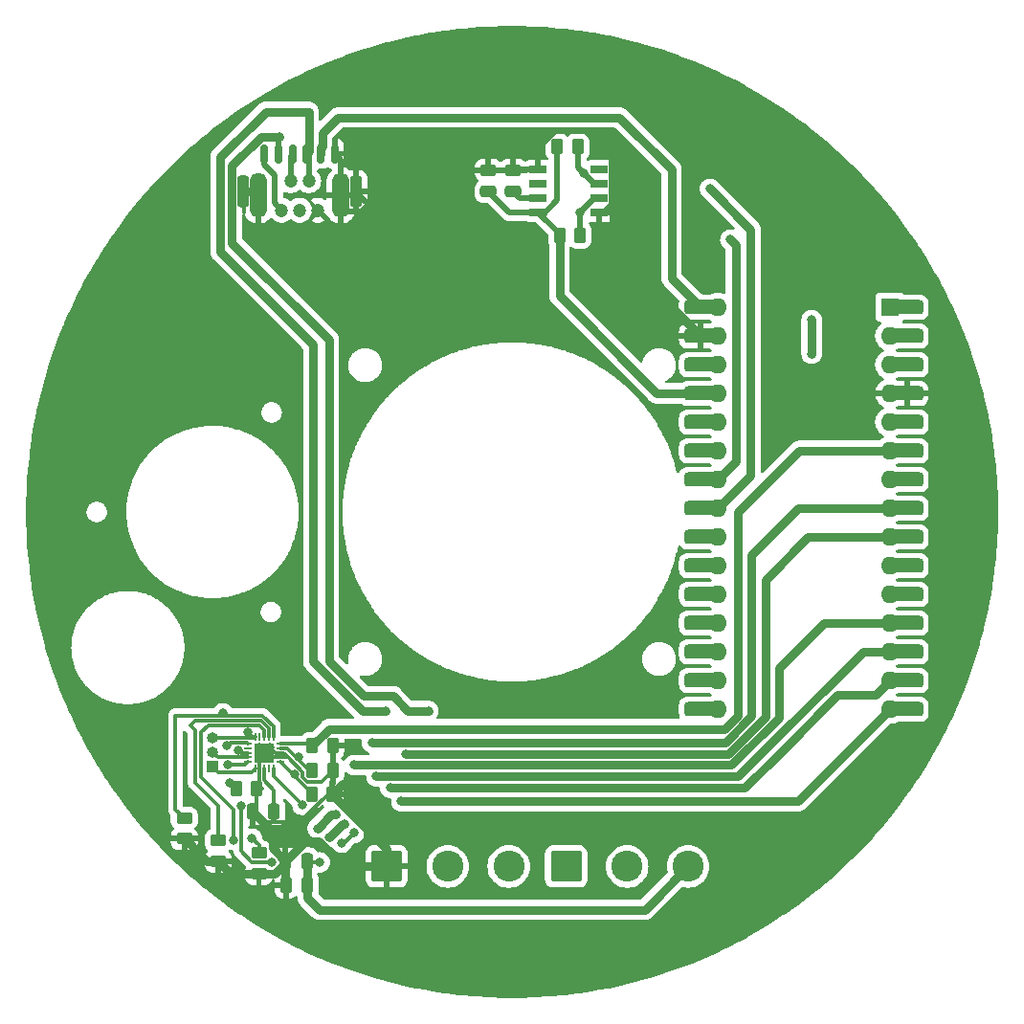
<source format=gbr>
%TF.GenerationSoftware,KiCad,Pcbnew,7.0.7-rc1*%
%TF.CreationDate,2024-04-11T15:56:59-04:00*%
%TF.ProjectId,Moving_PCB,4d6f7669-6e67-45f5-9043-422e6b696361,rev?*%
%TF.SameCoordinates,Original*%
%TF.FileFunction,Copper,L2,Bot*%
%TF.FilePolarity,Positive*%
%FSLAX46Y46*%
G04 Gerber Fmt 4.6, Leading zero omitted, Abs format (unit mm)*
G04 Created by KiCad (PCBNEW 7.0.7-rc1) date 2024-04-11 15:56:59*
%MOMM*%
%LPD*%
G01*
G04 APERTURE LIST*
G04 Aperture macros list*
%AMRoundRect*
0 Rectangle with rounded corners*
0 $1 Rounding radius*
0 $2 $3 $4 $5 $6 $7 $8 $9 X,Y pos of 4 corners*
0 Add a 4 corners polygon primitive as box body*
4,1,4,$2,$3,$4,$5,$6,$7,$8,$9,$2,$3,0*
0 Add four circle primitives for the rounded corners*
1,1,$1+$1,$2,$3*
1,1,$1+$1,$4,$5*
1,1,$1+$1,$6,$7*
1,1,$1+$1,$8,$9*
0 Add four rect primitives between the rounded corners*
20,1,$1+$1,$2,$3,$4,$5,0*
20,1,$1+$1,$4,$5,$6,$7,0*
20,1,$1+$1,$6,$7,$8,$9,0*
20,1,$1+$1,$8,$9,$2,$3,0*%
G04 Aperture macros list end*
%TA.AperFunction,ComponentPad*%
%ADD10R,1.000000X1.000000*%
%TD*%
%TA.AperFunction,ComponentPad*%
%ADD11O,1.000000X1.000000*%
%TD*%
%TA.AperFunction,ComponentPad*%
%ADD12C,1.200000*%
%TD*%
%TA.AperFunction,ComponentPad*%
%ADD13O,1.500000X4.000000*%
%TD*%
%TA.AperFunction,ComponentPad*%
%ADD14RoundRect,0.250000X-1.125000X-1.125000X1.125000X-1.125000X1.125000X1.125000X-1.125000X1.125000X0*%
%TD*%
%TA.AperFunction,ComponentPad*%
%ADD15C,2.750000*%
%TD*%
%TA.AperFunction,SMDPad,CuDef*%
%ADD16RoundRect,0.250000X-0.450000X0.262500X-0.450000X-0.262500X0.450000X-0.262500X0.450000X0.262500X0*%
%TD*%
%TA.AperFunction,ComponentPad*%
%ADD17R,1.600000X1.600000*%
%TD*%
%TA.AperFunction,ConnectorPad*%
%ADD18RoundRect,0.317500X1.112500X0.317500X-1.112500X0.317500X-1.112500X-0.317500X1.112500X-0.317500X0*%
%TD*%
%TA.AperFunction,ComponentPad*%
%ADD19O,1.600000X1.600000*%
%TD*%
%TA.AperFunction,SMDPad,CuDef*%
%ADD20R,1.500000X0.650000*%
%TD*%
%TA.AperFunction,SMDPad,CuDef*%
%ADD21RoundRect,0.250000X0.475000X-0.250000X0.475000X0.250000X-0.475000X0.250000X-0.475000X-0.250000X0*%
%TD*%
%TA.AperFunction,SMDPad,CuDef*%
%ADD22RoundRect,0.250000X-0.262500X-0.450000X0.262500X-0.450000X0.262500X0.450000X-0.262500X0.450000X0*%
%TD*%
%TA.AperFunction,SMDPad,CuDef*%
%ADD23RoundRect,0.250000X0.250000X0.475000X-0.250000X0.475000X-0.250000X-0.475000X0.250000X-0.475000X0*%
%TD*%
%TA.AperFunction,SMDPad,CuDef*%
%ADD24RoundRect,0.150000X-0.150000X-0.700000X0.150000X-0.700000X0.150000X0.700000X-0.150000X0.700000X0*%
%TD*%
%TA.AperFunction,SMDPad,CuDef*%
%ADD25RoundRect,0.250000X-0.250000X-1.150000X0.250000X-1.150000X0.250000X1.150000X-0.250000X1.150000X0*%
%TD*%
%TA.AperFunction,SMDPad,CuDef*%
%ADD26RoundRect,0.250000X0.262500X0.450000X-0.262500X0.450000X-0.262500X-0.450000X0.262500X-0.450000X0*%
%TD*%
%TA.AperFunction,SMDPad,CuDef*%
%ADD27R,0.203200X0.762000*%
%TD*%
%TA.AperFunction,SMDPad,CuDef*%
%ADD28R,0.762000X0.203200*%
%TD*%
%TA.AperFunction,SMDPad,CuDef*%
%ADD29R,1.803400X1.803400*%
%TD*%
%TA.AperFunction,ViaPad*%
%ADD30C,0.800000*%
%TD*%
%TA.AperFunction,Conductor*%
%ADD31C,0.800000*%
%TD*%
%TA.AperFunction,Conductor*%
%ADD32C,0.500000*%
%TD*%
%TA.AperFunction,Conductor*%
%ADD33C,0.300000*%
%TD*%
G04 APERTURE END LIST*
D10*
%TO.P,J2,1,Pin_1*%
%TO.N,U*%
X113500000Y-112500000D03*
D11*
%TO.P,J2,2,Pin_2*%
%TO.N,V*%
X113500000Y-111230000D03*
%TO.P,J2,3,Pin_3*%
%TO.N,W*%
X113500000Y-109960000D03*
%TD*%
D12*
%TO.P,J7,1,VCC*%
%TO.N,Net-(J3-Pin_1)*%
X119600000Y-63300000D03*
%TO.P,J7,2,D-*%
%TO.N,Net-(J3-Pin_3)*%
X120400000Y-60700000D03*
%TO.P,J7,3,D+*%
%TO.N,Net-(J3-Pin_2)*%
X121200000Y-63300000D03*
%TO.P,J7,4,ID*%
%TO.N,Net-(J3-Pin_4)*%
X122000000Y-60700000D03*
%TO.P,J7,5,GND*%
%TO.N,GND*%
X122800000Y-63300000D03*
D13*
%TO.P,J7,SH1,SHIELD*%
X124850000Y-62000000D03*
%TO.P,J7,SH2,SHIELD*%
X117550000Y-62000000D03*
%TD*%
D14*
%TO.P,J8,1,Pin_1*%
%TO.N,GND*%
X128900000Y-121360000D03*
D15*
%TO.P,J8,2,Pin_2*%
%TO.N,Net-(J3-Pin_4)*%
X134300000Y-121360000D03*
%TO.P,J8,3,Pin_3*%
%TO.N,Net-(J3-Pin_2)*%
X139700000Y-121360000D03*
%TD*%
D14*
%TO.P,J6,1,Pin_1*%
%TO.N,Net-(J3-Pin_3)*%
X144780000Y-121360000D03*
D15*
%TO.P,J6,2,Pin_2*%
%TO.N,Net-(J3-Pin_1)*%
X150180000Y-121360000D03*
%TO.P,J6,3,Pin_3*%
%TO.N,VCC*%
X155580000Y-121360000D03*
%TD*%
D16*
%TO.P,R1,1*%
%TO.N,UH*%
X117600000Y-120175000D03*
%TO.P,R1,2*%
%TO.N,GND*%
X117600000Y-122000000D03*
%TD*%
D17*
%TO.P,A1,1,D1/TX*%
%TO.N,unconnected-(A1-D1{slash}TX-Pad1)*%
X173425000Y-71890000D03*
D18*
X174925000Y-71890000D03*
D19*
%TO.P,A1,2,D0/RX*%
%TO.N,unconnected-(A1-D0{slash}RX-Pad2)*%
X173425000Y-74430000D03*
D18*
X174925000Y-74430000D03*
D19*
%TO.P,A1,3,~{RESET}*%
%TO.N,unconnected-(A1-~{RESET}-Pad3)*%
X173425000Y-76970000D03*
D18*
X174925000Y-76970000D03*
D19*
%TO.P,A1,4,GND*%
%TO.N,GND*%
X173425000Y-79510000D03*
D18*
X174925000Y-79510000D03*
D19*
%TO.P,A1,5,D2*%
%TO.N,unconnected-(A1-D2-Pad5)*%
X173425000Y-82050000D03*
D18*
X174925000Y-82050000D03*
D19*
%TO.P,A1,6,D3*%
%TO.N,UL*%
X173425000Y-84590000D03*
D18*
X174925000Y-84590000D03*
D19*
%TO.P,A1,7,D4*%
%TO.N,unconnected-(A1-D4-Pad7)*%
X173425000Y-87130000D03*
D18*
X174925000Y-87130000D03*
D19*
%TO.P,A1,8,D5*%
%TO.N,WL*%
X173425000Y-89670000D03*
D18*
X174925000Y-89670000D03*
D19*
%TO.P,A1,9,D6*%
%TO.N,WH*%
X173425000Y-92210000D03*
D18*
X174925000Y-92210000D03*
D19*
%TO.P,A1,10,D7*%
%TO.N,unconnected-(A1-D7-Pad10)*%
X173425000Y-94750000D03*
D18*
X174925000Y-94750000D03*
D19*
%TO.P,A1,11,D8*%
%TO.N,unconnected-(A1-D8-Pad11)*%
X173425000Y-97290000D03*
D18*
X174925000Y-97290000D03*
D19*
%TO.P,A1,12,D9*%
%TO.N,VL*%
X173425000Y-99830000D03*
D18*
X174925000Y-99830000D03*
D19*
%TO.P,A1,13,D10*%
%TO.N,VH*%
X173425000Y-102370000D03*
D18*
X174925000Y-102370000D03*
D19*
%TO.P,A1,14,D11*%
%TO.N,UH*%
X173425000Y-104910000D03*
D18*
X174925000Y-104910000D03*
D19*
%TO.P,A1,15,D12*%
%TO.N,VIO*%
X173425000Y-107450000D03*
D18*
X174925000Y-107450000D03*
%TO.P,A1,16,D13*%
%TO.N,unconnected-(A1-D13-Pad16)*%
X156685000Y-107450000D03*
D19*
X158185000Y-107450000D03*
D18*
%TO.P,A1,17,3V3*%
%TO.N,unconnected-(A1-3V3-Pad17)*%
X156685000Y-104910000D03*
D19*
X158185000Y-104910000D03*
D18*
%TO.P,A1,18,AREF*%
%TO.N,unconnected-(A1-AREF-Pad18)*%
X156685000Y-102370000D03*
D19*
X158185000Y-102370000D03*
D18*
%TO.P,A1,19,A0*%
%TO.N,unconnected-(A1-A0-Pad19)*%
X156685000Y-99830000D03*
D19*
X158185000Y-99830000D03*
D18*
%TO.P,A1,20,A1*%
%TO.N,unconnected-(A1-A1-Pad20)*%
X156685000Y-97290000D03*
D19*
X158185000Y-97290000D03*
D18*
%TO.P,A1,21,A2*%
%TO.N,unconnected-(A1-A2-Pad21)*%
X156685000Y-94750000D03*
D19*
X158185000Y-94750000D03*
D18*
%TO.P,A1,22,A3*%
%TO.N,unconnected-(A1-A3-Pad22)*%
X156685000Y-92210000D03*
D19*
X158185000Y-92210000D03*
D18*
%TO.P,A1,23,A4*%
%TO.N,SDA*%
X156685000Y-89670000D03*
D19*
X158185000Y-89670000D03*
D18*
%TO.P,A1,24,A5*%
%TO.N,SCL*%
X156685000Y-87130000D03*
D19*
X158185000Y-87130000D03*
D18*
%TO.P,A1,25,A6*%
%TO.N,unconnected-(A1-A6-Pad25)*%
X156685000Y-84590000D03*
D19*
X158185000Y-84590000D03*
D18*
%TO.P,A1,26,A7*%
%TO.N,unconnected-(A1-A7-Pad26)*%
X156685000Y-82050000D03*
D19*
X158185000Y-82050000D03*
D18*
%TO.P,A1,27,+5V*%
%TO.N,+5V*%
X156685000Y-79510000D03*
D19*
X158185000Y-79510000D03*
D18*
%TO.P,A1,28,~{RESET}*%
%TO.N,unconnected-(A1-~{RESET}-Pad28)*%
X156685000Y-76970000D03*
D19*
X158185000Y-76970000D03*
D18*
%TO.P,A1,29,GND*%
%TO.N,GND*%
X156685000Y-74430000D03*
D19*
X158185000Y-74430000D03*
D18*
%TO.P,A1,30,VIN*%
%TO.N,VCC*%
X156685000Y-71890000D03*
D19*
X158185000Y-71890000D03*
%TD*%
D20*
%TO.P,IC1,1,VDD5V*%
%TO.N,+5V*%
X142300000Y-63505000D03*
%TO.P,IC1,2,VDD3V3*%
%TO.N,Net-(IC1-VDD3V3)*%
X142300000Y-62235000D03*
%TO.P,IC1,3,OUT*%
%TO.N,unconnected-(IC1-OUT-Pad3)*%
X142300000Y-60965000D03*
%TO.P,IC1,4,GND*%
%TO.N,GND*%
X142300000Y-59695000D03*
%TO.P,IC1,5,PGO*%
%TO.N,unconnected-(IC1-PGO-Pad5)*%
X147700000Y-59695000D03*
%TO.P,IC1,6,SDA*%
%TO.N,SDA*%
X147700000Y-60965000D03*
%TO.P,IC1,7,SCL*%
%TO.N,SCL*%
X147700000Y-62235000D03*
%TO.P,IC1,8,DIR*%
%TO.N,GND*%
X147700000Y-63505000D03*
%TD*%
D21*
%TO.P,C5,1*%
%TO.N,Net-(IC1-VDD3V3)*%
X140100000Y-61655000D03*
%TO.P,C5,2*%
%TO.N,GND*%
X140100000Y-59755000D03*
%TD*%
D22*
%TO.P,R6,1*%
%TO.N,VL*%
X122275000Y-115000000D03*
%TO.P,R6,2*%
%TO.N,GND*%
X124100000Y-115000000D03*
%TD*%
D23*
%TO.P,C3,1*%
%TO.N,VCC*%
X121850000Y-120900000D03*
%TO.P,C3,2*%
%TO.N,GND*%
X119950000Y-120900000D03*
%TD*%
D16*
%TO.P,R2,1*%
%TO.N,VH*%
X114000000Y-119087500D03*
%TO.P,R2,2*%
%TO.N,GND*%
X114000000Y-120912500D03*
%TD*%
D24*
%TO.P,J3,1,Pin_1*%
%TO.N,Net-(J3-Pin_1)*%
X118075000Y-58300000D03*
%TO.P,J3,2,Pin_2*%
%TO.N,Net-(J3-Pin_2)*%
X119325000Y-58300000D03*
%TO.P,J3,3,Pin_3*%
%TO.N,Net-(J3-Pin_3)*%
X120575000Y-58300000D03*
%TO.P,J3,4,Pin_4*%
%TO.N,Net-(J3-Pin_4)*%
X121825000Y-58300000D03*
%TO.P,J3,5,Pin_5*%
%TO.N,VCC*%
X123075000Y-58300000D03*
%TO.P,J3,6,Pin_6*%
%TO.N,GND*%
X124325000Y-58300000D03*
D25*
%TO.P,J3,MP*%
X116225000Y-61650000D03*
X126175000Y-61650000D03*
%TD*%
D26*
%TO.P,R9,1*%
%TO.N,SDA*%
X145812500Y-57705000D03*
%TO.P,R9,2*%
%TO.N,+5V*%
X143987500Y-57705000D03*
%TD*%
D16*
%TO.P,R3,1*%
%TO.N,WH*%
X111000000Y-117087500D03*
%TO.P,R3,2*%
%TO.N,GND*%
X111000000Y-118912500D03*
%TD*%
D27*
%TO.P,U1,1,W*%
%TO.N,W*%
X117277599Y-109877601D03*
%TO.P,U1,2,VCP*%
%TO.N,unconnected-(U1-VCP-Pad2)*%
X117677601Y-109877601D03*
%TO.P,U1,3,UH*%
%TO.N,UH*%
X118077600Y-109877601D03*
%TO.P,U1,4,VH*%
%TO.N,VH*%
X118477599Y-109877601D03*
%TO.P,U1,5,WH*%
%TO.N,WH*%
X118877601Y-109877601D03*
D28*
%TO.P,U1,6,UL*%
%TO.N,UL*%
X119500000Y-110500000D03*
%TO.P,U1,7,WL*%
%TO.N,WL*%
X119500000Y-110900002D03*
%TO.P,U1,8,GND*%
%TO.N,GND*%
X119500000Y-111300001D03*
%TO.P,U1,9,GND*%
X119500000Y-111700000D03*
%TO.P,U1,10,VL*%
%TO.N,VL*%
X119500000Y-112100002D03*
D27*
%TO.P,U1,11,VIO/NSTDBY*%
%TO.N,VIO*%
X118877601Y-112722401D03*
%TO.P,U1,12,DIAG*%
%TO.N,unconnected-(U1-DIAG-Pad12)*%
X118477599Y-112722401D03*
%TO.P,U1,13,1.8VOUT*%
%TO.N,Net-(U1-1.8VOUT)*%
X118077600Y-112722401D03*
%TO.P,U1,14,GND*%
%TO.N,GND*%
X117677601Y-112722401D03*
%TO.P,U1,15,U*%
%TO.N,U*%
X117277599Y-112722401D03*
D28*
%TO.P,U1,16,BRUV*%
%TO.N,Net-(U1-BRUV)*%
X116655200Y-112100002D03*
%TO.P,U1,17,V*%
%TO.N,V*%
X116655200Y-111700000D03*
%TO.P,U1,18,VS*%
%TO.N,VCC*%
X116655200Y-111300001D03*
%TO.P,U1,19,NC*%
%TO.N,unconnected-(U1-NC-Pad19)*%
X116655200Y-110900002D03*
%TO.P,U1,20,BRW*%
%TO.N,Net-(U1-BRUV)*%
X116655200Y-110500000D03*
D29*
%TO.P,U1,21,GND*%
%TO.N,GND*%
X118077600Y-111300001D03*
%TD*%
D22*
%TO.P,R7,1*%
%TO.N,Net-(U1-BRUV)*%
X115587500Y-114500000D03*
%TO.P,R7,2*%
%TO.N,GND*%
X117412500Y-114500000D03*
%TD*%
D23*
%TO.P,C2,1*%
%TO.N,VCC*%
X121900000Y-123000000D03*
%TO.P,C2,2*%
%TO.N,GND*%
X120000000Y-123000000D03*
%TD*%
D26*
%TO.P,R8,1*%
%TO.N,SCL*%
X146012500Y-65505000D03*
%TO.P,R8,2*%
%TO.N,+5V*%
X144187500Y-65505000D03*
%TD*%
D21*
%TO.P,C4,1*%
%TO.N,+5V*%
X137900000Y-61655000D03*
%TO.P,C4,2*%
%TO.N,GND*%
X137900000Y-59755000D03*
%TD*%
D22*
%TO.P,R4,1*%
%TO.N,UL*%
X122300000Y-110700000D03*
%TO.P,R4,2*%
%TO.N,GND*%
X124125000Y-110700000D03*
%TD*%
%TO.P,R5,1*%
%TO.N,WL*%
X122300000Y-112900000D03*
%TO.P,R5,2*%
%TO.N,GND*%
X124125000Y-112900000D03*
%TD*%
D23*
%TO.P,C1,1*%
%TO.N,Net-(U1-1.8VOUT)*%
X118950000Y-116500000D03*
%TO.P,C1,2*%
%TO.N,GND*%
X117050000Y-116500000D03*
%TD*%
D30*
%TO.N,UH*%
X115350926Y-119008660D03*
%TO.N,VH*%
X114000000Y-119087500D03*
%TO.N,UH*%
X117000000Y-118900000D03*
%TO.N,VCC*%
X123000000Y-121000000D03*
X118752914Y-120975000D03*
X116000000Y-116000000D03*
%TO.N,GND*%
X124974603Y-114140234D03*
%TO.N,Net-(U1-BRUV)*%
X115000000Y-114000000D03*
%TO.N,GND*%
X124800000Y-65000000D03*
X118000000Y-65000000D03*
%TO.N,Net-(J3-Pin_4)*%
X128800000Y-107600000D03*
%TO.N,Net-(J3-Pin_2)*%
X132600000Y-107600000D03*
%TO.N,VIO*%
X124940734Y-119259266D03*
X121446349Y-115941147D03*
X126000000Y-118400000D03*
X130200000Y-115600000D03*
%TO.N,UH*%
X129200000Y-114400000D03*
X125200000Y-117600000D03*
X123800000Y-118800000D03*
%TO.N,VH*%
X128000000Y-113400000D03*
X124400000Y-116800000D03*
X122800000Y-118000000D03*
%TO.N,VL*%
X126000000Y-112400000D03*
%TO.N,WH*%
X130600000Y-111400000D03*
X114400000Y-107800500D03*
%TO.N,VL*%
X120759266Y-113240734D03*
%TO.N,WL*%
X127600000Y-110400000D03*
X121098966Y-111701034D03*
%TO.N,GND*%
X118600000Y-111800000D03*
X117600000Y-111800000D03*
X117600000Y-110800000D03*
X118600000Y-110800000D03*
%TO.N,VCC*%
X166500000Y-73000000D03*
X166500000Y-76000000D03*
%TO.N,SDA*%
X157500000Y-61400000D03*
X146305000Y-59995000D03*
%TO.N,SCL*%
X159300000Y-65900000D03*
X146012500Y-63497500D03*
%TO.N,Net-(J3-Pin_2)*%
X119400000Y-56800000D03*
%TO.N,W*%
X116600000Y-109500000D03*
%TO.N,Net-(U1-BRUV)*%
X114800000Y-110700000D03*
%TO.N,VCC*%
X115777104Y-111050562D03*
%TO.N,Net-(U1-BRUV)*%
X114879241Y-112350971D03*
%TD*%
D31*
%TO.N,GND*%
X116225000Y-61650000D02*
X117200000Y-61650000D01*
X117200000Y-61650000D02*
X117550000Y-62000000D01*
D32*
X130318528Y-59755000D02*
X127536764Y-62536764D01*
X127536764Y-62536764D02*
X126673528Y-63400000D01*
X126175000Y-61650000D02*
X127061764Y-62536764D01*
X127061764Y-62536764D02*
X127536764Y-62536764D01*
X124850000Y-62000000D02*
X125825000Y-62000000D01*
X125825000Y-62000000D02*
X126175000Y-61650000D01*
D33*
%TO.N,UH*%
X115350926Y-116350926D02*
X115350926Y-119008660D01*
X118077600Y-109877601D02*
X118077600Y-109295000D01*
X117632600Y-108850000D02*
X113150000Y-108850000D01*
X118077600Y-109295000D02*
X117632600Y-108850000D01*
X112500000Y-113500000D02*
X115350926Y-116350926D01*
X113150000Y-108850000D02*
X112500000Y-109500000D01*
X112500000Y-109500000D02*
X112500000Y-113500000D01*
%TO.N,WH*%
X110225000Y-108000000D02*
X110225000Y-116312500D01*
X110225000Y-116312500D02*
X111000000Y-117087500D01*
%TO.N,VH*%
X111950000Y-109350000D02*
X111950000Y-113950000D01*
X111950000Y-113950000D02*
X114000000Y-116000000D01*
X111512500Y-108912500D02*
X111950000Y-109350000D01*
X114000000Y-116000000D02*
X114000000Y-119087500D01*
%TO.N,UH*%
X117600000Y-119500000D02*
X117000000Y-118900000D01*
X117600000Y-120175000D02*
X117600000Y-119500000D01*
%TO.N,VCC*%
X116000000Y-119994607D02*
X116980393Y-120975000D01*
X116980393Y-120975000D02*
X118752914Y-120975000D01*
X116000000Y-116000000D02*
X116000000Y-119994607D01*
X123000000Y-121000000D02*
X121950000Y-121000000D01*
X121950000Y-121000000D02*
X121850000Y-120900000D01*
D31*
%TO.N,GND*%
X119950000Y-120900000D02*
X118800000Y-119750000D01*
X118800000Y-119750000D02*
X118800000Y-118250000D01*
X118800000Y-118250000D02*
X117050000Y-116500000D01*
X114000000Y-120912500D02*
X113000000Y-120912500D01*
X113000000Y-120912500D02*
X111000000Y-118912500D01*
X117600000Y-122000000D02*
X115087500Y-122000000D01*
X115087500Y-122000000D02*
X114000000Y-120912500D01*
X119950000Y-120900000D02*
X121677207Y-119172793D01*
X121677207Y-119172793D02*
X122900000Y-119172792D01*
X122900000Y-119172792D02*
X125087208Y-121360000D01*
X125087208Y-121360000D02*
X128900000Y-121360000D01*
X119950000Y-120900000D02*
X119950000Y-122950000D01*
X119950000Y-122950000D02*
X120000000Y-123000000D01*
%TO.N,VCC*%
X123000000Y-125200000D02*
X151740000Y-125200000D01*
X121900000Y-123000000D02*
X121900000Y-124100000D01*
X121900000Y-124100000D02*
X123000000Y-125200000D01*
X121850000Y-120900000D02*
X121850000Y-122950000D01*
X121850000Y-122950000D02*
X121900000Y-123000000D01*
%TO.N,GND*%
X124959766Y-114140234D02*
X124100000Y-115000000D01*
X124974603Y-114140234D02*
X124959766Y-114140234D01*
X118000000Y-65000000D02*
X124800000Y-65000000D01*
%TO.N,Net-(J3-Pin_4)*%
X128800000Y-107600000D02*
X126800000Y-107600000D01*
X122400000Y-103200000D02*
X122400000Y-75200000D01*
X114200000Y-58600000D02*
X118200000Y-54600000D01*
X126800000Y-107600000D02*
X122400000Y-103200000D01*
X122400000Y-75200000D02*
X114200000Y-67000000D01*
X114200000Y-67000000D02*
X114200000Y-58600000D01*
X122000000Y-54600000D02*
X122000000Y-58125000D01*
X118200000Y-54600000D02*
X122000000Y-54600000D01*
X122000000Y-58125000D02*
X121825000Y-58300000D01*
%TO.N,Net-(J3-Pin_2)*%
X132600000Y-107600000D02*
X130800000Y-107600000D01*
X126900000Y-106300000D02*
X123800000Y-103200000D01*
X130800000Y-107600000D02*
X129500000Y-106300000D01*
X129500000Y-106300000D02*
X126900000Y-106300000D01*
X123800000Y-103200000D02*
X123800000Y-74800000D01*
X115225000Y-66225000D02*
X115225000Y-59380761D01*
X115225000Y-59380761D02*
X117805761Y-56800000D01*
X123800000Y-74800000D02*
X115225000Y-66225000D01*
X117805761Y-56800000D02*
X119400000Y-56800000D01*
%TO.N,VCC*%
X151740000Y-125200000D02*
X155580000Y-121360000D01*
D33*
%TO.N,VIO*%
X118877601Y-112722401D02*
X118877601Y-113372399D01*
X118877601Y-113372399D02*
X121446349Y-115941147D01*
X124940734Y-119259266D02*
X125140734Y-119259266D01*
X125140734Y-119259266D02*
X126000000Y-118400000D01*
D31*
X173425000Y-107450000D02*
X165275000Y-115600000D01*
X165275000Y-115600000D02*
X130200000Y-115600000D01*
%TO.N,UH*%
X125200000Y-117600000D02*
X125000000Y-117600000D01*
X172125000Y-106210000D02*
X168790000Y-106210000D01*
X125000000Y-117600000D02*
X123800000Y-118800000D01*
X173425000Y-104910000D02*
X172125000Y-106210000D01*
X160600000Y-114400000D02*
X129200000Y-114400000D01*
X163600000Y-111400000D02*
X160600000Y-114400000D01*
X168790000Y-106210000D02*
X163600000Y-111400000D01*
%TO.N,VH*%
X160000000Y-113400000D02*
X128000000Y-113400000D01*
X124400000Y-116800000D02*
X124000000Y-116800000D01*
X173425000Y-102370000D02*
X171030000Y-102370000D01*
X171030000Y-102370000D02*
X161200000Y-112200000D01*
X161200000Y-112200000D02*
X160000000Y-113400000D01*
X124000000Y-116800000D02*
X122800000Y-118000000D01*
D33*
X111975000Y-108450000D02*
X111512500Y-108912500D01*
D31*
%TO.N,VL*%
X138276840Y-112400000D02*
X126000000Y-112400000D01*
X155800000Y-112400000D02*
X138276840Y-112400000D01*
X167570000Y-99830000D02*
X163600000Y-103800000D01*
X173425000Y-99830000D02*
X167570000Y-99830000D01*
X163600000Y-108218376D02*
X159418376Y-112400000D01*
X163600000Y-103800000D02*
X163600000Y-108218376D01*
X159418376Y-112400000D02*
X155800000Y-112400000D01*
%TO.N,WH*%
X151600000Y-111400000D02*
X130600000Y-111400000D01*
X162400000Y-96000000D02*
X162400000Y-108145584D01*
X159145584Y-111400000D02*
X151600000Y-111400000D01*
X173425000Y-92210000D02*
X166190000Y-92210000D01*
X162400000Y-108145584D02*
X159145584Y-111400000D01*
X166190000Y-92210000D02*
X162400000Y-96000000D01*
D33*
%TO.N,VL*%
X120699999Y-113300001D02*
X122275000Y-114875002D01*
X119500000Y-112100002D02*
X120699999Y-113300001D01*
X120699999Y-113300001D02*
X120759266Y-113240734D01*
D31*
%TO.N,WL*%
X173425000Y-89670000D02*
X165330000Y-89670000D01*
X158872792Y-110400000D02*
X127600000Y-110400000D01*
X161200000Y-108072792D02*
X158872792Y-110400000D01*
X161200000Y-93800000D02*
X161200000Y-108072792D01*
X165330000Y-89670000D02*
X161200000Y-93800000D01*
D33*
X121191299Y-112008701D02*
X122082599Y-112900000D01*
X121191299Y-112008701D02*
X121098966Y-111916368D01*
X121098966Y-111916368D02*
X121098966Y-111701034D01*
X120082601Y-110900002D02*
X121191299Y-112008701D01*
D31*
%TO.N,UL*%
X173425000Y-84590000D02*
X165410000Y-84590000D01*
X165410000Y-84590000D02*
X160000000Y-90000000D01*
X160000000Y-90000000D02*
X160000000Y-108000000D01*
X160000000Y-108000000D02*
X158800000Y-109200000D01*
X158800000Y-109200000D02*
X123800000Y-109200000D01*
X123800000Y-109200000D02*
X122300000Y-110700000D01*
D33*
%TO.N,GND*%
X118000000Y-111377601D02*
X118077600Y-111300001D01*
X118000000Y-111400000D02*
X118000000Y-111377601D01*
X117977601Y-111400000D02*
X118000000Y-111400000D01*
X118500000Y-111700000D02*
X118477599Y-111700000D01*
X118600000Y-111800000D02*
X118500000Y-111700000D01*
X118700000Y-111700000D02*
X118600000Y-111800000D01*
X117677601Y-111722399D02*
X117677601Y-111700000D01*
X117600000Y-111800000D02*
X117677601Y-111722399D01*
X117677601Y-111877601D02*
X117600000Y-111800000D01*
X118099999Y-111300001D02*
X118077600Y-111300001D01*
X118600000Y-110800000D02*
X118099999Y-111300001D01*
X119100001Y-111300001D02*
X118600000Y-110800000D01*
D31*
X128900000Y-121360000D02*
X128900000Y-119800000D01*
X128900000Y-119800000D02*
X124100000Y-115000000D01*
D33*
X124100000Y-115000000D02*
X123694607Y-115000000D01*
X123694607Y-115000000D02*
X121219607Y-117475000D01*
X121219607Y-117475000D02*
X118025000Y-117475000D01*
X118025000Y-117475000D02*
X117050000Y-116500000D01*
D31*
X119000000Y-122000000D02*
X117600000Y-122000000D01*
X119600000Y-121400000D02*
X119000000Y-122000000D01*
%TO.N,VCC*%
X166500000Y-76000000D02*
X166500000Y-73000000D01*
%TO.N,SDA*%
X161100000Y-65000000D02*
X157500000Y-61400000D01*
X161100000Y-86755000D02*
X161100000Y-65000000D01*
D32*
X145812500Y-59502500D02*
X146305000Y-59995000D01*
X146305000Y-59995000D02*
X147275000Y-60965000D01*
D31*
X158185000Y-89670000D02*
X161100000Y-86755000D01*
%TO.N,SCL*%
X159800000Y-66400000D02*
X159300000Y-65900000D01*
X159800000Y-66900000D02*
X159800000Y-66400000D01*
X158185000Y-87130000D02*
X159800000Y-85515000D01*
X159800000Y-85515000D02*
X159800000Y-66900000D01*
%TO.N,+5V*%
X156685000Y-79510000D02*
X152812632Y-79510000D01*
X152812632Y-79510000D02*
X144187500Y-70884868D01*
X144187500Y-70884868D02*
X144187500Y-65505000D01*
%TO.N,GND*%
X156685000Y-74430000D02*
X156638880Y-74430000D01*
X156638880Y-74430000D02*
X148950000Y-66741120D01*
X148950000Y-66741120D02*
X148950000Y-62600000D01*
%TO.N,VCC*%
X123075000Y-58300000D02*
X123075000Y-57780761D01*
X123075000Y-57780761D02*
X123200000Y-57655761D01*
X123200000Y-57655761D02*
X123200000Y-56500000D01*
X154100000Y-59700000D02*
X154100000Y-69305000D01*
X123200000Y-56500000D02*
X124600000Y-55100000D01*
X124600000Y-55100000D02*
X149500000Y-55100000D01*
X149500000Y-55100000D02*
X154100000Y-59700000D01*
X154100000Y-69305000D02*
X156685000Y-71890000D01*
D32*
%TO.N,GND*%
X124850000Y-62000000D02*
X124850000Y-58825000D01*
X124850000Y-58825000D02*
X124325000Y-58300000D01*
%TO.N,Net-(J3-Pin_2)*%
X119325000Y-56875000D02*
X119400000Y-56800000D01*
X119325000Y-58300000D02*
X119325000Y-56875000D01*
%TO.N,Net-(J3-Pin_1)*%
X119600000Y-63300000D02*
X119000000Y-62700000D01*
X119000000Y-62700000D02*
X119000000Y-60200000D01*
X119000000Y-60200000D02*
X118075000Y-59275000D01*
X118075000Y-59275000D02*
X118075000Y-58300000D01*
%TO.N,Net-(J3-Pin_3)*%
X120400000Y-60700000D02*
X120400000Y-58475000D01*
X120400000Y-58475000D02*
X120575000Y-58300000D01*
%TO.N,Net-(J3-Pin_4)*%
X122000000Y-60700000D02*
X122000000Y-58475000D01*
X122000000Y-58475000D02*
X121825000Y-58300000D01*
%TO.N,GND*%
X137900000Y-59755000D02*
X130318528Y-59755000D01*
X126673528Y-63400000D02*
X125250000Y-63400000D01*
X125250000Y-63400000D02*
X124850000Y-63000000D01*
X124850000Y-63000000D02*
X124850000Y-62000000D01*
X148800000Y-62830000D02*
X148800000Y-57400000D01*
X148125000Y-63505000D02*
X148800000Y-62830000D01*
X147700000Y-56300000D02*
X143831472Y-56300000D01*
X147700000Y-63505000D02*
X148125000Y-63505000D01*
X148800000Y-57400000D02*
X147700000Y-56300000D01*
X143831472Y-56300000D02*
X142300000Y-57831472D01*
X142300000Y-57831472D02*
X142300000Y-59695000D01*
%TO.N,SCL*%
X147700000Y-62235000D02*
X147275000Y-62235000D01*
X147275000Y-62235000D02*
X146012500Y-63497500D01*
X146012500Y-63497500D02*
X146012500Y-65505000D01*
%TO.N,SDA*%
X145812500Y-57705000D02*
X145812500Y-59502500D01*
X147275000Y-60965000D02*
X147700000Y-60965000D01*
%TO.N,+5V*%
X144187500Y-65392500D02*
X142597500Y-63802500D01*
X142597500Y-63802500D02*
X142300000Y-63505000D01*
X143987500Y-57705000D02*
X143987500Y-62412500D01*
X143987500Y-62412500D02*
X142597500Y-63802500D01*
X144187500Y-65505000D02*
X144187500Y-65392500D01*
X142300000Y-63505000D02*
X139750000Y-63505000D01*
X139750000Y-63505000D02*
X137900000Y-61655000D01*
%TO.N,Net-(IC1-VDD3V3)*%
X142300000Y-62235000D02*
X140680000Y-62235000D01*
X140680000Y-62235000D02*
X140100000Y-61655000D01*
%TO.N,GND*%
X140100000Y-59755000D02*
X137900000Y-59755000D01*
X142300000Y-59695000D02*
X140160000Y-59695000D01*
X140160000Y-59695000D02*
X140100000Y-59755000D01*
D33*
%TO.N,VL*%
X122275000Y-114875002D02*
X122275000Y-115000000D01*
%TO.N,GND*%
X119779400Y-111300001D02*
X120139700Y-111660300D01*
X119500000Y-111700000D02*
X120100000Y-111700000D01*
X120139700Y-111660300D02*
X121479399Y-113000000D01*
X120100000Y-111700000D02*
X120139700Y-111660300D01*
X124125000Y-112900000D02*
X124125000Y-114975000D01*
X124125000Y-114975000D02*
X124100000Y-115000000D01*
X124125000Y-112900000D02*
X124125000Y-110700000D01*
X119500000Y-111300001D02*
X119779400Y-111300001D01*
X121479399Y-113000000D02*
X121479399Y-113499006D01*
X121479399Y-113499006D02*
X121880393Y-113900000D01*
X123125000Y-113900000D02*
X124125000Y-112900000D01*
X121880393Y-113900000D02*
X123125000Y-113900000D01*
%TO.N,WL*%
X119500000Y-110900002D02*
X120082601Y-110900002D01*
X122082599Y-112900000D02*
X122300000Y-112900000D01*
%TO.N,UL*%
X119500000Y-110500000D02*
X122100000Y-110500000D01*
X122100000Y-110500000D02*
X122300000Y-110700000D01*
%TO.N,WH*%
X118877601Y-109877601D02*
X118877601Y-108963630D01*
X117913971Y-108000000D02*
X110225000Y-108000000D01*
X118877601Y-108963630D02*
X117913971Y-108000000D01*
%TO.N,VH*%
X118477599Y-109877601D02*
X118477600Y-109129314D01*
X117798286Y-108450000D02*
X111975000Y-108450000D01*
X118477600Y-109129314D02*
X117798286Y-108450000D01*
%TO.N,UH*%
X117600000Y-120175000D02*
X117474339Y-120175000D01*
%TO.N,U*%
X117277599Y-112722401D02*
X117000000Y-113000000D01*
X117000000Y-113000000D02*
X114000000Y-113000000D01*
X114000000Y-113000000D02*
X113500000Y-112500000D01*
%TO.N,W*%
X116977601Y-109877601D02*
X116600000Y-109500000D01*
X117277599Y-109877601D02*
X116977601Y-109877601D01*
%TO.N,Net-(U1-BRUV)*%
X115099438Y-110400562D02*
X114800000Y-110700000D01*
X116555762Y-110400562D02*
X115099438Y-110400562D01*
X116655200Y-110500000D02*
X116555762Y-110400562D01*
%TO.N,VCC*%
X116655200Y-111300001D02*
X116026543Y-111300001D01*
X116026543Y-111300001D02*
X115777104Y-111050562D01*
%TO.N,Net-(U1-BRUV)*%
X115587500Y-114500000D02*
X115500000Y-114500000D01*
X115500000Y-114500000D02*
X115000000Y-114000000D01*
%TO.N,GND*%
X117412500Y-114500000D02*
X117412500Y-116137500D01*
X117412500Y-116137500D02*
X117050000Y-116500000D01*
%TO.N,Net-(U1-1.8VOUT)*%
X118077600Y-112722401D02*
X118077600Y-113745493D01*
X118077600Y-113745493D02*
X118950000Y-114617893D01*
X118950000Y-114617893D02*
X118950000Y-116500000D01*
%TO.N,GND*%
X117677601Y-112722401D02*
X117677601Y-114234899D01*
X117677601Y-114234899D02*
X117412500Y-114500000D01*
%TO.N,Net-(U1-BRUV)*%
X116404231Y-112350971D02*
X116655200Y-112100002D01*
X114879241Y-112350971D02*
X116404231Y-112350971D01*
%TO.N,GND*%
X117677601Y-114265101D02*
X117912500Y-114500000D01*
X119500000Y-111300001D02*
X119100001Y-111300001D01*
X119500000Y-111700000D02*
X118700000Y-111700000D01*
X118477599Y-111700000D02*
X118077600Y-111300001D01*
X117677601Y-112722401D02*
X117677601Y-111877601D01*
X117677601Y-111700000D02*
X117977601Y-111400000D01*
%TO.N,V*%
X116655200Y-111700000D02*
X115500000Y-111700000D01*
X115500000Y-111700000D02*
X113970000Y-111700000D01*
%TO.N,W*%
X113500000Y-109960000D02*
X117195200Y-109960000D01*
X117195200Y-109960000D02*
X117277599Y-109877601D01*
%TO.N,V*%
X113970000Y-111700000D02*
X113500000Y-111230000D01*
%TD*%
%TA.AperFunction,Conductor*%
%TO.N,GND*%
G36*
X149142678Y-56020185D02*
G01*
X149163320Y-56036819D01*
X153163181Y-60036680D01*
X153196666Y-60098003D01*
X153199500Y-60124361D01*
X153199500Y-69224373D01*
X153197973Y-69243772D01*
X153195781Y-69257611D01*
X153199415Y-69326956D01*
X153199500Y-69330201D01*
X153199500Y-69352189D01*
X153201797Y-69374059D01*
X153202051Y-69377290D01*
X153205686Y-69446643D01*
X153205688Y-69446653D01*
X153209315Y-69460189D01*
X153212860Y-69479314D01*
X153214325Y-69493249D01*
X153214326Y-69493256D01*
X153214328Y-69493262D01*
X153235784Y-69559298D01*
X153236705Y-69562409D01*
X153254679Y-69629486D01*
X153254684Y-69629498D01*
X153261043Y-69641978D01*
X153268488Y-69659949D01*
X153272820Y-69673282D01*
X153307537Y-69733414D01*
X153309085Y-69736266D01*
X153330992Y-69779259D01*
X153340617Y-69798149D01*
X153340619Y-69798151D01*
X153340620Y-69798153D01*
X153349438Y-69809043D01*
X153360454Y-69825070D01*
X153367465Y-69837213D01*
X153367470Y-69837220D01*
X153413939Y-69888831D01*
X153416043Y-69891295D01*
X153429882Y-69908382D01*
X153445423Y-69923922D01*
X153447657Y-69926277D01*
X153494128Y-69977887D01*
X153505468Y-69986126D01*
X153520265Y-69998764D01*
X154751382Y-71229881D01*
X154784867Y-71291204D01*
X154780743Y-71358514D01*
X154769963Y-71389323D01*
X154769962Y-71389326D01*
X154754500Y-71526557D01*
X154754500Y-72253442D01*
X154769961Y-72390671D01*
X154830845Y-72564665D01*
X154872976Y-72631716D01*
X154928915Y-72720742D01*
X155059258Y-72851085D01*
X155215337Y-72949156D01*
X155347559Y-72995422D01*
X155389328Y-73010038D01*
X155477090Y-73019925D01*
X155526557Y-73025499D01*
X155526558Y-73025500D01*
X155526562Y-73025500D01*
X157515353Y-73025500D01*
X157567757Y-73037117D01*
X157590120Y-73047546D01*
X157590865Y-73047893D01*
X157643304Y-73094065D01*
X157662456Y-73161259D01*
X157642240Y-73228140D01*
X157590868Y-73272656D01*
X157567870Y-73283381D01*
X157515462Y-73295000D01*
X156935000Y-73295000D01*
X156935000Y-75565000D01*
X157515462Y-75565000D01*
X157567866Y-75576618D01*
X157590864Y-75587342D01*
X157643304Y-75633514D01*
X157662456Y-75700707D01*
X157642241Y-75767588D01*
X157590869Y-75812104D01*
X157567762Y-75822880D01*
X157515353Y-75834500D01*
X155526558Y-75834500D01*
X155389328Y-75849961D01*
X155215334Y-75910845D01*
X155059257Y-76008915D01*
X154928915Y-76139257D01*
X154830845Y-76295334D01*
X154769961Y-76469328D01*
X154754500Y-76606557D01*
X154754500Y-77333442D01*
X154769961Y-77470671D01*
X154807342Y-77577497D01*
X154819436Y-77612062D01*
X154830845Y-77644665D01*
X154911204Y-77772555D01*
X154928915Y-77800742D01*
X155059258Y-77931085D01*
X155215337Y-78029156D01*
X155347559Y-78075422D01*
X155389328Y-78090038D01*
X155477090Y-78099925D01*
X155526557Y-78105499D01*
X155526558Y-78105500D01*
X155526562Y-78105500D01*
X157515353Y-78105500D01*
X157567760Y-78117119D01*
X157590276Y-78127619D01*
X157642714Y-78173793D01*
X157661865Y-78240987D01*
X157641648Y-78307867D01*
X157590276Y-78352381D01*
X157567760Y-78362881D01*
X157515353Y-78374500D01*
X155526558Y-78374500D01*
X155389328Y-78389961D01*
X155215334Y-78450845D01*
X155059257Y-78548915D01*
X155034992Y-78573181D01*
X154973669Y-78606666D01*
X154947311Y-78609500D01*
X153668230Y-78609500D01*
X153601191Y-78589815D01*
X153555436Y-78537011D01*
X153545492Y-78467853D01*
X153574517Y-78404297D01*
X153609210Y-78376447D01*
X153615206Y-78373202D01*
X153689952Y-78332751D01*
X153694513Y-78330521D01*
X153699369Y-78328390D01*
X153706340Y-78325334D01*
X153710865Y-78324752D01*
X153717935Y-78320926D01*
X153723190Y-78316215D01*
X153733999Y-78309153D01*
X153738361Y-78306553D01*
X153823509Y-78260474D01*
X153899937Y-78200986D01*
X153904025Y-78198068D01*
X153914856Y-78190993D01*
X153919221Y-78189676D01*
X153925568Y-78184735D01*
X153929972Y-78179228D01*
X153939462Y-78170492D01*
X153943349Y-78167198D01*
X154019744Y-78107738D01*
X154085313Y-78036510D01*
X154088909Y-78032914D01*
X154098405Y-78024172D01*
X154102489Y-78022157D01*
X154107949Y-78016226D01*
X154111384Y-78010073D01*
X154119315Y-77999883D01*
X154122585Y-77996022D01*
X154188164Y-77924785D01*
X154241124Y-77843723D01*
X154244055Y-77839618D01*
X154252004Y-77829405D01*
X154255699Y-77826746D01*
X154260104Y-77820004D01*
X154262481Y-77813365D01*
X154268621Y-77802020D01*
X154271224Y-77797650D01*
X154324173Y-77716607D01*
X154363068Y-77627933D01*
X154365298Y-77623377D01*
X154371421Y-77612062D01*
X154374641Y-77608816D01*
X154377882Y-77601427D01*
X154379135Y-77594483D01*
X154383329Y-77582266D01*
X154385170Y-77577546D01*
X154424063Y-77488881D01*
X154447832Y-77395019D01*
X154449280Y-77390156D01*
X154453467Y-77377960D01*
X154456103Y-77374238D01*
X154458081Y-77366428D01*
X154458174Y-77359373D01*
X154460299Y-77346638D01*
X154461344Y-77341659D01*
X154485108Y-77247821D01*
X154493103Y-77151333D01*
X154493734Y-77146278D01*
X154498508Y-77117669D01*
X154497688Y-77111928D01*
X154498088Y-77092585D01*
X154498283Y-77088814D01*
X154505643Y-77000000D01*
X154498283Y-76911189D01*
X154498088Y-76907410D01*
X154497688Y-76888072D01*
X154498789Y-76884016D01*
X154497438Y-76875919D01*
X154493731Y-76853704D01*
X154493102Y-76848660D01*
X154485108Y-76752179D01*
X154461341Y-76658327D01*
X154460295Y-76653334D01*
X154460292Y-76653319D01*
X154458175Y-76640627D01*
X154458721Y-76636102D01*
X154456743Y-76628287D01*
X154453466Y-76622037D01*
X154449283Y-76609851D01*
X154447830Y-76604976D01*
X154424063Y-76511119D01*
X154385180Y-76422475D01*
X154383326Y-76417725D01*
X154379133Y-76405509D01*
X154378927Y-76400953D01*
X154375699Y-76393592D01*
X154371435Y-76387962D01*
X154365298Y-76376621D01*
X154363052Y-76372029D01*
X154325456Y-76286317D01*
X154324173Y-76283392D01*
X154271231Y-76202358D01*
X154268618Y-76197973D01*
X154262477Y-76186626D01*
X154261524Y-76182167D01*
X154257122Y-76175428D01*
X154251994Y-76170581D01*
X154244081Y-76160415D01*
X154241102Y-76156243D01*
X154188164Y-76075215D01*
X154127131Y-76008915D01*
X154122606Y-76003999D01*
X154119291Y-76000085D01*
X154111384Y-75989926D01*
X154109711Y-75985685D01*
X154104253Y-75979757D01*
X154098398Y-75975820D01*
X154088918Y-75967092D01*
X154085294Y-75963468D01*
X154060524Y-75936561D01*
X154019744Y-75892262D01*
X153998870Y-75876015D01*
X153943378Y-75832823D01*
X153939462Y-75829507D01*
X153929970Y-75820767D01*
X153927624Y-75816863D01*
X153921278Y-75811923D01*
X153914842Y-75808998D01*
X153904063Y-75801955D01*
X153899897Y-75798981D01*
X153823509Y-75739526D01*
X153823508Y-75739525D01*
X153823505Y-75739523D01*
X153823503Y-75739522D01*
X153765437Y-75708099D01*
X153738380Y-75693456D01*
X153733985Y-75690837D01*
X153723190Y-75683784D01*
X153720227Y-75680313D01*
X153713156Y-75676486D01*
X153706332Y-75674661D01*
X153694528Y-75669483D01*
X153689925Y-75667233D01*
X153604816Y-75621175D01*
X153604813Y-75621174D01*
X153604810Y-75621172D01*
X153604804Y-75621170D01*
X153604802Y-75621169D01*
X153513258Y-75589742D01*
X153508480Y-75587877D01*
X153496690Y-75582705D01*
X153493199Y-75579771D01*
X153485584Y-75577156D01*
X153478562Y-75576481D01*
X153474750Y-75575516D01*
X153466080Y-75573320D01*
X153461168Y-75571858D01*
X153369614Y-75540429D01*
X153274141Y-75524496D01*
X153269128Y-75523445D01*
X153256648Y-75520286D01*
X153252715Y-75517962D01*
X153244768Y-75516636D01*
X153237719Y-75517127D01*
X153224888Y-75516063D01*
X153219804Y-75515430D01*
X153124336Y-75499500D01*
X153124335Y-75499500D01*
X153027541Y-75499500D01*
X153022428Y-75499288D01*
X153011122Y-75498351D01*
X153009583Y-75498224D01*
X153005328Y-75496582D01*
X152997279Y-75496582D01*
X152990414Y-75498224D01*
X152980435Y-75499051D01*
X152980291Y-75499063D01*
X152977606Y-75499285D01*
X152972495Y-75499500D01*
X152875665Y-75499500D01*
X152780194Y-75515430D01*
X152775109Y-75516064D01*
X152762277Y-75517127D01*
X152757806Y-75516207D01*
X152749862Y-75517532D01*
X152743355Y-75520285D01*
X152730872Y-75523445D01*
X152725857Y-75524497D01*
X152630383Y-75540429D01*
X152538835Y-75571856D01*
X152533929Y-75573317D01*
X152521450Y-75576478D01*
X152516890Y-75576307D01*
X152509261Y-75578925D01*
X152503304Y-75582707D01*
X152491515Y-75587879D01*
X152486740Y-75589742D01*
X152395194Y-75621170D01*
X152395183Y-75621175D01*
X152310084Y-75667228D01*
X152305479Y-75669479D01*
X152293662Y-75674663D01*
X152289135Y-75675244D01*
X152282061Y-75679072D01*
X152276804Y-75683786D01*
X152266009Y-75690839D01*
X152261607Y-75693461D01*
X152176493Y-75739524D01*
X152176489Y-75739526D01*
X152100108Y-75798976D01*
X152095944Y-75801950D01*
X152088967Y-75806509D01*
X152085138Y-75809010D01*
X152080771Y-75810327D01*
X152074428Y-75815264D01*
X152070025Y-75820771D01*
X152060532Y-75829510D01*
X152056620Y-75832824D01*
X151980255Y-75892262D01*
X151914696Y-75963477D01*
X151911071Y-75967102D01*
X151901596Y-75975824D01*
X151897509Y-75977840D01*
X151892043Y-75983778D01*
X151888604Y-75989940D01*
X151880699Y-76000095D01*
X151877390Y-76004001D01*
X151811836Y-76075215D01*
X151758903Y-76156233D01*
X151755931Y-76160397D01*
X151749308Y-76168908D01*
X151747990Y-76170601D01*
X151744294Y-76173259D01*
X151739900Y-76179984D01*
X151737520Y-76186631D01*
X151731387Y-76197962D01*
X151728764Y-76202364D01*
X151675828Y-76283390D01*
X151636952Y-76372015D01*
X151634703Y-76376616D01*
X151631673Y-76382216D01*
X151628566Y-76387958D01*
X151625350Y-76391198D01*
X151622116Y-76398571D01*
X151620863Y-76405517D01*
X151616674Y-76417717D01*
X151614811Y-76422493D01*
X151594269Y-76469326D01*
X151575939Y-76511116D01*
X151575936Y-76511122D01*
X151552177Y-76604940D01*
X151550715Y-76609851D01*
X151546533Y-76622033D01*
X151543895Y-76625756D01*
X151541917Y-76633566D01*
X151541825Y-76640622D01*
X151539707Y-76653319D01*
X151538654Y-76658340D01*
X151530763Y-76689503D01*
X151495223Y-76749659D01*
X151432803Y-76781051D01*
X151363320Y-76773713D01*
X151322876Y-76746744D01*
X149256132Y-74680000D01*
X154755000Y-74680000D01*
X154755000Y-74793418D01*
X154770451Y-74930553D01*
X154770452Y-74930559D01*
X154831296Y-75104443D01*
X154929308Y-75260428D01*
X155059571Y-75390691D01*
X155215556Y-75488703D01*
X155389440Y-75549547D01*
X155389446Y-75549548D01*
X155526581Y-75564999D01*
X155526585Y-75565000D01*
X156435000Y-75565000D01*
X156435000Y-74680000D01*
X154755000Y-74680000D01*
X149256132Y-74680000D01*
X148756132Y-74180000D01*
X154755000Y-74180000D01*
X156435000Y-74180000D01*
X156435000Y-73295000D01*
X155526581Y-73295000D01*
X155389446Y-73310451D01*
X155389440Y-73310452D01*
X155215556Y-73371296D01*
X155059571Y-73469308D01*
X154929308Y-73599571D01*
X154831296Y-73755556D01*
X154770452Y-73929440D01*
X154770451Y-73929446D01*
X154755000Y-74066581D01*
X154755000Y-74180000D01*
X148756132Y-74180000D01*
X145124319Y-70548187D01*
X145090834Y-70486864D01*
X145088000Y-70460506D01*
X145088000Y-66650630D01*
X145107685Y-66583591D01*
X145160489Y-66537836D01*
X145229647Y-66527892D01*
X145277097Y-66545091D01*
X145281340Y-66547708D01*
X145281344Y-66547712D01*
X145430666Y-66639814D01*
X145597203Y-66694999D01*
X145699991Y-66705500D01*
X146325008Y-66705499D01*
X146325016Y-66705498D01*
X146325019Y-66705498D01*
X146381302Y-66699748D01*
X146427797Y-66694999D01*
X146594334Y-66639814D01*
X146743656Y-66547712D01*
X146867712Y-66423656D01*
X146959814Y-66274334D01*
X147014999Y-66107797D01*
X147025500Y-66005009D01*
X147025499Y-65004992D01*
X147024929Y-64999415D01*
X147014999Y-64902203D01*
X147014998Y-64902200D01*
X146959814Y-64735666D01*
X146867712Y-64586344D01*
X146823048Y-64541680D01*
X146789564Y-64480358D01*
X146794548Y-64410666D01*
X146836420Y-64354733D01*
X146901884Y-64330316D01*
X146910730Y-64330000D01*
X147450000Y-64330000D01*
X147450000Y-63755000D01*
X147950000Y-63755000D01*
X147950000Y-64330000D01*
X148497828Y-64330000D01*
X148497844Y-64329999D01*
X148557372Y-64323598D01*
X148557379Y-64323596D01*
X148692086Y-64273354D01*
X148692093Y-64273350D01*
X148807187Y-64187190D01*
X148807190Y-64187187D01*
X148893350Y-64072093D01*
X148893354Y-64072086D01*
X148943596Y-63937379D01*
X148943598Y-63937372D01*
X148949999Y-63877844D01*
X148950000Y-63877827D01*
X148950000Y-63755000D01*
X147950000Y-63755000D01*
X147450000Y-63755000D01*
X147450000Y-63379000D01*
X147469685Y-63311961D01*
X147522489Y-63266206D01*
X147574000Y-63255000D01*
X148950000Y-63255000D01*
X148950000Y-63132172D01*
X148949999Y-63132155D01*
X148943598Y-63072627D01*
X148943596Y-63072619D01*
X148893349Y-62937904D01*
X148889101Y-62930123D01*
X148892360Y-62928343D01*
X148874046Y-62879374D01*
X148888836Y-62811087D01*
X148890023Y-62809239D01*
X148893793Y-62802335D01*
X148893792Y-62802335D01*
X148893796Y-62802331D01*
X148944091Y-62667483D01*
X148950500Y-62607873D01*
X148950499Y-61862128D01*
X148944091Y-61802517D01*
X148943339Y-61800500D01*
X148893797Y-61667670D01*
X148889547Y-61659888D01*
X148892741Y-61658143D01*
X148874352Y-61608870D01*
X148889190Y-61540594D01*
X148889806Y-61539637D01*
X148893797Y-61532329D01*
X148905052Y-61502150D01*
X148944091Y-61397483D01*
X148950500Y-61337873D01*
X148950499Y-60592128D01*
X148944091Y-60532517D01*
X148944091Y-60532516D01*
X148893797Y-60397670D01*
X148889547Y-60389888D01*
X148892741Y-60388143D01*
X148874352Y-60338870D01*
X148889190Y-60270594D01*
X148889806Y-60269637D01*
X148893797Y-60262329D01*
X148915011Y-60205451D01*
X148944091Y-60127483D01*
X148950500Y-60067873D01*
X148950499Y-59322128D01*
X148944091Y-59262517D01*
X148943224Y-59260193D01*
X148893797Y-59127671D01*
X148893793Y-59127664D01*
X148807547Y-59012455D01*
X148807544Y-59012452D01*
X148692335Y-58926206D01*
X148692328Y-58926202D01*
X148557482Y-58875908D01*
X148557483Y-58875908D01*
X148497883Y-58869501D01*
X148497881Y-58869500D01*
X148497873Y-58869500D01*
X148497864Y-58869500D01*
X146902129Y-58869500D01*
X146902123Y-58869501D01*
X146842515Y-58875909D01*
X146730332Y-58917750D01*
X146660641Y-58922734D01*
X146599318Y-58889248D01*
X146565834Y-58827925D01*
X146563000Y-58801568D01*
X146563000Y-58779730D01*
X146582685Y-58712691D01*
X146599319Y-58692049D01*
X146633049Y-58658319D01*
X146667712Y-58623656D01*
X146759814Y-58474334D01*
X146814999Y-58307797D01*
X146825500Y-58205009D01*
X146825499Y-57204992D01*
X146824830Y-57198447D01*
X146814999Y-57102203D01*
X146814998Y-57102200D01*
X146780707Y-56998717D01*
X146759814Y-56935666D01*
X146667712Y-56786344D01*
X146543656Y-56662288D01*
X146394334Y-56570186D01*
X146227797Y-56515001D01*
X146227795Y-56515000D01*
X146125010Y-56504500D01*
X145499998Y-56504500D01*
X145499980Y-56504501D01*
X145397203Y-56515000D01*
X145397200Y-56515001D01*
X145230668Y-56570185D01*
X145230663Y-56570187D01*
X145081342Y-56662289D01*
X144987681Y-56755951D01*
X144926358Y-56789436D01*
X144856666Y-56784452D01*
X144812319Y-56755951D01*
X144718657Y-56662289D01*
X144718656Y-56662288D01*
X144569334Y-56570186D01*
X144402797Y-56515001D01*
X144402795Y-56515000D01*
X144300010Y-56504500D01*
X143674998Y-56504500D01*
X143674980Y-56504501D01*
X143572203Y-56515000D01*
X143572200Y-56515001D01*
X143405668Y-56570185D01*
X143405663Y-56570187D01*
X143256342Y-56662289D01*
X143132289Y-56786342D01*
X143040187Y-56935663D01*
X143040185Y-56935668D01*
X143034640Y-56952402D01*
X142985001Y-57102203D01*
X142985001Y-57102204D01*
X142985000Y-57102204D01*
X142974500Y-57204983D01*
X142974500Y-58205001D01*
X142974501Y-58205019D01*
X142985000Y-58307796D01*
X142985001Y-58307799D01*
X143040185Y-58474331D01*
X143040187Y-58474336D01*
X143132290Y-58623659D01*
X143166950Y-58658319D01*
X143200435Y-58719642D01*
X143195451Y-58789334D01*
X143153579Y-58845267D01*
X143088115Y-58869684D01*
X143079269Y-58870000D01*
X142550000Y-58870000D01*
X142550000Y-59821000D01*
X142530315Y-59888039D01*
X142477511Y-59933794D01*
X142426000Y-59945000D01*
X141365000Y-59945000D01*
X141341319Y-59968681D01*
X141279996Y-60002166D01*
X141253638Y-60005000D01*
X136675001Y-60005000D01*
X136675001Y-60054986D01*
X136685494Y-60157697D01*
X136740641Y-60324119D01*
X136740643Y-60324124D01*
X136832684Y-60473345D01*
X136956655Y-60597316D01*
X136956659Y-60597319D01*
X136959656Y-60599168D01*
X136961279Y-60600972D01*
X136962323Y-60601798D01*
X136962181Y-60601976D01*
X137006381Y-60651116D01*
X137017602Y-60720079D01*
X136989759Y-60784161D01*
X136959661Y-60810241D01*
X136956349Y-60812283D01*
X136956343Y-60812288D01*
X136832289Y-60936342D01*
X136740187Y-61085663D01*
X136740185Y-61085668D01*
X136735681Y-61099260D01*
X136685001Y-61252203D01*
X136685001Y-61252204D01*
X136685000Y-61252204D01*
X136674500Y-61354983D01*
X136674500Y-61955001D01*
X136674501Y-61955019D01*
X136685000Y-62057796D01*
X136685001Y-62057799D01*
X136740185Y-62224331D01*
X136740187Y-62224336D01*
X136747984Y-62236977D01*
X136832288Y-62373656D01*
X136956344Y-62497712D01*
X137105666Y-62589814D01*
X137272203Y-62644999D01*
X137374991Y-62655500D01*
X137787769Y-62655499D01*
X137854808Y-62675183D01*
X137875450Y-62691818D01*
X139174270Y-63990638D01*
X139186051Y-64004270D01*
X139200388Y-64023528D01*
X139240409Y-64057111D01*
X139244397Y-64060766D01*
X139250216Y-64066585D01*
X139250220Y-64066588D01*
X139250223Y-64066591D01*
X139275959Y-64086940D01*
X139334786Y-64136302D01*
X139334787Y-64136302D01*
X139334789Y-64136304D01*
X139340818Y-64140270D01*
X139340785Y-64140319D01*
X139347147Y-64144372D01*
X139347179Y-64144321D01*
X139353319Y-64148108D01*
X139353323Y-64148111D01*
X139372701Y-64157147D01*
X139422941Y-64180575D01*
X139491565Y-64215039D01*
X139491567Y-64215040D01*
X139491569Y-64215040D01*
X139498357Y-64217511D01*
X139498336Y-64217567D01*
X139505455Y-64220042D01*
X139505474Y-64219986D01*
X139512323Y-64222256D01*
X139512326Y-64222256D01*
X139512327Y-64222257D01*
X139587549Y-64237788D01*
X139587550Y-64237788D01*
X139662279Y-64255500D01*
X139669452Y-64256339D01*
X139669445Y-64256397D01*
X139676946Y-64257163D01*
X139676952Y-64257104D01*
X139684140Y-64257733D01*
X139684143Y-64257732D01*
X139684144Y-64257733D01*
X139760898Y-64255500D01*
X141242513Y-64255500D01*
X141301942Y-64270669D01*
X141307669Y-64273796D01*
X141442517Y-64324091D01*
X141502127Y-64330500D01*
X142007087Y-64330499D01*
X142074126Y-64350183D01*
X142089069Y-64362962D01*
X142089783Y-64362161D01*
X142095174Y-64366959D01*
X142104356Y-64373388D01*
X142120915Y-64387283D01*
X142635835Y-64902203D01*
X143138181Y-65404548D01*
X143171666Y-65465871D01*
X143174500Y-65492229D01*
X143174500Y-66005001D01*
X143174501Y-66005019D01*
X143185000Y-66107796D01*
X143185001Y-66107799D01*
X143240185Y-66274331D01*
X143240187Y-66274336D01*
X143268539Y-66320301D01*
X143287000Y-66385398D01*
X143287000Y-70804241D01*
X143285473Y-70823640D01*
X143283281Y-70837479D01*
X143286915Y-70906824D01*
X143287000Y-70910069D01*
X143287000Y-70932057D01*
X143289297Y-70953927D01*
X143289551Y-70957158D01*
X143293186Y-71026511D01*
X143293188Y-71026521D01*
X143296815Y-71040057D01*
X143300360Y-71059182D01*
X143301825Y-71073117D01*
X143301826Y-71073124D01*
X143301828Y-71073130D01*
X143323284Y-71139166D01*
X143324205Y-71142277D01*
X143342179Y-71209354D01*
X143342184Y-71209366D01*
X143348543Y-71221846D01*
X143355988Y-71239817D01*
X143360320Y-71253150D01*
X143395037Y-71313282D01*
X143396585Y-71316134D01*
X143418180Y-71358514D01*
X143428117Y-71378017D01*
X143428119Y-71378019D01*
X143428120Y-71378021D01*
X143436938Y-71388911D01*
X143447954Y-71404938D01*
X143454965Y-71417081D01*
X143454970Y-71417088D01*
X143501439Y-71468699D01*
X143503543Y-71471163D01*
X143517382Y-71488250D01*
X143532923Y-71503790D01*
X143535157Y-71506145D01*
X143581628Y-71557755D01*
X143592968Y-71565994D01*
X143607765Y-71578632D01*
X152118868Y-80089736D01*
X152131503Y-80104529D01*
X152139742Y-80115869D01*
X152139744Y-80115871D01*
X152191362Y-80162348D01*
X152193700Y-80164568D01*
X152209252Y-80180120D01*
X152226348Y-80193964D01*
X152228800Y-80196058D01*
X152251519Y-80216514D01*
X152280416Y-80242533D01*
X152288265Y-80247065D01*
X152292552Y-80249540D01*
X152308584Y-80260557D01*
X152319483Y-80269383D01*
X152381346Y-80300903D01*
X152384201Y-80302453D01*
X152444339Y-80337174D01*
X152444344Y-80337177D01*
X152444345Y-80337177D01*
X152444348Y-80337179D01*
X152457682Y-80341511D01*
X152475654Y-80348956D01*
X152488144Y-80355320D01*
X152488146Y-80355320D01*
X152488147Y-80355321D01*
X152506560Y-80360254D01*
X152555233Y-80373296D01*
X152558314Y-80374209D01*
X152624376Y-80395674D01*
X152638320Y-80397139D01*
X152657446Y-80400685D01*
X152667073Y-80403264D01*
X152670987Y-80404313D01*
X152740352Y-80407947D01*
X152743567Y-80408200D01*
X152765440Y-80410500D01*
X152787430Y-80410500D01*
X152790673Y-80410584D01*
X152860020Y-80414219D01*
X152873859Y-80412027D01*
X152893259Y-80410500D01*
X154947311Y-80410500D01*
X155014350Y-80430185D01*
X155034992Y-80446819D01*
X155059258Y-80471085D01*
X155215337Y-80569156D01*
X155345567Y-80614725D01*
X155389328Y-80630038D01*
X155477090Y-80639925D01*
X155526557Y-80645499D01*
X155526558Y-80645500D01*
X155526562Y-80645500D01*
X157515353Y-80645500D01*
X157567760Y-80657119D01*
X157590276Y-80667619D01*
X157642714Y-80713793D01*
X157661865Y-80780987D01*
X157641648Y-80847867D01*
X157590276Y-80892381D01*
X157567760Y-80902881D01*
X157515353Y-80914500D01*
X155526558Y-80914500D01*
X155389328Y-80929961D01*
X155215334Y-80990845D01*
X155059257Y-81088915D01*
X154928915Y-81219257D01*
X154830845Y-81375334D01*
X154769961Y-81549328D01*
X154754500Y-81686557D01*
X154754500Y-82413442D01*
X154769961Y-82550671D01*
X154806327Y-82654598D01*
X154817867Y-82687578D01*
X154830845Y-82724665D01*
X154915495Y-82859385D01*
X154928915Y-82880742D01*
X155059258Y-83011085D01*
X155215337Y-83109156D01*
X155347559Y-83155422D01*
X155389328Y-83170038D01*
X155477090Y-83179925D01*
X155526557Y-83185499D01*
X155526558Y-83185500D01*
X155526562Y-83185500D01*
X157515353Y-83185500D01*
X157567760Y-83197119D01*
X157590276Y-83207619D01*
X157642714Y-83253793D01*
X157661865Y-83320987D01*
X157641648Y-83387867D01*
X157590276Y-83432381D01*
X157567760Y-83442881D01*
X157515353Y-83454500D01*
X155526558Y-83454500D01*
X155389328Y-83469961D01*
X155215334Y-83530845D01*
X155059257Y-83628915D01*
X154928915Y-83759257D01*
X154830845Y-83915334D01*
X154769961Y-84089328D01*
X154754500Y-84226557D01*
X154754500Y-84953442D01*
X154769961Y-85090671D01*
X154803559Y-85186687D01*
X154830844Y-85264663D01*
X154928915Y-85420742D01*
X155059258Y-85551085D01*
X155215337Y-85649156D01*
X155347559Y-85695422D01*
X155389328Y-85710038D01*
X155477090Y-85719925D01*
X155526557Y-85725499D01*
X155526558Y-85725500D01*
X155526562Y-85725500D01*
X157515353Y-85725500D01*
X157567760Y-85737119D01*
X157590276Y-85747619D01*
X157642714Y-85793793D01*
X157661865Y-85860987D01*
X157641648Y-85927867D01*
X157590276Y-85972381D01*
X157567760Y-85982881D01*
X157515353Y-85994500D01*
X155526558Y-85994500D01*
X155389328Y-86009961D01*
X155215334Y-86070845D01*
X155059257Y-86168915D01*
X154928915Y-86299257D01*
X154830844Y-86455336D01*
X154818882Y-86489520D01*
X154778159Y-86546295D01*
X154713206Y-86572041D01*
X154644644Y-86558584D01*
X154594242Y-86510195D01*
X154581157Y-86477048D01*
X154510710Y-86178539D01*
X154424288Y-85881646D01*
X154418848Y-85860987D01*
X154415088Y-85846709D01*
X154404639Y-85807030D01*
X154404636Y-85807023D01*
X154404636Y-85807020D01*
X154381164Y-85733494D01*
X154374336Y-85710037D01*
X154294746Y-85436612D01*
X154193154Y-85144557D01*
X154169688Y-85071047D01*
X154142455Y-84998808D01*
X154059707Y-84760925D01*
X154040875Y-84706787D01*
X153924399Y-84420388D01*
X153897162Y-84348138D01*
X153897162Y-84348137D01*
X153866246Y-84277397D01*
X153760615Y-84017666D01*
X153749770Y-83990999D01*
X153618696Y-83710955D01*
X153587787Y-83640230D01*
X153553283Y-83571199D01*
X153422204Y-83291145D01*
X153422199Y-83291137D01*
X153422196Y-83291129D01*
X153325304Y-83109154D01*
X153276878Y-83018205D01*
X153273319Y-83011084D01*
X153266829Y-82998099D01*
X153242379Y-82949180D01*
X153204358Y-82882003D01*
X153192315Y-82859385D01*
X153059043Y-82609082D01*
X153059040Y-82609077D01*
X153059040Y-82609076D01*
X152982795Y-82482102D01*
X152899876Y-82344013D01*
X152861852Y-82276827D01*
X152820414Y-82211679D01*
X152738988Y-82076075D01*
X152661253Y-81946619D01*
X152488639Y-81690076D01*
X152447219Y-81624956D01*
X152447218Y-81624954D01*
X152447210Y-81624942D01*
X152402499Y-81562052D01*
X152401488Y-81560550D01*
X152367235Y-81509641D01*
X152229898Y-81305526D01*
X152229608Y-81305140D01*
X152158858Y-81210858D01*
X152044295Y-81058192D01*
X151999573Y-80995285D01*
X151999573Y-80995286D01*
X151951681Y-80934777D01*
X151950354Y-80933009D01*
X151903336Y-80870353D01*
X151766092Y-80687461D01*
X151568024Y-80450038D01*
X151520121Y-80389514D01*
X151511101Y-80379251D01*
X151469170Y-80331541D01*
X151271091Y-80094104D01*
X151061055Y-79867181D01*
X151010110Y-79809214D01*
X150956238Y-79753937D01*
X150746205Y-79527017D01*
X150702910Y-79484823D01*
X150524738Y-79311180D01*
X150470897Y-79255935D01*
X150414278Y-79203529D01*
X150192825Y-78987707D01*
X150192819Y-78987701D01*
X149960552Y-78783567D01*
X149903929Y-78731158D01*
X149903924Y-78731153D01*
X149844669Y-78681720D01*
X149612410Y-78477593D01*
X149612409Y-78477592D01*
X149369958Y-78285699D01*
X149310694Y-78236258D01*
X149310693Y-78236258D01*
X149310686Y-78236252D01*
X149248944Y-78189920D01*
X149039527Y-78024172D01*
X149006507Y-77998037D01*
X149006508Y-77998038D01*
X149006506Y-77998037D01*
X149003638Y-77995998D01*
X148762511Y-77824575D01*
X148754485Y-77818869D01*
X148747142Y-77813359D01*
X148692758Y-77772548D01*
X148692754Y-77772545D01*
X148692743Y-77772537D01*
X148628730Y-77729467D01*
X148376717Y-77550305D01*
X148115804Y-77384347D01*
X148051772Y-77341264D01*
X148051771Y-77341264D01*
X147985619Y-77301541D01*
X147820769Y-77196686D01*
X147724711Y-77135587D01*
X147455596Y-76983278D01*
X147389446Y-76943557D01*
X147363270Y-76929620D01*
X147321339Y-76907292D01*
X147052215Y-76754980D01*
X147052216Y-76754980D01*
X146858867Y-76658339D01*
X146775628Y-76616733D01*
X146707519Y-76580469D01*
X146674208Y-76564878D01*
X146637632Y-76547758D01*
X146480715Y-76469326D01*
X146361037Y-76409507D01*
X146266695Y-76368277D01*
X146077708Y-76285685D01*
X146007801Y-76252965D01*
X146007800Y-76252965D01*
X145936304Y-76223888D01*
X145652981Y-76100069D01*
X145363661Y-75990999D01*
X145292160Y-75961920D01*
X145219259Y-75936561D01*
X144969447Y-75842386D01*
X144929934Y-75827490D01*
X144784698Y-75781125D01*
X144635356Y-75733450D01*
X144594533Y-75719250D01*
X144562479Y-75708100D01*
X144562476Y-75708099D01*
X144488393Y-75686534D01*
X144193806Y-75592492D01*
X144193805Y-75592492D01*
X143894790Y-75513745D01*
X143820704Y-75492180D01*
X143745594Y-75474454D01*
X143446578Y-75395707D01*
X143446579Y-75395707D01*
X143143900Y-75332455D01*
X143068790Y-75314730D01*
X142992871Y-75300895D01*
X142690204Y-75237646D01*
X142690198Y-75237645D01*
X142690193Y-75237644D01*
X142590894Y-75222178D01*
X142384647Y-75190056D01*
X142351214Y-75183964D01*
X142308741Y-75176224D01*
X142232219Y-75166316D01*
X141926679Y-75118730D01*
X141926678Y-75118730D01*
X141619090Y-75086934D01*
X141542575Y-75077028D01*
X141465642Y-75071073D01*
X141215692Y-75045236D01*
X141158054Y-75039278D01*
X140936889Y-75027877D01*
X140849268Y-75023361D01*
X140772297Y-75017403D01*
X140695140Y-75015416D01*
X140386364Y-74999500D01*
X140386360Y-74999500D01*
X140077149Y-74999500D01*
X140000000Y-74997513D01*
X139922851Y-74999500D01*
X139613636Y-74999500D01*
X139304859Y-75015416D01*
X139227703Y-75017403D01*
X139150731Y-75023361D01*
X139048859Y-75028612D01*
X138841946Y-75039278D01*
X138784308Y-75045236D01*
X138534357Y-75071073D01*
X138457425Y-75077028D01*
X138380910Y-75086934D01*
X138073322Y-75118730D01*
X138073321Y-75118730D01*
X137767778Y-75166317D01*
X137691274Y-75176222D01*
X137691259Y-75176224D01*
X137658029Y-75182279D01*
X137615351Y-75190056D01*
X137383195Y-75226214D01*
X137309807Y-75237644D01*
X137309801Y-75237645D01*
X137309796Y-75237646D01*
X137007128Y-75300895D01*
X136931210Y-75314730D01*
X136856099Y-75332455D01*
X136553421Y-75395707D01*
X136553422Y-75395707D01*
X136254405Y-75474454D01*
X136207354Y-75485558D01*
X136179300Y-75492179D01*
X136164174Y-75496582D01*
X136105209Y-75513745D01*
X135806195Y-75592492D01*
X135806194Y-75592492D01*
X135511606Y-75686534D01*
X135461967Y-75700984D01*
X135437524Y-75708099D01*
X135364643Y-75733450D01*
X135171249Y-75795188D01*
X135070066Y-75827490D01*
X135035794Y-75840410D01*
X134780740Y-75936561D01*
X134707840Y-75961920D01*
X134636338Y-75990999D01*
X134455769Y-76059071D01*
X134347019Y-76100069D01*
X134063694Y-76223888D01*
X133992206Y-76252962D01*
X133922291Y-76285685D01*
X133701410Y-76382216D01*
X133638963Y-76409507D01*
X133531054Y-76463443D01*
X133362367Y-76547758D01*
X133309864Y-76572332D01*
X133292481Y-76580469D01*
X133292477Y-76580471D01*
X133292473Y-76580473D01*
X133224372Y-76616733D01*
X132947785Y-76754980D01*
X132678660Y-76907293D01*
X132626084Y-76935287D01*
X132610554Y-76943557D01*
X132596574Y-76951951D01*
X132544403Y-76983278D01*
X132335378Y-77101579D01*
X132275289Y-77135587D01*
X132220772Y-77170263D01*
X132014379Y-77301541D01*
X131948223Y-77341267D01*
X131884195Y-77384347D01*
X131623283Y-77550305D01*
X131371269Y-77729467D01*
X131347078Y-77745744D01*
X131307242Y-77772548D01*
X131307232Y-77772555D01*
X131245514Y-77818869D01*
X130993492Y-77998037D01*
X130993493Y-77998037D01*
X130751055Y-78189920D01*
X130689325Y-78236243D01*
X130630041Y-78285699D01*
X130387598Y-78477586D01*
X130387599Y-78477586D01*
X130387595Y-78477589D01*
X130358203Y-78503421D01*
X130155330Y-78681720D01*
X130096070Y-78731158D01*
X130039447Y-78783567D01*
X129888285Y-78916420D01*
X129807181Y-78987701D01*
X129768581Y-79025320D01*
X129585721Y-79203529D01*
X129529103Y-79255935D01*
X129475255Y-79311187D01*
X129253794Y-79527017D01*
X129043761Y-79753936D01*
X128989900Y-79809203D01*
X128989894Y-79809210D01*
X128962697Y-79840154D01*
X128938937Y-79867189D01*
X128933172Y-79873418D01*
X128728909Y-80094104D01*
X128728905Y-80094109D01*
X128530845Y-80331523D01*
X128479871Y-80389523D01*
X128479871Y-80389524D01*
X128431975Y-80450038D01*
X128233901Y-80687471D01*
X128048318Y-80934777D01*
X128000420Y-80995295D01*
X127955704Y-81058193D01*
X127834839Y-81219258D01*
X127770392Y-81305140D01*
X127770102Y-81305526D01*
X127770102Y-81305527D01*
X127597500Y-81562052D01*
X127552784Y-81624951D01*
X127511357Y-81690080D01*
X127338743Y-81946625D01*
X127179580Y-82211688D01*
X127154338Y-82251372D01*
X127138232Y-82276696D01*
X127138144Y-82276834D01*
X127100123Y-82344013D01*
X126940950Y-82609093D01*
X126940951Y-82609093D01*
X126795641Y-82882003D01*
X126777810Y-82913510D01*
X126757622Y-82949180D01*
X126735895Y-82992648D01*
X126723114Y-83018218D01*
X126577804Y-83291129D01*
X126577800Y-83291137D01*
X126577796Y-83291145D01*
X126506776Y-83442881D01*
X126446718Y-83571196D01*
X126412213Y-83640230D01*
X126412207Y-83640244D01*
X126412207Y-83640243D01*
X126381304Y-83710955D01*
X126250228Y-83991003D01*
X126250228Y-83991004D01*
X126133754Y-84277396D01*
X126102840Y-84348134D01*
X126075600Y-84420388D01*
X125998061Y-84611048D01*
X125959125Y-84706787D01*
X125940293Y-84760925D01*
X125857543Y-84998810D01*
X125837933Y-85050829D01*
X125830312Y-85071047D01*
X125814359Y-85121019D01*
X125806836Y-85144585D01*
X125705254Y-85436612D01*
X125689568Y-85490500D01*
X125618835Y-85733494D01*
X125595363Y-85807022D01*
X125575707Y-85881658D01*
X125489291Y-86178535D01*
X125418271Y-86479466D01*
X125398614Y-86554108D01*
X125382824Y-86629665D01*
X125311805Y-86930599D01*
X125311805Y-86930598D01*
X125256366Y-87234816D01*
X125240585Y-87310335D01*
X125240585Y-87310336D01*
X125228709Y-87386586D01*
X125173270Y-87690811D01*
X125133571Y-87997435D01*
X125121692Y-88073707D01*
X125113756Y-88150485D01*
X125074056Y-88457116D01*
X125050193Y-88765396D01*
X125046019Y-88805785D01*
X125042257Y-88842176D01*
X125040355Y-88879082D01*
X125038283Y-88919263D01*
X125014420Y-89227549D01*
X125006460Y-89536622D01*
X125002486Y-89613713D01*
X125002486Y-89690913D01*
X124994525Y-90000000D01*
X125002486Y-90309086D01*
X125002486Y-90386287D01*
X125006460Y-90463377D01*
X125014420Y-90772451D01*
X125038283Y-91080736D01*
X125038759Y-91089961D01*
X125042257Y-91157824D01*
X125042258Y-91157831D01*
X125050193Y-91234603D01*
X125074056Y-91542884D01*
X125113756Y-91849514D01*
X125121692Y-91926293D01*
X125133571Y-92002564D01*
X125173270Y-92309189D01*
X125228709Y-92613413D01*
X125240585Y-92689664D01*
X125256366Y-92765183D01*
X125311805Y-93069402D01*
X125311805Y-93069401D01*
X125382824Y-93370334D01*
X125398614Y-93445892D01*
X125398614Y-93445891D01*
X125418271Y-93520533D01*
X125489291Y-93821465D01*
X125575707Y-94118341D01*
X125595366Y-94192988D01*
X125618835Y-94266504D01*
X125654323Y-94388418D01*
X125705254Y-94563388D01*
X125802455Y-94842820D01*
X125806836Y-94855414D01*
X125830313Y-94928955D01*
X125857543Y-95001188D01*
X125892842Y-95102664D01*
X125959125Y-95293213D01*
X125959128Y-95293220D01*
X126075599Y-95579611D01*
X126092525Y-95624505D01*
X126102836Y-95651856D01*
X126102840Y-95651865D01*
X126102840Y-95651866D01*
X126133754Y-95722603D01*
X126208998Y-95907618D01*
X126250230Y-96009001D01*
X126312893Y-96142882D01*
X126381302Y-96289040D01*
X126412213Y-96359770D01*
X126437968Y-96411297D01*
X126446716Y-96428800D01*
X126577796Y-96708855D01*
X126577800Y-96708862D01*
X126577804Y-96708871D01*
X126723114Y-96981781D01*
X126757617Y-97050811D01*
X126757621Y-97050818D01*
X126757622Y-97050820D01*
X126769618Y-97072016D01*
X126795641Y-97117996D01*
X126940955Y-97390916D01*
X127100118Y-97655978D01*
X127138148Y-97723173D01*
X127143195Y-97731107D01*
X127179580Y-97788311D01*
X127338743Y-98053375D01*
X127511357Y-98309919D01*
X127552784Y-98375049D01*
X127597500Y-98437947D01*
X127770102Y-98694474D01*
X127770109Y-98694483D01*
X127770113Y-98694489D01*
X127827411Y-98770844D01*
X127955704Y-98941806D01*
X128000427Y-99004715D01*
X128000427Y-99004714D01*
X128048317Y-99065221D01*
X128052366Y-99070617D01*
X128233908Y-99312539D01*
X128431975Y-99549961D01*
X128472458Y-99601110D01*
X128479883Y-99610491D01*
X128504114Y-99638061D01*
X128530838Y-99668468D01*
X128728909Y-99905896D01*
X128938936Y-100132809D01*
X128989891Y-100190787D01*
X128989890Y-100190786D01*
X129043758Y-100246059D01*
X129253796Y-100472984D01*
X129446452Y-100660742D01*
X129475255Y-100688812D01*
X129529103Y-100744065D01*
X129585721Y-100796470D01*
X129700763Y-100908587D01*
X129807181Y-101012299D01*
X129982304Y-101166210D01*
X130039446Y-101216431D01*
X130096076Y-101268847D01*
X130116110Y-101285560D01*
X130155330Y-101318279D01*
X130387590Y-101522407D01*
X130387591Y-101522408D01*
X130396226Y-101529242D01*
X130630051Y-101714308D01*
X130647403Y-101728784D01*
X130689306Y-101763742D01*
X130689307Y-101763742D01*
X130689314Y-101763748D01*
X130751067Y-101810089D01*
X130993493Y-102001963D01*
X130993492Y-102001962D01*
X130993496Y-102001964D01*
X130993500Y-102001968D01*
X131245532Y-102181143D01*
X131307242Y-102227452D01*
X131307248Y-102227456D01*
X131371263Y-102270528D01*
X131393472Y-102286317D01*
X131623283Y-102449695D01*
X131623282Y-102449695D01*
X131884195Y-102615652D01*
X131948228Y-102658736D01*
X132014380Y-102698458D01*
X132043828Y-102717189D01*
X132275289Y-102864413D01*
X132544376Y-103016706D01*
X132544403Y-103016721D01*
X132610556Y-103056445D01*
X132610557Y-103056445D01*
X132678660Y-103092706D01*
X132947785Y-103245020D01*
X132947784Y-103245020D01*
X133071425Y-103306819D01*
X133224372Y-103383266D01*
X133292481Y-103419531D01*
X133292489Y-103419535D01*
X133292488Y-103419534D01*
X133354560Y-103448587D01*
X133362360Y-103452237D01*
X133638963Y-103590493D01*
X133922296Y-103714316D01*
X133944096Y-103724520D01*
X133992192Y-103747032D01*
X134005345Y-103752381D01*
X134063691Y-103776110D01*
X134317115Y-103886862D01*
X134347019Y-103899931D01*
X134636339Y-104009001D01*
X134707827Y-104038075D01*
X134780740Y-104063438D01*
X135070066Y-104172510D01*
X135364659Y-104266554D01*
X135437521Y-104291900D01*
X135496813Y-104309159D01*
X135511604Y-104313464D01*
X135806185Y-104407505D01*
X135806188Y-104407505D01*
X135806195Y-104407508D01*
X135981276Y-104453616D01*
X136105189Y-104486249D01*
X136105201Y-104486252D01*
X136145442Y-104497965D01*
X136179296Y-104507820D01*
X136179295Y-104507820D01*
X136196534Y-104511888D01*
X136254376Y-104525538D01*
X136553426Y-104604294D01*
X136856111Y-104667546D01*
X136873645Y-104671684D01*
X136931207Y-104685270D01*
X136931205Y-104685269D01*
X136931208Y-104685269D01*
X136931210Y-104685270D01*
X137007096Y-104699098D01*
X137262072Y-104752380D01*
X137309796Y-104762354D01*
X137309801Y-104762354D01*
X137309807Y-104762356D01*
X137615368Y-104809945D01*
X137691259Y-104823776D01*
X137767766Y-104833681D01*
X138035273Y-104875344D01*
X138073321Y-104881270D01*
X138113255Y-104885397D01*
X138380932Y-104913067D01*
X138457429Y-104922972D01*
X138534352Y-104928926D01*
X138841946Y-104960722D01*
X139150749Y-104976639D01*
X139227691Y-104982596D01*
X139304849Y-104984582D01*
X139561570Y-104997816D01*
X139613636Y-105000500D01*
X139922816Y-105000500D01*
X140000000Y-105002488D01*
X140077184Y-105000500D01*
X140386364Y-105000500D01*
X140432582Y-104998117D01*
X140695153Y-104984582D01*
X140772309Y-104982596D01*
X140849253Y-104976639D01*
X141158054Y-104960722D01*
X141465662Y-104928924D01*
X141542571Y-104922972D01*
X141619082Y-104913065D01*
X141861268Y-104888031D01*
X141926679Y-104881270D01*
X141964727Y-104875344D01*
X142232230Y-104833681D01*
X142308741Y-104823776D01*
X142384621Y-104809947D01*
X142690193Y-104762356D01*
X142690198Y-104762354D01*
X142690204Y-104762354D01*
X142741133Y-104751710D01*
X142992890Y-104699100D01*
X143068790Y-104685270D01*
X143068791Y-104685269D01*
X143068795Y-104685269D01*
X143068793Y-104685270D01*
X143126354Y-104671684D01*
X143143879Y-104667548D01*
X143446574Y-104604294D01*
X143745600Y-104525544D01*
X143820700Y-104507821D01*
X143820702Y-104507820D01*
X143820708Y-104507819D01*
X143850581Y-104499122D01*
X143894771Y-104486259D01*
X144125379Y-104425528D01*
X144193805Y-104407508D01*
X144193811Y-104407505D01*
X144193815Y-104407505D01*
X144488434Y-104313452D01*
X144562479Y-104291900D01*
X144635321Y-104266560D01*
X144929934Y-104172510D01*
X145219277Y-104063431D01*
X145292156Y-104038081D01*
X145292157Y-104038081D01*
X145326352Y-104024174D01*
X145363631Y-104009011D01*
X145652981Y-103899931D01*
X145936311Y-103776108D01*
X145994657Y-103752380D01*
X146007808Y-103747032D01*
X146055904Y-103724520D01*
X146077688Y-103714323D01*
X146311683Y-103612062D01*
X146361038Y-103590493D01*
X146361038Y-103590492D01*
X146637663Y-103452225D01*
X146707519Y-103419531D01*
X146775596Y-103383282D01*
X146979156Y-103281536D01*
X147052216Y-103245020D01*
X147052215Y-103245020D01*
X147052224Y-103245015D01*
X147321343Y-103092703D01*
X147321518Y-103092611D01*
X147331791Y-103087140D01*
X147389444Y-103056445D01*
X147389443Y-103056445D01*
X147401862Y-103048987D01*
X147455554Y-103016745D01*
X147485134Y-103000004D01*
X151494357Y-103000004D01*
X151502350Y-103096456D01*
X151502562Y-103101579D01*
X151502562Y-103114456D01*
X151501274Y-103118839D01*
X151501940Y-103126871D01*
X151504143Y-103133570D01*
X151506264Y-103146279D01*
X151506899Y-103151367D01*
X151514891Y-103247816D01*
X151514891Y-103247818D01*
X151538654Y-103341659D01*
X151539707Y-103346679D01*
X151541825Y-103359374D01*
X151541277Y-103363902D01*
X151543256Y-103371715D01*
X151546532Y-103377962D01*
X151550714Y-103390145D01*
X151552177Y-103395058D01*
X151567967Y-103457409D01*
X151575937Y-103488881D01*
X151591555Y-103524486D01*
X151614810Y-103577503D01*
X151616675Y-103582283D01*
X151620864Y-103594488D01*
X151621069Y-103599040D01*
X151624304Y-103606415D01*
X151628567Y-103612043D01*
X151634700Y-103623377D01*
X151636949Y-103627978D01*
X151674544Y-103713683D01*
X151675827Y-103716607D01*
X151695705Y-103747032D01*
X151728764Y-103797634D01*
X151731389Y-103802039D01*
X151737521Y-103813371D01*
X151738473Y-103817831D01*
X151742879Y-103824575D01*
X151748009Y-103829422D01*
X151755927Y-103839596D01*
X151758903Y-103843766D01*
X151802146Y-103909954D01*
X151811836Y-103924785D01*
X151834049Y-103948915D01*
X151877391Y-103995998D01*
X151880706Y-103999911D01*
X151888612Y-104010070D01*
X151890284Y-104014308D01*
X151895752Y-104020249D01*
X151901599Y-104024178D01*
X151911079Y-104032904D01*
X151914703Y-104036529D01*
X151980257Y-104107739D01*
X152056624Y-104167178D01*
X152060539Y-104170493D01*
X152070026Y-104179227D01*
X152072373Y-104183133D01*
X152078730Y-104188081D01*
X152085150Y-104190998D01*
X152095935Y-104198043D01*
X152100091Y-104201009D01*
X152176491Y-104260474D01*
X152261634Y-104306551D01*
X152266010Y-104309159D01*
X152276811Y-104316216D01*
X152279772Y-104319686D01*
X152286844Y-104323514D01*
X152293664Y-104325336D01*
X152305483Y-104330521D01*
X152310057Y-104332756D01*
X152395190Y-104378828D01*
X152486767Y-104410266D01*
X152491480Y-104412105D01*
X152503300Y-104417290D01*
X152506791Y-104420224D01*
X152514421Y-104422843D01*
X152521432Y-104423517D01*
X152529378Y-104425528D01*
X152533935Y-104426682D01*
X152538823Y-104428137D01*
X152604307Y-104450618D01*
X152630385Y-104459571D01*
X152725857Y-104475502D01*
X152730861Y-104476550D01*
X152743359Y-104479715D01*
X152747285Y-104482034D01*
X152755240Y-104483362D01*
X152762274Y-104482871D01*
X152775122Y-104483936D01*
X152780187Y-104484567D01*
X152875665Y-104500500D01*
X152875666Y-104500500D01*
X152972436Y-104500500D01*
X152977556Y-104500712D01*
X152989551Y-104501705D01*
X152990419Y-104501777D01*
X152994680Y-104503421D01*
X153002715Y-104503421D01*
X153009579Y-104501778D01*
X153022453Y-104500712D01*
X153027574Y-104500500D01*
X153124330Y-104500500D01*
X153124335Y-104500500D01*
X153219854Y-104484560D01*
X153224850Y-104483938D01*
X153237730Y-104482871D01*
X153242193Y-104483789D01*
X153250141Y-104482463D01*
X153256623Y-104479719D01*
X153269158Y-104476545D01*
X153274105Y-104475508D01*
X153369614Y-104459571D01*
X153461198Y-104428129D01*
X153466055Y-104426684D01*
X153478568Y-104423516D01*
X153483120Y-104423687D01*
X153490741Y-104421071D01*
X153496691Y-104417293D01*
X153508501Y-104412113D01*
X153513251Y-104410260D01*
X153604810Y-104378828D01*
X153689970Y-104332741D01*
X153694522Y-104330517D01*
X153706340Y-104325334D01*
X153710865Y-104324752D01*
X153717935Y-104320926D01*
X153723190Y-104316215D01*
X153733999Y-104309153D01*
X153738361Y-104306553D01*
X153823509Y-104260474D01*
X153899937Y-104200986D01*
X153904025Y-104198068D01*
X153914856Y-104190993D01*
X153919221Y-104189676D01*
X153925568Y-104184735D01*
X153929972Y-104179228D01*
X153939462Y-104170492D01*
X153943349Y-104167198D01*
X154019744Y-104107738D01*
X154085313Y-104036510D01*
X154088909Y-104032914D01*
X154098405Y-104024172D01*
X154102489Y-104022157D01*
X154107949Y-104016226D01*
X154111384Y-104010073D01*
X154119315Y-103999883D01*
X154122585Y-103996022D01*
X154188164Y-103924785D01*
X154241124Y-103843723D01*
X154244055Y-103839618D01*
X154252004Y-103829405D01*
X154255699Y-103826746D01*
X154260104Y-103820004D01*
X154262481Y-103813365D01*
X154268621Y-103802020D01*
X154271224Y-103797650D01*
X154324173Y-103716607D01*
X154363068Y-103627933D01*
X154365298Y-103623377D01*
X154371421Y-103612062D01*
X154374641Y-103608816D01*
X154377882Y-103601427D01*
X154379135Y-103594483D01*
X154383329Y-103582266D01*
X154385170Y-103577546D01*
X154424063Y-103488881D01*
X154447832Y-103395019D01*
X154449280Y-103390156D01*
X154453467Y-103377960D01*
X154456103Y-103374238D01*
X154458081Y-103366428D01*
X154458174Y-103359373D01*
X154460299Y-103346638D01*
X154461348Y-103341646D01*
X154485108Y-103247821D01*
X154493103Y-103151333D01*
X154493734Y-103146278D01*
X154498508Y-103117669D01*
X154497688Y-103111928D01*
X154498088Y-103092585D01*
X154498283Y-103088814D01*
X154505643Y-103000000D01*
X154498283Y-102911189D01*
X154498088Y-102907410D01*
X154497688Y-102888072D01*
X154498789Y-102884016D01*
X154496562Y-102870671D01*
X154493731Y-102853704D01*
X154493102Y-102848660D01*
X154485108Y-102752179D01*
X154461341Y-102658327D01*
X154460295Y-102653334D01*
X154460292Y-102653319D01*
X154458175Y-102640627D01*
X154458721Y-102636102D01*
X154456743Y-102628287D01*
X154453466Y-102622037D01*
X154449283Y-102609851D01*
X154447830Y-102604976D01*
X154424063Y-102511119D01*
X154385180Y-102422475D01*
X154383326Y-102417725D01*
X154379133Y-102405509D01*
X154378927Y-102400953D01*
X154375699Y-102393592D01*
X154371435Y-102387962D01*
X154365298Y-102376621D01*
X154363052Y-102372029D01*
X154324173Y-102283393D01*
X154324173Y-102283392D01*
X154271231Y-102202358D01*
X154268618Y-102197973D01*
X154262477Y-102186626D01*
X154261524Y-102182167D01*
X154257122Y-102175428D01*
X154251994Y-102170581D01*
X154244081Y-102160415D01*
X154241102Y-102156243D01*
X154188164Y-102075215D01*
X154182884Y-102069479D01*
X154122606Y-102003999D01*
X154119291Y-102000085D01*
X154111384Y-101989926D01*
X154109711Y-101985685D01*
X154104253Y-101979757D01*
X154098398Y-101975820D01*
X154088918Y-101967092D01*
X154085294Y-101963468D01*
X154071863Y-101948879D01*
X154019744Y-101892262D01*
X153998870Y-101876015D01*
X153943378Y-101832823D01*
X153939462Y-101829507D01*
X153929970Y-101820767D01*
X153927624Y-101816863D01*
X153921279Y-101811924D01*
X153914845Y-101809000D01*
X153904055Y-101801950D01*
X153899893Y-101798978D01*
X153888696Y-101790263D01*
X153823509Y-101739526D01*
X153823504Y-101739523D01*
X153823503Y-101739522D01*
X153774906Y-101713223D01*
X153738380Y-101693456D01*
X153733985Y-101690837D01*
X153723190Y-101683784D01*
X153720227Y-101680313D01*
X153713156Y-101676486D01*
X153706332Y-101674661D01*
X153694528Y-101669483D01*
X153689925Y-101667233D01*
X153604816Y-101621175D01*
X153604813Y-101621174D01*
X153604810Y-101621172D01*
X153604804Y-101621170D01*
X153604802Y-101621169D01*
X153513258Y-101589742D01*
X153508480Y-101587877D01*
X153496690Y-101582705D01*
X153493199Y-101579771D01*
X153485584Y-101577156D01*
X153478562Y-101576481D01*
X153474750Y-101575516D01*
X153466080Y-101573320D01*
X153461168Y-101571858D01*
X153369614Y-101540429D01*
X153274141Y-101524496D01*
X153269128Y-101523445D01*
X153256648Y-101520286D01*
X153252715Y-101517962D01*
X153244768Y-101516636D01*
X153237719Y-101517127D01*
X153224888Y-101516063D01*
X153219804Y-101515430D01*
X153124336Y-101499500D01*
X153124335Y-101499500D01*
X153027541Y-101499500D01*
X153022428Y-101499288D01*
X153011122Y-101498351D01*
X153009583Y-101498224D01*
X153005328Y-101496582D01*
X152997279Y-101496582D01*
X152990414Y-101498224D01*
X152980435Y-101499051D01*
X152980291Y-101499063D01*
X152977606Y-101499285D01*
X152972495Y-101499500D01*
X152875665Y-101499500D01*
X152780194Y-101515430D01*
X152775109Y-101516064D01*
X152762277Y-101517127D01*
X152757806Y-101516207D01*
X152749862Y-101517532D01*
X152743355Y-101520285D01*
X152730872Y-101523445D01*
X152725857Y-101524497D01*
X152630383Y-101540429D01*
X152538835Y-101571856D01*
X152533929Y-101573317D01*
X152521450Y-101576478D01*
X152516890Y-101576307D01*
X152509261Y-101578925D01*
X152503304Y-101582707D01*
X152491515Y-101587879D01*
X152486740Y-101589742D01*
X152395194Y-101621170D01*
X152395183Y-101621175D01*
X152310084Y-101667228D01*
X152305479Y-101669479D01*
X152293662Y-101674663D01*
X152289135Y-101675244D01*
X152282061Y-101679072D01*
X152276804Y-101683786D01*
X152266009Y-101690839D01*
X152261607Y-101693461D01*
X152176493Y-101739524D01*
X152176489Y-101739526D01*
X152100108Y-101798976D01*
X152095944Y-101801950D01*
X152088967Y-101806509D01*
X152085138Y-101809010D01*
X152080771Y-101810327D01*
X152074428Y-101815264D01*
X152070025Y-101820771D01*
X152060532Y-101829510D01*
X152056620Y-101832824D01*
X151980255Y-101892262D01*
X151914696Y-101963477D01*
X151911071Y-101967102D01*
X151901596Y-101975824D01*
X151897509Y-101977840D01*
X151892043Y-101983778D01*
X151888604Y-101989940D01*
X151880699Y-102000095D01*
X151877390Y-102004001D01*
X151811836Y-102075215D01*
X151758903Y-102156233D01*
X151755931Y-102160397D01*
X151749308Y-102168908D01*
X151747990Y-102170601D01*
X151744294Y-102173259D01*
X151739900Y-102179984D01*
X151737520Y-102186631D01*
X151731387Y-102197962D01*
X151728764Y-102202364D01*
X151675828Y-102283390D01*
X151636952Y-102372015D01*
X151634703Y-102376616D01*
X151631673Y-102382216D01*
X151628566Y-102387958D01*
X151625350Y-102391198D01*
X151622116Y-102398571D01*
X151620863Y-102405517D01*
X151616674Y-102417717D01*
X151614811Y-102422493D01*
X151585179Y-102490047D01*
X151575939Y-102511116D01*
X151575936Y-102511122D01*
X151552177Y-102604940D01*
X151550715Y-102609851D01*
X151546533Y-102622033D01*
X151543896Y-102625755D01*
X151541917Y-102633570D01*
X151541825Y-102640622D01*
X151539707Y-102653319D01*
X151538654Y-102658339D01*
X151514891Y-102752178D01*
X151514891Y-102752183D01*
X151506899Y-102848631D01*
X151506264Y-102853719D01*
X151504143Y-102866428D01*
X151502156Y-102870530D01*
X151501490Y-102878563D01*
X151502562Y-102885542D01*
X151502562Y-102898419D01*
X151502350Y-102903542D01*
X151494357Y-102999994D01*
X151494357Y-103000004D01*
X147485134Y-103000004D01*
X147724711Y-102864413D01*
X147985651Y-102698437D01*
X148051778Y-102658732D01*
X148115794Y-102615658D01*
X148376712Y-102449698D01*
X148376713Y-102449697D01*
X148376726Y-102449689D01*
X148485981Y-102372016D01*
X148628757Y-102270513D01*
X148692758Y-102227452D01*
X148696779Y-102224435D01*
X148726190Y-102202364D01*
X148754461Y-102181147D01*
X149006500Y-102001968D01*
X149006507Y-102001961D01*
X149006516Y-102001956D01*
X149055405Y-101963260D01*
X149248975Y-101810055D01*
X149310686Y-101763748D01*
X149310685Y-101763748D01*
X149310694Y-101763742D01*
X149310693Y-101763742D01*
X149369949Y-101714308D01*
X149612405Y-101522411D01*
X149617468Y-101517962D01*
X149674345Y-101467973D01*
X149844692Y-101318258D01*
X149887187Y-101282810D01*
X149903927Y-101268845D01*
X149903927Y-101268844D01*
X149960514Y-101216465D01*
X150192819Y-101012299D01*
X150414280Y-100796467D01*
X150449609Y-100763768D01*
X150470898Y-100744065D01*
X150470897Y-100744065D01*
X150470898Y-100744064D01*
X150524745Y-100688812D01*
X150746204Y-100472984D01*
X150956242Y-100246058D01*
X151010101Y-100190795D01*
X151010102Y-100190794D01*
X151010106Y-100190790D01*
X151061043Y-100132831D01*
X151271091Y-99905896D01*
X151469173Y-99668454D01*
X151520117Y-99610491D01*
X151568007Y-99549981D01*
X151744284Y-99338679D01*
X151766084Y-99312548D01*
X151766084Y-99312547D01*
X151766090Y-99312540D01*
X151951690Y-99065210D01*
X151999578Y-99004707D01*
X152044270Y-98941840D01*
X152229887Y-98694489D01*
X152402509Y-98437933D01*
X152447219Y-98375044D01*
X152447221Y-98375040D01*
X152447228Y-98375031D01*
X152447227Y-98375031D01*
X152488624Y-98309945D01*
X152661253Y-98053381D01*
X152820426Y-97788300D01*
X152853383Y-97736488D01*
X152861846Y-97723183D01*
X152871799Y-97705597D01*
X152899856Y-97656021D01*
X153047967Y-97409364D01*
X153059040Y-97390924D01*
X153059040Y-97390923D01*
X153060610Y-97387975D01*
X153204359Y-97117996D01*
X153242378Y-97050820D01*
X153276870Y-96981809D01*
X153422204Y-96708855D01*
X153553297Y-96428769D01*
X153576924Y-96381502D01*
X153587787Y-96359771D01*
X153587786Y-96359772D01*
X153587787Y-96359770D01*
X153618676Y-96289086D01*
X153749770Y-96009001D01*
X153866246Y-95722603D01*
X153897164Y-95651856D01*
X153897168Y-95651847D01*
X153897168Y-95651846D01*
X153908507Y-95621767D01*
X153924399Y-95579611D01*
X154040875Y-95293213D01*
X154142461Y-95001172D01*
X154169688Y-94928953D01*
X154193152Y-94855447D01*
X154294746Y-94563388D01*
X154381165Y-94266504D01*
X154404636Y-94192980D01*
X154404636Y-94192976D01*
X154404639Y-94192970D01*
X154404639Y-94192971D01*
X154423776Y-94120302D01*
X154424288Y-94118355D01*
X154498691Y-93862748D01*
X154510709Y-93821465D01*
X154511069Y-93819939D01*
X154581730Y-93520522D01*
X154601387Y-93445887D01*
X154601388Y-93445882D01*
X154601389Y-93445882D01*
X154617175Y-93370334D01*
X154624200Y-93340570D01*
X154688195Y-93069401D01*
X154689150Y-93064155D01*
X154720530Y-93001730D01*
X154780678Y-92966179D01*
X154850499Y-92968789D01*
X154907825Y-93008734D01*
X154916136Y-93020405D01*
X154928915Y-93040742D01*
X155059258Y-93171085D01*
X155215337Y-93269156D01*
X155347559Y-93315422D01*
X155389328Y-93330038D01*
X155473622Y-93339535D01*
X155526557Y-93345499D01*
X155526558Y-93345500D01*
X155526562Y-93345500D01*
X157515353Y-93345500D01*
X157567760Y-93357119D01*
X157590276Y-93367619D01*
X157642714Y-93413793D01*
X157661865Y-93480987D01*
X157641648Y-93547867D01*
X157590276Y-93592381D01*
X157567760Y-93602881D01*
X157515353Y-93614500D01*
X155526558Y-93614500D01*
X155389328Y-93629961D01*
X155215334Y-93690845D01*
X155059257Y-93788915D01*
X154928915Y-93919257D01*
X154830845Y-94075334D01*
X154769961Y-94249328D01*
X154754500Y-94386557D01*
X154754500Y-95113442D01*
X154769961Y-95250671D01*
X154784850Y-95293220D01*
X154830844Y-95424663D01*
X154928915Y-95580742D01*
X155059258Y-95711085D01*
X155215337Y-95809156D01*
X155347559Y-95855422D01*
X155389328Y-95870038D01*
X155473622Y-95879535D01*
X155526557Y-95885499D01*
X155526558Y-95885500D01*
X155526562Y-95885500D01*
X157515353Y-95885500D01*
X157567760Y-95897119D01*
X157590276Y-95907619D01*
X157642714Y-95953793D01*
X157661865Y-96020987D01*
X157641648Y-96087867D01*
X157590276Y-96132381D01*
X157567760Y-96142881D01*
X157515353Y-96154500D01*
X155526558Y-96154500D01*
X155389328Y-96169961D01*
X155215334Y-96230845D01*
X155059257Y-96328915D01*
X154928915Y-96459257D01*
X154830845Y-96615334D01*
X154769961Y-96789328D01*
X154754500Y-96926557D01*
X154754500Y-97653442D01*
X154769961Y-97790671D01*
X154830845Y-97964665D01*
X154856978Y-98006255D01*
X154928915Y-98120742D01*
X155059258Y-98251085D01*
X155215337Y-98349156D01*
X155321738Y-98386387D01*
X155389328Y-98410038D01*
X155473622Y-98419535D01*
X155526557Y-98425499D01*
X155526558Y-98425500D01*
X155526562Y-98425500D01*
X157515353Y-98425500D01*
X157567759Y-98437118D01*
X157569585Y-98437970D01*
X157590276Y-98447619D01*
X157642714Y-98493793D01*
X157661865Y-98560987D01*
X157641648Y-98627867D01*
X157590276Y-98672381D01*
X157567760Y-98682881D01*
X157515353Y-98694500D01*
X155526558Y-98694500D01*
X155389328Y-98709961D01*
X155215334Y-98770845D01*
X155059257Y-98868915D01*
X154928915Y-98999257D01*
X154830845Y-99155334D01*
X154769961Y-99329328D01*
X154754500Y-99466557D01*
X154754500Y-100193442D01*
X154769961Y-100330671D01*
X154813164Y-100454136D01*
X154830844Y-100504663D01*
X154928915Y-100660742D01*
X155059258Y-100791085D01*
X155215337Y-100889156D01*
X155331380Y-100929761D01*
X155389328Y-100950038D01*
X155473622Y-100959535D01*
X155526557Y-100965499D01*
X155526558Y-100965500D01*
X155526562Y-100965500D01*
X157515353Y-100965500D01*
X157567760Y-100977119D01*
X157590276Y-100987619D01*
X157642714Y-101033793D01*
X157661865Y-101100987D01*
X157641648Y-101167867D01*
X157590276Y-101212381D01*
X157567760Y-101222881D01*
X157515353Y-101234500D01*
X155526558Y-101234500D01*
X155389328Y-101249961D01*
X155215334Y-101310845D01*
X155059257Y-101408915D01*
X154928915Y-101539257D01*
X154830845Y-101695334D01*
X154769961Y-101869328D01*
X154754500Y-102006557D01*
X154754500Y-102733442D01*
X154769961Y-102870671D01*
X154815214Y-102999994D01*
X154821061Y-103016706D01*
X154830845Y-103044665D01*
X154860955Y-103092585D01*
X154928915Y-103200742D01*
X155059258Y-103331085D01*
X155215337Y-103429156D01*
X155347559Y-103475422D01*
X155389328Y-103490038D01*
X155473622Y-103499535D01*
X155526557Y-103505499D01*
X155526558Y-103505500D01*
X155526562Y-103505500D01*
X157515353Y-103505500D01*
X157567760Y-103517119D01*
X157590276Y-103527619D01*
X157642714Y-103573793D01*
X157661865Y-103640987D01*
X157641648Y-103707867D01*
X157590276Y-103752381D01*
X157567760Y-103762881D01*
X157515353Y-103774500D01*
X155526558Y-103774500D01*
X155389328Y-103789961D01*
X155215334Y-103850845D01*
X155059257Y-103948915D01*
X154928915Y-104079257D01*
X154830845Y-104235334D01*
X154769961Y-104409328D01*
X154754500Y-104546557D01*
X154754500Y-105273442D01*
X154769961Y-105410671D01*
X154830845Y-105584665D01*
X154849239Y-105613939D01*
X154928915Y-105740742D01*
X155059258Y-105871085D01*
X155215337Y-105969156D01*
X155347559Y-106015422D01*
X155389328Y-106030038D01*
X155473622Y-106039535D01*
X155526557Y-106045499D01*
X155526558Y-106045500D01*
X155526562Y-106045500D01*
X157515353Y-106045500D01*
X157567760Y-106057119D01*
X157590276Y-106067619D01*
X157642714Y-106113793D01*
X157661865Y-106180987D01*
X157641648Y-106247867D01*
X157590276Y-106292381D01*
X157567760Y-106302881D01*
X157515353Y-106314500D01*
X155526558Y-106314500D01*
X155389328Y-106329961D01*
X155215334Y-106390845D01*
X155059257Y-106488915D01*
X154928915Y-106619257D01*
X154830845Y-106775334D01*
X154769961Y-106949328D01*
X154754500Y-107086557D01*
X154754500Y-107813442D01*
X154769961Y-107950671D01*
X154805674Y-108052730D01*
X154819105Y-108091116D01*
X154833144Y-108131235D01*
X154831103Y-108131948D01*
X154840768Y-108190640D01*
X154813046Y-108254775D01*
X154755050Y-108293740D01*
X154717696Y-108299500D01*
X133450726Y-108299500D01*
X133383687Y-108279815D01*
X133337932Y-108227011D01*
X133327988Y-108157853D01*
X133343334Y-108113509D01*
X133346440Y-108108126D01*
X133354646Y-108093914D01*
X133358156Y-108088508D01*
X133384151Y-108052730D01*
X133402136Y-108012333D01*
X133405063Y-108006586D01*
X133427179Y-107968284D01*
X133440842Y-107926228D01*
X133443158Y-107920197D01*
X133461144Y-107879803D01*
X133470336Y-107836551D01*
X133472009Y-107830308D01*
X133485674Y-107788256D01*
X133490295Y-107744283D01*
X133491307Y-107737894D01*
X133500500Y-107694646D01*
X133500500Y-107650445D01*
X133500840Y-107643960D01*
X133503924Y-107614610D01*
X133505460Y-107600000D01*
X133502107Y-107568099D01*
X133500840Y-107556037D01*
X133500500Y-107549553D01*
X133500500Y-107505354D01*
X133491311Y-107462123D01*
X133490295Y-107455709D01*
X133488185Y-107435637D01*
X133485674Y-107411744D01*
X133472011Y-107369698D01*
X133470334Y-107363435D01*
X133468742Y-107355944D01*
X133461144Y-107320197D01*
X133443163Y-107279812D01*
X133440835Y-107273748D01*
X133439060Y-107268284D01*
X133427179Y-107231716D01*
X133420010Y-107219300D01*
X133405075Y-107193430D01*
X133402127Y-107187644D01*
X133393288Y-107167794D01*
X133384151Y-107147270D01*
X133384149Y-107147267D01*
X133384149Y-107147266D01*
X133358175Y-107111516D01*
X133354638Y-107106070D01*
X133332535Y-107067787D01*
X133332528Y-107067777D01*
X133302954Y-107034934D01*
X133298870Y-107029892D01*
X133272888Y-106994129D01*
X133262220Y-106984523D01*
X133240034Y-106964546D01*
X133235453Y-106959966D01*
X133205871Y-106927112D01*
X133205870Y-106927111D01*
X133205869Y-106927110D01*
X133170119Y-106901137D01*
X133165072Y-106897050D01*
X133132222Y-106867471D01*
X133132212Y-106867464D01*
X133093930Y-106845362D01*
X133088484Y-106841825D01*
X133052736Y-106815853D01*
X133052732Y-106815850D01*
X133012353Y-106797872D01*
X133006567Y-106794924D01*
X132968284Y-106772821D01*
X132968281Y-106772820D01*
X132968277Y-106772818D01*
X132926242Y-106759160D01*
X132920179Y-106756833D01*
X132879803Y-106738856D01*
X132836569Y-106729666D01*
X132830301Y-106727987D01*
X132819861Y-106724595D01*
X132788256Y-106714325D01*
X132744291Y-106709704D01*
X132737880Y-106708688D01*
X132694647Y-106699500D01*
X132694646Y-106699500D01*
X132647192Y-106699500D01*
X131224362Y-106699500D01*
X131157323Y-106679815D01*
X131136681Y-106663181D01*
X130193764Y-105720265D01*
X130181126Y-105705468D01*
X130172887Y-105694128D01*
X130121277Y-105647657D01*
X130118922Y-105645423D01*
X130103382Y-105629882D01*
X130086295Y-105616043D01*
X130083831Y-105613939D01*
X130032220Y-105567470D01*
X130032213Y-105567465D01*
X130020070Y-105560454D01*
X130004043Y-105549438D01*
X129993153Y-105540620D01*
X129993151Y-105540619D01*
X129993149Y-105540617D01*
X129974259Y-105530992D01*
X129931266Y-105509085D01*
X129928414Y-105507537D01*
X129868282Y-105472820D01*
X129854949Y-105468488D01*
X129836978Y-105461043D01*
X129824498Y-105454684D01*
X129824486Y-105454679D01*
X129757409Y-105436705D01*
X129754309Y-105435787D01*
X129688256Y-105414326D01*
X129688251Y-105414325D01*
X129688249Y-105414325D01*
X129674314Y-105412860D01*
X129655189Y-105409315D01*
X129641653Y-105405688D01*
X129641643Y-105405686D01*
X129572290Y-105402051D01*
X129569059Y-105401797D01*
X129554537Y-105400271D01*
X129547192Y-105399500D01*
X129547189Y-105399500D01*
X129525203Y-105399500D01*
X129521959Y-105399415D01*
X129452612Y-105395781D01*
X129452611Y-105395781D01*
X129438772Y-105397973D01*
X129419373Y-105399500D01*
X127324361Y-105399500D01*
X127257322Y-105379815D01*
X127236680Y-105363181D01*
X126547219Y-104673719D01*
X126513734Y-104612396D01*
X126518718Y-104542704D01*
X126560590Y-104486771D01*
X126626054Y-104462354D01*
X126655301Y-104463728D01*
X126725861Y-104475502D01*
X126730874Y-104476554D01*
X126733851Y-104477307D01*
X126743359Y-104479715D01*
X126747285Y-104482034D01*
X126755240Y-104483362D01*
X126762274Y-104482871D01*
X126775122Y-104483936D01*
X126780187Y-104484567D01*
X126875665Y-104500500D01*
X126875666Y-104500500D01*
X126972436Y-104500500D01*
X126977556Y-104500712D01*
X126989551Y-104501705D01*
X126990419Y-104501777D01*
X126994680Y-104503421D01*
X127002715Y-104503421D01*
X127009579Y-104501778D01*
X127022453Y-104500712D01*
X127027574Y-104500500D01*
X127124330Y-104500500D01*
X127124335Y-104500500D01*
X127219854Y-104484560D01*
X127224850Y-104483938D01*
X127237730Y-104482871D01*
X127242193Y-104483789D01*
X127250141Y-104482463D01*
X127256623Y-104479719D01*
X127269158Y-104476545D01*
X127274105Y-104475508D01*
X127369614Y-104459571D01*
X127461198Y-104428129D01*
X127466055Y-104426684D01*
X127478568Y-104423516D01*
X127483120Y-104423687D01*
X127490741Y-104421071D01*
X127496691Y-104417293D01*
X127508501Y-104412113D01*
X127513251Y-104410260D01*
X127604810Y-104378828D01*
X127689970Y-104332741D01*
X127694522Y-104330517D01*
X127706340Y-104325334D01*
X127710865Y-104324752D01*
X127717935Y-104320926D01*
X127723190Y-104316215D01*
X127733999Y-104309153D01*
X127738361Y-104306553D01*
X127823509Y-104260474D01*
X127899937Y-104200986D01*
X127904025Y-104198068D01*
X127914856Y-104190993D01*
X127919221Y-104189676D01*
X127925568Y-104184735D01*
X127929972Y-104179228D01*
X127939462Y-104170492D01*
X127943349Y-104167198D01*
X128019744Y-104107738D01*
X128085313Y-104036510D01*
X128088909Y-104032914D01*
X128098405Y-104024172D01*
X128102489Y-104022157D01*
X128107949Y-104016226D01*
X128111384Y-104010073D01*
X128119315Y-103999883D01*
X128122585Y-103996022D01*
X128188164Y-103924785D01*
X128241124Y-103843723D01*
X128244055Y-103839618D01*
X128252004Y-103829405D01*
X128255699Y-103826746D01*
X128260104Y-103820004D01*
X128262481Y-103813365D01*
X128268621Y-103802020D01*
X128271224Y-103797650D01*
X128324173Y-103716607D01*
X128363068Y-103627933D01*
X128365298Y-103623377D01*
X128371421Y-103612062D01*
X128374641Y-103608816D01*
X128377882Y-103601427D01*
X128379135Y-103594483D01*
X128383329Y-103582266D01*
X128385170Y-103577546D01*
X128424063Y-103488881D01*
X128447832Y-103395019D01*
X128449280Y-103390156D01*
X128453467Y-103377960D01*
X128456103Y-103374238D01*
X128458081Y-103366428D01*
X128458174Y-103359373D01*
X128460299Y-103346638D01*
X128461348Y-103341646D01*
X128485108Y-103247821D01*
X128493103Y-103151333D01*
X128493734Y-103146278D01*
X128498508Y-103117669D01*
X128497688Y-103111928D01*
X128498088Y-103092585D01*
X128498283Y-103088814D01*
X128505643Y-103000000D01*
X128498283Y-102911189D01*
X128498088Y-102907410D01*
X128497688Y-102888072D01*
X128498789Y-102884016D01*
X128496562Y-102870671D01*
X128493731Y-102853704D01*
X128493102Y-102848660D01*
X128485108Y-102752179D01*
X128461341Y-102658327D01*
X128460295Y-102653334D01*
X128460292Y-102653319D01*
X128458175Y-102640627D01*
X128458721Y-102636102D01*
X128456743Y-102628287D01*
X128453466Y-102622037D01*
X128449283Y-102609851D01*
X128447830Y-102604976D01*
X128424063Y-102511119D01*
X128385180Y-102422475D01*
X128383326Y-102417725D01*
X128379133Y-102405509D01*
X128378927Y-102400953D01*
X128375699Y-102393592D01*
X128371435Y-102387962D01*
X128365298Y-102376621D01*
X128363052Y-102372029D01*
X128324173Y-102283393D01*
X128324173Y-102283392D01*
X128271231Y-102202358D01*
X128268618Y-102197973D01*
X128262477Y-102186626D01*
X128261524Y-102182167D01*
X128257122Y-102175428D01*
X128251994Y-102170581D01*
X128244081Y-102160415D01*
X128241102Y-102156243D01*
X128188164Y-102075215D01*
X128182884Y-102069479D01*
X128122606Y-102003999D01*
X128119291Y-102000085D01*
X128111384Y-101989926D01*
X128109711Y-101985685D01*
X128104253Y-101979757D01*
X128098398Y-101975820D01*
X128088918Y-101967092D01*
X128085294Y-101963468D01*
X128071863Y-101948879D01*
X128019744Y-101892262D01*
X127998870Y-101876015D01*
X127943378Y-101832823D01*
X127939462Y-101829507D01*
X127929970Y-101820767D01*
X127927624Y-101816863D01*
X127921279Y-101811924D01*
X127914845Y-101809000D01*
X127904055Y-101801950D01*
X127899893Y-101798978D01*
X127888696Y-101790263D01*
X127823509Y-101739526D01*
X127823504Y-101739523D01*
X127823503Y-101739522D01*
X127774906Y-101713223D01*
X127738380Y-101693456D01*
X127733985Y-101690837D01*
X127723190Y-101683784D01*
X127720227Y-101680313D01*
X127713156Y-101676486D01*
X127706332Y-101674661D01*
X127694528Y-101669483D01*
X127689925Y-101667233D01*
X127604816Y-101621175D01*
X127604813Y-101621174D01*
X127604810Y-101621172D01*
X127604804Y-101621170D01*
X127604802Y-101621169D01*
X127513258Y-101589742D01*
X127508480Y-101587877D01*
X127496690Y-101582705D01*
X127493199Y-101579771D01*
X127485584Y-101577156D01*
X127478562Y-101576481D01*
X127474750Y-101575516D01*
X127466080Y-101573320D01*
X127461168Y-101571858D01*
X127369614Y-101540429D01*
X127274141Y-101524496D01*
X127269128Y-101523445D01*
X127256648Y-101520286D01*
X127252715Y-101517962D01*
X127244768Y-101516636D01*
X127237719Y-101517127D01*
X127224888Y-101516063D01*
X127219804Y-101515430D01*
X127124336Y-101499500D01*
X127124335Y-101499500D01*
X127027541Y-101499500D01*
X127022428Y-101499288D01*
X127011122Y-101498351D01*
X127009583Y-101498224D01*
X127005328Y-101496582D01*
X126997279Y-101496582D01*
X126990414Y-101498224D01*
X126980435Y-101499051D01*
X126980291Y-101499063D01*
X126977606Y-101499285D01*
X126972495Y-101499500D01*
X126875665Y-101499500D01*
X126780194Y-101515430D01*
X126775109Y-101516064D01*
X126762277Y-101517127D01*
X126757806Y-101516207D01*
X126749862Y-101517532D01*
X126743355Y-101520285D01*
X126730872Y-101523445D01*
X126725857Y-101524497D01*
X126630383Y-101540429D01*
X126538835Y-101571856D01*
X126533929Y-101573317D01*
X126521450Y-101576478D01*
X126516890Y-101576307D01*
X126509261Y-101578925D01*
X126503304Y-101582707D01*
X126491515Y-101587879D01*
X126486740Y-101589742D01*
X126395194Y-101621170D01*
X126395183Y-101621175D01*
X126310084Y-101667228D01*
X126305479Y-101669479D01*
X126293662Y-101674663D01*
X126289135Y-101675244D01*
X126282061Y-101679072D01*
X126276804Y-101683786D01*
X126266009Y-101690839D01*
X126261607Y-101693461D01*
X126176493Y-101739524D01*
X126176489Y-101739526D01*
X126100108Y-101798976D01*
X126095944Y-101801950D01*
X126088967Y-101806509D01*
X126085138Y-101809010D01*
X126080771Y-101810327D01*
X126074428Y-101815264D01*
X126070025Y-101820771D01*
X126060532Y-101829510D01*
X126056620Y-101832824D01*
X125980255Y-101892262D01*
X125914696Y-101963477D01*
X125911071Y-101967102D01*
X125901596Y-101975824D01*
X125897509Y-101977840D01*
X125892043Y-101983778D01*
X125888604Y-101989940D01*
X125880699Y-102000095D01*
X125877390Y-102004001D01*
X125811836Y-102075215D01*
X125758903Y-102156233D01*
X125755931Y-102160397D01*
X125749308Y-102168908D01*
X125747990Y-102170601D01*
X125744294Y-102173259D01*
X125739900Y-102179984D01*
X125737520Y-102186631D01*
X125731387Y-102197962D01*
X125728764Y-102202364D01*
X125675828Y-102283390D01*
X125636952Y-102372015D01*
X125634703Y-102376616D01*
X125631673Y-102382216D01*
X125628566Y-102387958D01*
X125625350Y-102391198D01*
X125622116Y-102398571D01*
X125620863Y-102405517D01*
X125616674Y-102417717D01*
X125614811Y-102422493D01*
X125585179Y-102490047D01*
X125575939Y-102511116D01*
X125575936Y-102511122D01*
X125552177Y-102604940D01*
X125550715Y-102609851D01*
X125546533Y-102622033D01*
X125543896Y-102625755D01*
X125541917Y-102633570D01*
X125541825Y-102640622D01*
X125539707Y-102653319D01*
X125538654Y-102658339D01*
X125514891Y-102752178D01*
X125514891Y-102752183D01*
X125506899Y-102848631D01*
X125506264Y-102853719D01*
X125504143Y-102866428D01*
X125502156Y-102870530D01*
X125501490Y-102878563D01*
X125502562Y-102885542D01*
X125502562Y-102898419D01*
X125502350Y-102903542D01*
X125494357Y-102999994D01*
X125494357Y-103000004D01*
X125502350Y-103096456D01*
X125502562Y-103101579D01*
X125502562Y-103114456D01*
X125501274Y-103118839D01*
X125501940Y-103126871D01*
X125504143Y-103133570D01*
X125506264Y-103146279D01*
X125506899Y-103151367D01*
X125514891Y-103247816D01*
X125514891Y-103247818D01*
X125537803Y-103338295D01*
X125535178Y-103408115D01*
X125495221Y-103465433D01*
X125430620Y-103492049D01*
X125361884Y-103479514D01*
X125329916Y-103456416D01*
X124736819Y-102863319D01*
X124703334Y-102801996D01*
X124700500Y-102775638D01*
X124700500Y-77000000D01*
X125494357Y-77000000D01*
X125501431Y-77085373D01*
X125502350Y-77096456D01*
X125502562Y-77101579D01*
X125502562Y-77114456D01*
X125501274Y-77118839D01*
X125501940Y-77126871D01*
X125504143Y-77133570D01*
X125506264Y-77146279D01*
X125506899Y-77151367D01*
X125514891Y-77247816D01*
X125514891Y-77247818D01*
X125538654Y-77341659D01*
X125539707Y-77346679D01*
X125541825Y-77359374D01*
X125541277Y-77363902D01*
X125543256Y-77371715D01*
X125546532Y-77377962D01*
X125550714Y-77390145D01*
X125552177Y-77395058D01*
X125571326Y-77470674D01*
X125575937Y-77488881D01*
X125602565Y-77549588D01*
X125614810Y-77577503D01*
X125616675Y-77582283D01*
X125620864Y-77594488D01*
X125621069Y-77599040D01*
X125624304Y-77606415D01*
X125628567Y-77612043D01*
X125634700Y-77623377D01*
X125636949Y-77627978D01*
X125675826Y-77716605D01*
X125728764Y-77797634D01*
X125731389Y-77802039D01*
X125737521Y-77813371D01*
X125738473Y-77817831D01*
X125742879Y-77824575D01*
X125748009Y-77829422D01*
X125755927Y-77839596D01*
X125758903Y-77843766D01*
X125809371Y-77921012D01*
X125811836Y-77924785D01*
X125817635Y-77931084D01*
X125877391Y-77995998D01*
X125880706Y-77999911D01*
X125888612Y-78010070D01*
X125890284Y-78014308D01*
X125895752Y-78020249D01*
X125901599Y-78024178D01*
X125911079Y-78032904D01*
X125914703Y-78036529D01*
X125980257Y-78107739D01*
X126056624Y-78167178D01*
X126060539Y-78170493D01*
X126070026Y-78179227D01*
X126072373Y-78183133D01*
X126078730Y-78188081D01*
X126085150Y-78190998D01*
X126095935Y-78198043D01*
X126100091Y-78201009D01*
X126176491Y-78260474D01*
X126261634Y-78306551D01*
X126266010Y-78309159D01*
X126276811Y-78316216D01*
X126279772Y-78319686D01*
X126286844Y-78323514D01*
X126293664Y-78325336D01*
X126305483Y-78330521D01*
X126310057Y-78332756D01*
X126395190Y-78378828D01*
X126486767Y-78410266D01*
X126491480Y-78412105D01*
X126503300Y-78417290D01*
X126506791Y-78420224D01*
X126514421Y-78422843D01*
X126521432Y-78423517D01*
X126529378Y-78425528D01*
X126533935Y-78426682D01*
X126538823Y-78428137D01*
X126604307Y-78450618D01*
X126630385Y-78459571D01*
X126725857Y-78475502D01*
X126730861Y-78476550D01*
X126743359Y-78479715D01*
X126747285Y-78482034D01*
X126755240Y-78483362D01*
X126762274Y-78482871D01*
X126775122Y-78483936D01*
X126780187Y-78484567D01*
X126875665Y-78500500D01*
X126875666Y-78500500D01*
X126972436Y-78500500D01*
X126977556Y-78500712D01*
X126989551Y-78501705D01*
X126990419Y-78501777D01*
X126994680Y-78503421D01*
X127002715Y-78503421D01*
X127009579Y-78501778D01*
X127022453Y-78500712D01*
X127027574Y-78500500D01*
X127124330Y-78500500D01*
X127124335Y-78500500D01*
X127219854Y-78484560D01*
X127224850Y-78483938D01*
X127237730Y-78482871D01*
X127242193Y-78483789D01*
X127250141Y-78482463D01*
X127256623Y-78479719D01*
X127269158Y-78476545D01*
X127274105Y-78475508D01*
X127369614Y-78459571D01*
X127461198Y-78428129D01*
X127466055Y-78426684D01*
X127478568Y-78423516D01*
X127483120Y-78423687D01*
X127490741Y-78421071D01*
X127496691Y-78417293D01*
X127508501Y-78412113D01*
X127513251Y-78410260D01*
X127604810Y-78378828D01*
X127689970Y-78332741D01*
X127694522Y-78330517D01*
X127706340Y-78325334D01*
X127710865Y-78324752D01*
X127717935Y-78320926D01*
X127723190Y-78316215D01*
X127733999Y-78309153D01*
X127738361Y-78306553D01*
X127823509Y-78260474D01*
X127899937Y-78200986D01*
X127904025Y-78198068D01*
X127914856Y-78190993D01*
X127919221Y-78189676D01*
X127925568Y-78184735D01*
X127929972Y-78179228D01*
X127939462Y-78170492D01*
X127943349Y-78167198D01*
X128019744Y-78107738D01*
X128085313Y-78036510D01*
X128088909Y-78032914D01*
X128098405Y-78024172D01*
X128102489Y-78022157D01*
X128107949Y-78016226D01*
X128111384Y-78010073D01*
X128119315Y-77999883D01*
X128122585Y-77996022D01*
X128188164Y-77924785D01*
X128241124Y-77843723D01*
X128244055Y-77839618D01*
X128252004Y-77829405D01*
X128255699Y-77826746D01*
X128260104Y-77820004D01*
X128262481Y-77813365D01*
X128268621Y-77802020D01*
X128271224Y-77797650D01*
X128324173Y-77716607D01*
X128363068Y-77627933D01*
X128365298Y-77623377D01*
X128371421Y-77612062D01*
X128374641Y-77608816D01*
X128377882Y-77601427D01*
X128379135Y-77594483D01*
X128383329Y-77582266D01*
X128385170Y-77577546D01*
X128424063Y-77488881D01*
X128447832Y-77395019D01*
X128449280Y-77390156D01*
X128453467Y-77377960D01*
X128456103Y-77374238D01*
X128458081Y-77366428D01*
X128458174Y-77359373D01*
X128460299Y-77346638D01*
X128461344Y-77341659D01*
X128485108Y-77247821D01*
X128493103Y-77151333D01*
X128493734Y-77146278D01*
X128498508Y-77117669D01*
X128497688Y-77111928D01*
X128498088Y-77092585D01*
X128498283Y-77088814D01*
X128505643Y-77000000D01*
X128498283Y-76911189D01*
X128498088Y-76907410D01*
X128497688Y-76888072D01*
X128498789Y-76884016D01*
X128497438Y-76875919D01*
X128493731Y-76853704D01*
X128493102Y-76848660D01*
X128485108Y-76752179D01*
X128461341Y-76658327D01*
X128460295Y-76653334D01*
X128460292Y-76653319D01*
X128458175Y-76640627D01*
X128458721Y-76636102D01*
X128456743Y-76628287D01*
X128453466Y-76622037D01*
X128449283Y-76609851D01*
X128447830Y-76604976D01*
X128424063Y-76511119D01*
X128385180Y-76422475D01*
X128383326Y-76417725D01*
X128379133Y-76405509D01*
X128378927Y-76400953D01*
X128375699Y-76393592D01*
X128371435Y-76387962D01*
X128365298Y-76376621D01*
X128363052Y-76372029D01*
X128325456Y-76286317D01*
X128324173Y-76283392D01*
X128271231Y-76202358D01*
X128268618Y-76197973D01*
X128262477Y-76186626D01*
X128261524Y-76182167D01*
X128257122Y-76175428D01*
X128251994Y-76170581D01*
X128244081Y-76160415D01*
X128241102Y-76156243D01*
X128188164Y-76075215D01*
X128127131Y-76008915D01*
X128122606Y-76003999D01*
X128119291Y-76000085D01*
X128111384Y-75989926D01*
X128109711Y-75985685D01*
X128104253Y-75979757D01*
X128098398Y-75975820D01*
X128088918Y-75967092D01*
X128085294Y-75963468D01*
X128060524Y-75936561D01*
X128019744Y-75892262D01*
X127998870Y-75876015D01*
X127943378Y-75832823D01*
X127939462Y-75829507D01*
X127929970Y-75820767D01*
X127927624Y-75816863D01*
X127921278Y-75811923D01*
X127914842Y-75808998D01*
X127904063Y-75801955D01*
X127899897Y-75798981D01*
X127823509Y-75739526D01*
X127823508Y-75739525D01*
X127823505Y-75739523D01*
X127823503Y-75739522D01*
X127765437Y-75708099D01*
X127738380Y-75693456D01*
X127733985Y-75690837D01*
X127723190Y-75683784D01*
X127720227Y-75680313D01*
X127713156Y-75676486D01*
X127706332Y-75674661D01*
X127694528Y-75669483D01*
X127689925Y-75667233D01*
X127604816Y-75621175D01*
X127604813Y-75621174D01*
X127604810Y-75621172D01*
X127604804Y-75621170D01*
X127604802Y-75621169D01*
X127513258Y-75589742D01*
X127508480Y-75587877D01*
X127496690Y-75582705D01*
X127493199Y-75579771D01*
X127485584Y-75577156D01*
X127478562Y-75576481D01*
X127474750Y-75575516D01*
X127466080Y-75573320D01*
X127461168Y-75571858D01*
X127369614Y-75540429D01*
X127274141Y-75524496D01*
X127269128Y-75523445D01*
X127256648Y-75520286D01*
X127252715Y-75517962D01*
X127244768Y-75516636D01*
X127237719Y-75517127D01*
X127224888Y-75516063D01*
X127219804Y-75515430D01*
X127124336Y-75499500D01*
X127124335Y-75499500D01*
X127027541Y-75499500D01*
X127022428Y-75499288D01*
X127011122Y-75498351D01*
X127009583Y-75498224D01*
X127005328Y-75496582D01*
X126997279Y-75496582D01*
X126990414Y-75498224D01*
X126980435Y-75499051D01*
X126980291Y-75499063D01*
X126977606Y-75499285D01*
X126972495Y-75499500D01*
X126875665Y-75499500D01*
X126780194Y-75515430D01*
X126775109Y-75516064D01*
X126762277Y-75517127D01*
X126757806Y-75516207D01*
X126749862Y-75517532D01*
X126743355Y-75520285D01*
X126730872Y-75523445D01*
X126725857Y-75524497D01*
X126630383Y-75540429D01*
X126538835Y-75571856D01*
X126533929Y-75573317D01*
X126521450Y-75576478D01*
X126516890Y-75576307D01*
X126509261Y-75578925D01*
X126503304Y-75582707D01*
X126491515Y-75587879D01*
X126486740Y-75589742D01*
X126395194Y-75621170D01*
X126395183Y-75621175D01*
X126310084Y-75667228D01*
X126305479Y-75669479D01*
X126293662Y-75674663D01*
X126289135Y-75675244D01*
X126282061Y-75679072D01*
X126276804Y-75683786D01*
X126266009Y-75690839D01*
X126261607Y-75693461D01*
X126176493Y-75739524D01*
X126176489Y-75739526D01*
X126100108Y-75798976D01*
X126095944Y-75801950D01*
X126088967Y-75806509D01*
X126085138Y-75809010D01*
X126080771Y-75810327D01*
X126074428Y-75815264D01*
X126070025Y-75820771D01*
X126060532Y-75829510D01*
X126056620Y-75832824D01*
X125980255Y-75892262D01*
X125914696Y-75963477D01*
X125911071Y-75967102D01*
X125901596Y-75975824D01*
X125897509Y-75977840D01*
X125892043Y-75983778D01*
X125888604Y-75989940D01*
X125880699Y-76000095D01*
X125877390Y-76004001D01*
X125811836Y-76075215D01*
X125758903Y-76156233D01*
X125755931Y-76160397D01*
X125749308Y-76168908D01*
X125747990Y-76170601D01*
X125744294Y-76173259D01*
X125739900Y-76179984D01*
X125737520Y-76186631D01*
X125731387Y-76197962D01*
X125728764Y-76202364D01*
X125675828Y-76283390D01*
X125636952Y-76372015D01*
X125634703Y-76376616D01*
X125631673Y-76382216D01*
X125628566Y-76387958D01*
X125625350Y-76391198D01*
X125622116Y-76398571D01*
X125620863Y-76405517D01*
X125616674Y-76417717D01*
X125614811Y-76422493D01*
X125594269Y-76469326D01*
X125575939Y-76511116D01*
X125575936Y-76511122D01*
X125552177Y-76604940D01*
X125550715Y-76609851D01*
X125546533Y-76622033D01*
X125543896Y-76625755D01*
X125541917Y-76633570D01*
X125541825Y-76640622D01*
X125539707Y-76653319D01*
X125538654Y-76658339D01*
X125514891Y-76752178D01*
X125514891Y-76752183D01*
X125506899Y-76848631D01*
X125506264Y-76853719D01*
X125504143Y-76866428D01*
X125502156Y-76870530D01*
X125501490Y-76878563D01*
X125502562Y-76885542D01*
X125502562Y-76898419D01*
X125502350Y-76903542D01*
X125495743Y-76983278D01*
X125494357Y-77000000D01*
X124700500Y-77000000D01*
X124700500Y-74880626D01*
X124702027Y-74861225D01*
X124704219Y-74847388D01*
X124700585Y-74778047D01*
X124700500Y-74774802D01*
X124700500Y-74752813D01*
X124700500Y-74752808D01*
X124698199Y-74730921D01*
X124697946Y-74727711D01*
X124694312Y-74658354D01*
X124694311Y-74658348D01*
X124690687Y-74644825D01*
X124687139Y-74625684D01*
X124685674Y-74611748D01*
X124685674Y-74611747D01*
X124685674Y-74611744D01*
X124664214Y-74545699D01*
X124663291Y-74542585D01*
X124652387Y-74501889D01*
X124645320Y-74475512D01*
X124638954Y-74463019D01*
X124631508Y-74445042D01*
X124627178Y-74431714D01*
X124627175Y-74431707D01*
X124603670Y-74390998D01*
X124592443Y-74371552D01*
X124590920Y-74368747D01*
X124559383Y-74306851D01*
X124559382Y-74306849D01*
X124550560Y-74295955D01*
X124539538Y-74279918D01*
X124532532Y-74267783D01*
X124532531Y-74267781D01*
X124486060Y-74216170D01*
X124483952Y-74213702D01*
X124470118Y-74196619D01*
X124454577Y-74181078D01*
X124452341Y-74178722D01*
X124405872Y-74127113D01*
X124405871Y-74127112D01*
X124394525Y-74118869D01*
X124379734Y-74106235D01*
X116161819Y-65888320D01*
X116128334Y-65826997D01*
X116125500Y-65800639D01*
X116125500Y-63702439D01*
X116145185Y-63635400D01*
X116175962Y-63608731D01*
X116161106Y-63600461D01*
X116128123Y-63538867D01*
X116125500Y-63513498D01*
X116125500Y-61524000D01*
X116145185Y-61456961D01*
X116197989Y-61411206D01*
X116249500Y-61400000D01*
X116351000Y-61400000D01*
X116418039Y-61419685D01*
X116463794Y-61472489D01*
X116475000Y-61524000D01*
X116475000Y-63466000D01*
X116455315Y-63533039D01*
X116402511Y-63578794D01*
X116351000Y-63590000D01*
X116346277Y-63590000D01*
X116324611Y-63605944D01*
X116330703Y-63608726D01*
X116368477Y-63667504D01*
X116369032Y-63669451D01*
X116374976Y-63690992D01*
X116374978Y-63690997D01*
X116472598Y-63893708D01*
X116472602Y-63893716D01*
X116604851Y-64075741D01*
X116604857Y-64075749D01*
X116767486Y-64231237D01*
X116955266Y-64355191D01*
X117162169Y-64443624D01*
X117162178Y-64443627D01*
X117299999Y-64475084D01*
X117300000Y-64475083D01*
X117300000Y-63337047D01*
X117319685Y-63270008D01*
X117372489Y-63224253D01*
X117441647Y-63214309D01*
X117454443Y-63216842D01*
X117462886Y-63218979D01*
X117462892Y-63218982D01*
X117556020Y-63226698D01*
X117579301Y-63228628D01*
X117579301Y-63228627D01*
X117579302Y-63228628D01*
X117645561Y-63211849D01*
X117715379Y-63214473D01*
X117772697Y-63254429D01*
X117799314Y-63319030D01*
X117800000Y-63332054D01*
X117800000Y-64477549D01*
X117829267Y-64473586D01*
X117829273Y-64473585D01*
X118043268Y-64404054D01*
X118241401Y-64297434D01*
X118241404Y-64297432D01*
X118417316Y-64157147D01*
X118558796Y-63995209D01*
X118617728Y-63957675D01*
X118687597Y-63957959D01*
X118746221Y-63995973D01*
X118751132Y-64002067D01*
X118783234Y-64044577D01*
X118783236Y-64044580D01*
X118933958Y-64181980D01*
X118933960Y-64181982D01*
X118987351Y-64215040D01*
X119107363Y-64289348D01*
X119297544Y-64363024D01*
X119498024Y-64400500D01*
X119498026Y-64400500D01*
X119701974Y-64400500D01*
X119701976Y-64400500D01*
X119902456Y-64363024D01*
X120092637Y-64289348D01*
X120266041Y-64181981D01*
X120316463Y-64136014D01*
X120379265Y-64105399D01*
X120448652Y-64113596D01*
X120483535Y-64136013D01*
X120533959Y-64181981D01*
X120707363Y-64289348D01*
X120897544Y-64363024D01*
X121098024Y-64400500D01*
X121098026Y-64400500D01*
X121301974Y-64400500D01*
X121301976Y-64400500D01*
X121502456Y-64363024D01*
X121692637Y-64289348D01*
X121866041Y-64181981D01*
X122016764Y-64044579D01*
X122139673Y-63881821D01*
X122230582Y-63699250D01*
X122281237Y-63521215D01*
X122318516Y-63462124D01*
X122381826Y-63432567D01*
X122451066Y-63441929D01*
X122504252Y-63487239D01*
X122504312Y-63487331D01*
X122538934Y-63540325D01*
X122538935Y-63540326D01*
X122538936Y-63540327D01*
X122551363Y-63549999D01*
X122638600Y-63617898D01*
X122679413Y-63674609D01*
X122683088Y-63744382D01*
X122650119Y-63803433D01*
X122219310Y-64234240D01*
X122219311Y-64234241D01*
X122307581Y-64288895D01*
X122307588Y-64288899D01*
X122497678Y-64362539D01*
X122698072Y-64400000D01*
X122901928Y-64400000D01*
X123102321Y-64362539D01*
X123292414Y-64288897D01*
X123380688Y-64234240D01*
X122946406Y-63799958D01*
X122912921Y-63738635D01*
X122917905Y-63668943D01*
X122959777Y-63613010D01*
X122975062Y-63603227D01*
X123017947Y-63580019D01*
X123097060Y-63494079D01*
X123100555Y-63486110D01*
X123145510Y-63432624D01*
X123212246Y-63411934D01*
X123279574Y-63430608D01*
X123301792Y-63448239D01*
X123752976Y-63899423D01*
X123763847Y-63901812D01*
X123804511Y-63937635D01*
X123904850Y-64075741D01*
X123904857Y-64075749D01*
X124067486Y-64231237D01*
X124255266Y-64355191D01*
X124462169Y-64443624D01*
X124462178Y-64443627D01*
X124599999Y-64475084D01*
X124600000Y-64475083D01*
X124600000Y-63337047D01*
X124619685Y-63270008D01*
X124672489Y-63224253D01*
X124741647Y-63214309D01*
X124754443Y-63216842D01*
X124762886Y-63218979D01*
X124762892Y-63218982D01*
X124826504Y-63224253D01*
X124879300Y-63228628D01*
X124879300Y-63228627D01*
X124879302Y-63228628D01*
X124945560Y-63211849D01*
X125015378Y-63214473D01*
X125072696Y-63254428D01*
X125099313Y-63319029D01*
X125099999Y-63332054D01*
X125099999Y-64477550D01*
X125129267Y-64473586D01*
X125129273Y-64473585D01*
X125343268Y-64404054D01*
X125541401Y-64297434D01*
X125541404Y-64297432D01*
X125717320Y-64157145D01*
X125865352Y-63987707D01*
X125865359Y-63987699D01*
X125980759Y-63794553D01*
X125980761Y-63794548D01*
X126057531Y-63590000D01*
X126049000Y-63590000D01*
X125981961Y-63570315D01*
X125936206Y-63517511D01*
X125925000Y-63466000D01*
X125925000Y-61900000D01*
X126425000Y-61900000D01*
X126425000Y-63549999D01*
X126474972Y-63549999D01*
X126474986Y-63549998D01*
X126577697Y-63539505D01*
X126744119Y-63484358D01*
X126744124Y-63484356D01*
X126893345Y-63392315D01*
X127017315Y-63268345D01*
X127109356Y-63119124D01*
X127109358Y-63119119D01*
X127164505Y-62952697D01*
X127164506Y-62952690D01*
X127174999Y-62849986D01*
X127175000Y-62849973D01*
X127175000Y-61900000D01*
X126425000Y-61900000D01*
X125925000Y-61900000D01*
X125925000Y-59750000D01*
X126425000Y-59750000D01*
X126425000Y-61400000D01*
X127174999Y-61400000D01*
X127174999Y-60450028D01*
X127174998Y-60450013D01*
X127164505Y-60347302D01*
X127109358Y-60180880D01*
X127109356Y-60180875D01*
X127017315Y-60031654D01*
X126893345Y-59907684D01*
X126744124Y-59815643D01*
X126744119Y-59815641D01*
X126577697Y-59760494D01*
X126577690Y-59760493D01*
X126474986Y-59750000D01*
X126425000Y-59750000D01*
X125925000Y-59750000D01*
X125924999Y-59749999D01*
X125875029Y-59750000D01*
X125875011Y-59750001D01*
X125772303Y-59760494D01*
X125772299Y-59760494D01*
X125727998Y-59775174D01*
X125658170Y-59777574D01*
X125620686Y-59760954D01*
X125444733Y-59644808D01*
X125237830Y-59556375D01*
X125237824Y-59556373D01*
X125106776Y-59526462D01*
X125068408Y-59505000D01*
X136675000Y-59505000D01*
X137650000Y-59505000D01*
X137650000Y-58755000D01*
X138150000Y-58755000D01*
X138150000Y-59505000D01*
X139850000Y-59505000D01*
X139850000Y-58755000D01*
X140350000Y-58755000D01*
X140350000Y-59505000D01*
X141010000Y-59505000D01*
X141033681Y-59481319D01*
X141095004Y-59447834D01*
X141121362Y-59445000D01*
X142050000Y-59445000D01*
X142050000Y-58870000D01*
X141502155Y-58870000D01*
X141442627Y-58876401D01*
X141442620Y-58876403D01*
X141307913Y-58926645D01*
X141307907Y-58926649D01*
X141250609Y-58969542D01*
X141185145Y-58993959D01*
X141116872Y-58979107D01*
X141088619Y-58957957D01*
X141043345Y-58912684D01*
X140894124Y-58820643D01*
X140894119Y-58820641D01*
X140727697Y-58765494D01*
X140727690Y-58765493D01*
X140624986Y-58755000D01*
X140350000Y-58755000D01*
X139850000Y-58755000D01*
X139575029Y-58755000D01*
X139575012Y-58755001D01*
X139472302Y-58765494D01*
X139305880Y-58820641D01*
X139305875Y-58820643D01*
X139156654Y-58912684D01*
X139087681Y-58981658D01*
X139026358Y-59015143D01*
X138956666Y-59010159D01*
X138912319Y-58981658D01*
X138843345Y-58912684D01*
X138694124Y-58820643D01*
X138694119Y-58820641D01*
X138527697Y-58765494D01*
X138527690Y-58765493D01*
X138424986Y-58755000D01*
X138150000Y-58755000D01*
X137650000Y-58755000D01*
X137375029Y-58755000D01*
X137375012Y-58755001D01*
X137272302Y-58765494D01*
X137105880Y-58820641D01*
X137105875Y-58820643D01*
X136956654Y-58912684D01*
X136832684Y-59036654D01*
X136740643Y-59185875D01*
X136740641Y-59185880D01*
X136685494Y-59352302D01*
X136685493Y-59352309D01*
X136675000Y-59455013D01*
X136675000Y-59505000D01*
X125068408Y-59505000D01*
X125045798Y-59492353D01*
X125012940Y-59430692D01*
X125018635Y-59361055D01*
X125027638Y-59342449D01*
X125076281Y-59260198D01*
X125076283Y-59260193D01*
X125122099Y-59102495D01*
X125122100Y-59102489D01*
X125125000Y-59065644D01*
X125125000Y-58550000D01*
X124199000Y-58550000D01*
X124131961Y-58530315D01*
X124086206Y-58477511D01*
X124075000Y-58426000D01*
X124075000Y-57896507D01*
X124081069Y-57858188D01*
X124085674Y-57844017D01*
X124087138Y-57830078D01*
X124090687Y-57810936D01*
X124094313Y-57797406D01*
X124097947Y-57728042D01*
X124098201Y-57724825D01*
X124100499Y-57702960D01*
X124100500Y-57702952D01*
X124100500Y-57680962D01*
X124100585Y-57677717D01*
X124101042Y-57668998D01*
X124104219Y-57608373D01*
X124102027Y-57594533D01*
X124100500Y-57575134D01*
X124100500Y-56952703D01*
X124574999Y-56952703D01*
X124575000Y-58050000D01*
X125125000Y-58050000D01*
X125125000Y-57534356D01*
X125122100Y-57497510D01*
X125122099Y-57497504D01*
X125076283Y-57339806D01*
X125076282Y-57339803D01*
X124992685Y-57198447D01*
X124992678Y-57198438D01*
X124876561Y-57082321D01*
X124876552Y-57082314D01*
X124735196Y-56998717D01*
X124735193Y-56998716D01*
X124577494Y-56952900D01*
X124577497Y-56952900D01*
X124574999Y-56952703D01*
X124100500Y-56952703D01*
X124100500Y-56924361D01*
X124120185Y-56857322D01*
X124136819Y-56836680D01*
X124936680Y-56036819D01*
X124998003Y-56003334D01*
X125024361Y-56000500D01*
X149075639Y-56000500D01*
X149142678Y-56020185D01*
G37*
%TD.AperFunction*%
%TA.AperFunction,Conductor*%
G36*
X123757945Y-59508120D02*
G01*
X123766706Y-59513749D01*
X123766729Y-59513712D01*
X123914803Y-59601282D01*
X123914802Y-59601282D01*
X123956724Y-59613461D01*
X124015611Y-59651067D01*
X124044818Y-59714539D01*
X124035073Y-59783726D01*
X123999446Y-59829483D01*
X123982681Y-59842852D01*
X123834647Y-60012292D01*
X123834640Y-60012300D01*
X123719240Y-60205446D01*
X123719238Y-60205451D01*
X123640175Y-60416110D01*
X123640175Y-60416111D01*
X123600000Y-60637494D01*
X123600000Y-61750000D01*
X124376000Y-61750000D01*
X124443039Y-61769685D01*
X124488794Y-61822489D01*
X124500000Y-61874000D01*
X124500000Y-62126000D01*
X124480315Y-62193039D01*
X124427511Y-62238794D01*
X124376000Y-62250000D01*
X123600000Y-62250000D01*
X123600000Y-62278928D01*
X123580315Y-62345967D01*
X123527511Y-62391722D01*
X123458353Y-62401666D01*
X123410722Y-62384355D01*
X123292415Y-62311102D01*
X123102321Y-62237460D01*
X122901928Y-62200000D01*
X122698072Y-62200000D01*
X122497678Y-62237460D01*
X122307588Y-62311100D01*
X122307584Y-62311102D01*
X122219310Y-62365758D01*
X122653594Y-62800041D01*
X122687079Y-62861364D01*
X122682095Y-62931055D01*
X122640224Y-62986989D01*
X122624931Y-62996776D01*
X122582056Y-63019979D01*
X122582052Y-63019981D01*
X122502936Y-63105925D01*
X122502555Y-63106509D01*
X122501828Y-63107129D01*
X122495981Y-63113481D01*
X122495213Y-63112774D01*
X122449407Y-63151864D01*
X122380175Y-63161285D01*
X122316841Y-63131781D01*
X122279512Y-63072721D01*
X122230582Y-62900750D01*
X122223506Y-62886540D01*
X122168601Y-62776275D01*
X122139673Y-62718179D01*
X122056367Y-62607864D01*
X122016762Y-62555418D01*
X121866041Y-62418019D01*
X121866039Y-62418017D01*
X121692642Y-62310655D01*
X121692635Y-62310651D01*
X121536075Y-62250000D01*
X121502456Y-62236976D01*
X121301976Y-62199500D01*
X121098024Y-62199500D01*
X120897544Y-62236976D01*
X120897541Y-62236976D01*
X120897541Y-62236977D01*
X120707364Y-62310651D01*
X120707357Y-62310655D01*
X120533961Y-62418017D01*
X120533956Y-62418020D01*
X120483538Y-62463983D01*
X120420734Y-62494600D01*
X120351347Y-62486402D01*
X120316462Y-62463983D01*
X120266043Y-62418020D01*
X120266038Y-62418017D01*
X120092642Y-62310655D01*
X120092635Y-62310651D01*
X119902459Y-62236977D01*
X119902458Y-62236976D01*
X119902456Y-62236976D01*
X119851710Y-62227489D01*
X119789433Y-62195822D01*
X119754160Y-62135510D01*
X119750500Y-62105610D01*
X119750500Y-61809597D01*
X119770185Y-61742557D01*
X119822989Y-61696802D01*
X119892147Y-61686859D01*
X119919293Y-61693969D01*
X120097544Y-61763024D01*
X120298024Y-61800500D01*
X120298026Y-61800500D01*
X120501974Y-61800500D01*
X120501976Y-61800500D01*
X120702456Y-61763024D01*
X120892637Y-61689348D01*
X121066041Y-61581981D01*
X121116462Y-61536015D01*
X121179265Y-61505399D01*
X121248652Y-61513596D01*
X121283536Y-61536014D01*
X121333959Y-61581981D01*
X121507363Y-61689348D01*
X121697544Y-61763024D01*
X121898024Y-61800500D01*
X121898026Y-61800500D01*
X122101974Y-61800500D01*
X122101976Y-61800500D01*
X122302456Y-61763024D01*
X122492637Y-61689348D01*
X122666041Y-61581981D01*
X122816764Y-61444579D01*
X122939673Y-61281821D01*
X123030582Y-61099250D01*
X123086397Y-60903083D01*
X123105215Y-60700000D01*
X123103762Y-60684324D01*
X123086397Y-60496917D01*
X123057242Y-60394449D01*
X123030582Y-60300750D01*
X123015566Y-60270594D01*
X122983127Y-60205446D01*
X122939673Y-60118179D01*
X122828646Y-59971155D01*
X122816762Y-59955418D01*
X122790961Y-59931898D01*
X122754679Y-59872187D01*
X122750500Y-59840266D01*
X122750500Y-59774498D01*
X122770186Y-59707459D01*
X122822990Y-59661705D01*
X122874500Y-59650500D01*
X123290696Y-59650500D01*
X123309131Y-59649049D01*
X123327569Y-59647598D01*
X123327571Y-59647597D01*
X123327573Y-59647597D01*
X123399503Y-59626699D01*
X123485398Y-59601744D01*
X123626865Y-59518081D01*
X123626864Y-59518081D01*
X123633580Y-59514110D01*
X123634673Y-59515959D01*
X123689425Y-59494452D01*
X123757945Y-59508120D01*
G37*
%TD.AperFunction*%
%TA.AperFunction,Conductor*%
G36*
X140786812Y-47009499D02*
G01*
X141835503Y-47041495D01*
X142097511Y-47053490D01*
X143144787Y-47117456D01*
X143406184Y-47137427D01*
X144348805Y-47223921D01*
X144451058Y-47233304D01*
X144478156Y-47236207D01*
X144711706Y-47261234D01*
X145753151Y-47388928D01*
X146012935Y-47424809D01*
X147049974Y-47584199D01*
X147308589Y-47627996D01*
X148340225Y-47818928D01*
X148597310Y-47870575D01*
X149622778Y-48092907D01*
X149878049Y-48152343D01*
X150896256Y-48405843D01*
X151086024Y-48456175D01*
X151149736Y-48473074D01*
X151270131Y-48506979D01*
X152159680Y-48757492D01*
X152410891Y-48832391D01*
X153411705Y-49147480D01*
X153660641Y-49230046D01*
X154651363Y-49575505D01*
X154897527Y-49665573D01*
X155877334Y-50041114D01*
X156066977Y-50117138D01*
X156120695Y-50138673D01*
X157088519Y-50543888D01*
X157328818Y-50648834D01*
X158283793Y-51083356D01*
X158520892Y-51195635D01*
X159462043Y-51659016D01*
X159695668Y-51778503D01*
X160622335Y-52270416D01*
X160852066Y-52396895D01*
X160852110Y-52396920D01*
X161763306Y-52916841D01*
X161989135Y-53050303D01*
X162884073Y-53597783D01*
X163105725Y-53738069D01*
X163983575Y-54312603D01*
X164200824Y-54459568D01*
X164266503Y-54505474D01*
X165060737Y-55060600D01*
X165227936Y-55181300D01*
X165273431Y-55214143D01*
X165452756Y-55347803D01*
X166114604Y-55841111D01*
X166285799Y-55972820D01*
X166322488Y-56001046D01*
X166341138Y-56015853D01*
X167144172Y-56653394D01*
X167154829Y-56662123D01*
X167338468Y-56812539D01*
X167347080Y-56819592D01*
X168148536Y-57496737D01*
X168346201Y-57668976D01*
X168790029Y-58067784D01*
X169126652Y-58370262D01*
X169179228Y-58418974D01*
X169318987Y-58548462D01*
X170077641Y-59273176D01*
X170264590Y-59457296D01*
X171000700Y-60204719D01*
X171055733Y-60262329D01*
X171181921Y-60394427D01*
X171894963Y-61164024D01*
X172070230Y-61359076D01*
X172103700Y-61397486D01*
X172759515Y-62150110D01*
X172928773Y-62350441D01*
X173593585Y-63162093D01*
X173756662Y-63367502D01*
X174396440Y-64199087D01*
X174518269Y-64362539D01*
X174553129Y-64409309D01*
X175167234Y-65259996D01*
X175317490Y-65474970D01*
X175895786Y-66329827D01*
X175905358Y-66343976D01*
X176048993Y-66563441D01*
X176610077Y-67449957D01*
X176746950Y-67673695D01*
X176754731Y-67686862D01*
X177280711Y-68576865D01*
X177362375Y-68719985D01*
X177410723Y-68804719D01*
X177724173Y-69374059D01*
X177888910Y-69673282D01*
X177916731Y-69723814D01*
X178039691Y-69955448D01*
X178058315Y-69991862D01*
X178496013Y-70847664D01*
X178517446Y-70889569D01*
X178633280Y-71124837D01*
X179082313Y-72073067D01*
X179190940Y-72311803D01*
X179610842Y-73273274D01*
X179712131Y-73515196D01*
X180102509Y-74489007D01*
X180196394Y-74733957D01*
X180337179Y-75118730D01*
X180550219Y-75700984D01*
X180556899Y-75719239D01*
X180589377Y-75812382D01*
X180643231Y-75966826D01*
X180973547Y-76962721D01*
X181052291Y-77212833D01*
X181352072Y-78218306D01*
X181423160Y-78470733D01*
X181692136Y-79484869D01*
X181755490Y-79739335D01*
X181993407Y-80761173D01*
X182048990Y-81017538D01*
X182255623Y-82046101D01*
X182303361Y-82304037D01*
X182478539Y-83338477D01*
X182518377Y-83597675D01*
X182661928Y-84636974D01*
X182693852Y-84897335D01*
X182805637Y-85940494D01*
X182829606Y-86201710D01*
X182909525Y-87247769D01*
X182925519Y-87509633D01*
X182973501Y-88557666D01*
X182981499Y-88819808D01*
X182999500Y-90000000D01*
X182981499Y-91180191D01*
X182973501Y-91442333D01*
X182925519Y-92490366D01*
X182909525Y-92752230D01*
X182829606Y-93798289D01*
X182805637Y-94059505D01*
X182693852Y-95102664D01*
X182661928Y-95363025D01*
X182518377Y-96402324D01*
X182478539Y-96661522D01*
X182303361Y-97695962D01*
X182255623Y-97953898D01*
X182048990Y-98982461D01*
X181993407Y-99238826D01*
X181755490Y-100260664D01*
X181692136Y-100515130D01*
X181423160Y-101529266D01*
X181352072Y-101781693D01*
X181052291Y-102787166D01*
X180973547Y-103037278D01*
X180643231Y-104033173D01*
X180556903Y-104280749D01*
X180196394Y-105266042D01*
X180102509Y-105510992D01*
X179712131Y-106484803D01*
X179610842Y-106726725D01*
X179190940Y-107688196D01*
X179082313Y-107926932D01*
X178633280Y-108875162D01*
X178517446Y-109110430D01*
X178039691Y-110044551D01*
X177916731Y-110276185D01*
X177410723Y-111195280D01*
X177280754Y-111423060D01*
X177000306Y-111897605D01*
X176746957Y-112326292D01*
X176610077Y-112550042D01*
X176048993Y-113436558D01*
X175905358Y-113656023D01*
X175317500Y-114525015D01*
X175167250Y-114739982D01*
X174553129Y-115590690D01*
X174396447Y-115800903D01*
X173857040Y-116502027D01*
X173756661Y-116632500D01*
X173593585Y-116837906D01*
X172928773Y-117649558D01*
X172759515Y-117849889D01*
X172070236Y-118640917D01*
X171894963Y-118835975D01*
X171181921Y-119605572D01*
X171000708Y-119795272D01*
X170264573Y-120542721D01*
X170077643Y-120726821D01*
X169319015Y-121451511D01*
X169126652Y-121629737D01*
X168346208Y-122331017D01*
X168148524Y-122503273D01*
X167347093Y-123180396D01*
X167144172Y-123346605D01*
X166322494Y-123998948D01*
X166114600Y-124158891D01*
X165273431Y-124785856D01*
X165060728Y-124939406D01*
X164200824Y-125540431D01*
X163983575Y-125687396D01*
X163105725Y-126261930D01*
X162884073Y-126402216D01*
X161989135Y-126949696D01*
X161763306Y-127083158D01*
X160852058Y-127603109D01*
X160622307Y-127729598D01*
X159695668Y-128221496D01*
X159462043Y-128340983D01*
X158520892Y-128804364D01*
X158283760Y-128916658D01*
X157328840Y-129351156D01*
X157088500Y-129456119D01*
X156120695Y-129861326D01*
X155877315Y-129958892D01*
X154897557Y-130334414D01*
X154651345Y-130424501D01*
X153660642Y-130769952D01*
X153411682Y-130852527D01*
X152410937Y-131167594D01*
X152159626Y-131242522D01*
X151149736Y-131526925D01*
X150896208Y-131594168D01*
X149878095Y-131847645D01*
X149622721Y-131907104D01*
X148597310Y-132129424D01*
X148340225Y-132181071D01*
X147308589Y-132372003D01*
X147049926Y-132415807D01*
X146012990Y-132575182D01*
X145753155Y-132611071D01*
X144711757Y-132738759D01*
X144451058Y-132766695D01*
X143406214Y-132862569D01*
X143144730Y-132882547D01*
X142097540Y-132946507D01*
X141835472Y-132958505D01*
X140786843Y-132990499D01*
X140524578Y-132994500D01*
X139475422Y-132994500D01*
X139213156Y-132990499D01*
X138164527Y-132958505D01*
X137902459Y-132946507D01*
X136855269Y-132882547D01*
X136593785Y-132862569D01*
X135548941Y-132766695D01*
X135288242Y-132738759D01*
X134246844Y-132611071D01*
X133987009Y-132575182D01*
X132950073Y-132415807D01*
X132691410Y-132372003D01*
X131659774Y-132181071D01*
X131402689Y-132129424D01*
X130377278Y-131907104D01*
X130121904Y-131847645D01*
X129103791Y-131594168D01*
X128850263Y-131526925D01*
X127840373Y-131242522D01*
X127589062Y-131167594D01*
X126588317Y-130852527D01*
X126339357Y-130769952D01*
X125348654Y-130424501D01*
X125102442Y-130334414D01*
X124122684Y-129958892D01*
X123879304Y-129861326D01*
X122911499Y-129456119D01*
X122671142Y-129351148D01*
X121716239Y-128916658D01*
X121479107Y-128804364D01*
X120537956Y-128340983D01*
X120304331Y-128221496D01*
X119377692Y-127729598D01*
X119147941Y-127603109D01*
X118236693Y-127083158D01*
X118010864Y-126949696D01*
X117115926Y-126402216D01*
X116894274Y-126261930D01*
X116016424Y-125687396D01*
X115799175Y-125540431D01*
X114939302Y-124939427D01*
X114737522Y-124793764D01*
X114726568Y-124785856D01*
X114058962Y-124288256D01*
X113885389Y-124158883D01*
X113766368Y-124067315D01*
X113677505Y-123998948D01*
X112855827Y-123346605D01*
X112737884Y-123250000D01*
X119000001Y-123250000D01*
X119000001Y-123524986D01*
X119010494Y-123627697D01*
X119065641Y-123794119D01*
X119065643Y-123794124D01*
X119157684Y-123943345D01*
X119281654Y-124067315D01*
X119430875Y-124159356D01*
X119430880Y-124159358D01*
X119597302Y-124214505D01*
X119597309Y-124214506D01*
X119700019Y-124224999D01*
X119749999Y-124224998D01*
X119750000Y-124224998D01*
X119750000Y-123250000D01*
X119000001Y-123250000D01*
X112737884Y-123250000D01*
X112652906Y-123180396D01*
X112650496Y-123178360D01*
X111851465Y-122503264D01*
X111819026Y-122474998D01*
X111653791Y-122331017D01*
X111563628Y-122250000D01*
X116400001Y-122250000D01*
X116400001Y-122312486D01*
X116410494Y-122415197D01*
X116465641Y-122581619D01*
X116465643Y-122581624D01*
X116557684Y-122730845D01*
X116681654Y-122854815D01*
X116830875Y-122946856D01*
X116830880Y-122946858D01*
X116997302Y-123002005D01*
X116997309Y-123002006D01*
X117100019Y-123012499D01*
X117349999Y-123012499D01*
X117350000Y-123012498D01*
X117350000Y-122250000D01*
X116400001Y-122250000D01*
X111563628Y-122250000D01*
X111045192Y-121784151D01*
X110873347Y-121629737D01*
X110773806Y-121537511D01*
X110680980Y-121451506D01*
X110378439Y-121162500D01*
X112800001Y-121162500D01*
X112800001Y-121224986D01*
X112810494Y-121327697D01*
X112865641Y-121494119D01*
X112865643Y-121494124D01*
X112957684Y-121643345D01*
X113081654Y-121767315D01*
X113230875Y-121859356D01*
X113230880Y-121859358D01*
X113397302Y-121914505D01*
X113397309Y-121914506D01*
X113500019Y-121924999D01*
X113749999Y-121924999D01*
X113750000Y-121924998D01*
X113750000Y-121162500D01*
X114250000Y-121162500D01*
X114250000Y-121924999D01*
X114499972Y-121924999D01*
X114499986Y-121924998D01*
X114602697Y-121914505D01*
X114769119Y-121859358D01*
X114769124Y-121859356D01*
X114918345Y-121767315D01*
X115042315Y-121643345D01*
X115134356Y-121494124D01*
X115134358Y-121494119D01*
X115189505Y-121327697D01*
X115189506Y-121327690D01*
X115199999Y-121224986D01*
X115200000Y-121224973D01*
X115200000Y-121162500D01*
X114250000Y-121162500D01*
X113750000Y-121162500D01*
X112800001Y-121162500D01*
X110378439Y-121162500D01*
X109922355Y-120726820D01*
X109735440Y-120542735D01*
X108999282Y-119795263D01*
X108971953Y-119766654D01*
X108854161Y-119643345D01*
X108818078Y-119605572D01*
X108407566Y-119162500D01*
X109800001Y-119162500D01*
X109800001Y-119224986D01*
X109810494Y-119327697D01*
X109865641Y-119494119D01*
X109865643Y-119494124D01*
X109957684Y-119643345D01*
X110081654Y-119767315D01*
X110230875Y-119859356D01*
X110230880Y-119859358D01*
X110397302Y-119914505D01*
X110397309Y-119914506D01*
X110500019Y-119924999D01*
X110749999Y-119924999D01*
X110750000Y-119924998D01*
X110750000Y-119162500D01*
X111250000Y-119162500D01*
X111250000Y-119924999D01*
X111499972Y-119924999D01*
X111499986Y-119924998D01*
X111602697Y-119914505D01*
X111769119Y-119859358D01*
X111769124Y-119859356D01*
X111918345Y-119767315D01*
X112042315Y-119643345D01*
X112134356Y-119494124D01*
X112134358Y-119494119D01*
X112189505Y-119327697D01*
X112189506Y-119327690D01*
X112199999Y-119224986D01*
X112200000Y-119224973D01*
X112200000Y-119162500D01*
X111250000Y-119162500D01*
X110750000Y-119162500D01*
X109800001Y-119162500D01*
X108407566Y-119162500D01*
X108105036Y-118835975D01*
X107929763Y-118640917D01*
X107912648Y-118621276D01*
X107555794Y-118211744D01*
X107240484Y-117849889D01*
X107071226Y-117649558D01*
X106406414Y-116837906D01*
X106354741Y-116772820D01*
X106243339Y-116632500D01*
X105603560Y-115800913D01*
X105446870Y-115590690D01*
X105421856Y-115556039D01*
X104832732Y-114739958D01*
X104682500Y-114525015D01*
X104094627Y-113656001D01*
X104094490Y-113655793D01*
X103951006Y-113436558D01*
X103389920Y-112550039D01*
X103253061Y-112326324D01*
X102719258Y-111423083D01*
X102589276Y-111195280D01*
X102423368Y-110893930D01*
X102083263Y-110276175D01*
X101960308Y-110044551D01*
X101940527Y-110005876D01*
X101482551Y-109110425D01*
X101366719Y-108875162D01*
X100932791Y-107958830D01*
X109570624Y-107958830D01*
X109574378Y-108018507D01*
X109574500Y-108022380D01*
X109574500Y-116226994D01*
X109572732Y-116243005D01*
X109572974Y-116243028D01*
X109572240Y-116250794D01*
X109574500Y-116322703D01*
X109574500Y-116353420D01*
X109574501Y-116353440D01*
X109575418Y-116360706D01*
X109575876Y-116366524D01*
X109577402Y-116415067D01*
X109577403Y-116415070D01*
X109583323Y-116435448D01*
X109587268Y-116454496D01*
X109589928Y-116475554D01*
X109589931Y-116475564D01*
X109607813Y-116520730D01*
X109609705Y-116526258D01*
X109623254Y-116572895D01*
X109623255Y-116572897D01*
X109634060Y-116591166D01*
X109642617Y-116608634D01*
X109646154Y-116617566D01*
X109650432Y-116628372D01*
X109678983Y-116667670D01*
X109682188Y-116672549D01*
X109706919Y-116714365D01*
X109706923Y-116714369D01*
X109721925Y-116729371D01*
X109734563Y-116744169D01*
X109747033Y-116761333D01*
X109747034Y-116761334D01*
X109747036Y-116761335D01*
X109747037Y-116761337D01*
X109754538Y-116767542D01*
X109793647Y-116825441D01*
X109799500Y-116863088D01*
X109799500Y-117400001D01*
X109799501Y-117400019D01*
X109810000Y-117502796D01*
X109810001Y-117502799D01*
X109865185Y-117669331D01*
X109865187Y-117669336D01*
X109893352Y-117714998D01*
X109953025Y-117811745D01*
X109957289Y-117818657D01*
X110051304Y-117912672D01*
X110084789Y-117973995D01*
X110079805Y-118043687D01*
X110051305Y-118088034D01*
X109957682Y-118181657D01*
X109865643Y-118330875D01*
X109865641Y-118330880D01*
X109810494Y-118497302D01*
X109810493Y-118497309D01*
X109800000Y-118600013D01*
X109800000Y-118662500D01*
X112199999Y-118662500D01*
X112199999Y-118600028D01*
X112199998Y-118600013D01*
X112189505Y-118497302D01*
X112134358Y-118330880D01*
X112134356Y-118330875D01*
X112042315Y-118181654D01*
X111948695Y-118088034D01*
X111915210Y-118026711D01*
X111920194Y-117957019D01*
X111948691Y-117912676D01*
X112042712Y-117818656D01*
X112134814Y-117669334D01*
X112189999Y-117502797D01*
X112200500Y-117400009D01*
X112200499Y-116774992D01*
X112197350Y-116744169D01*
X112189999Y-116672203D01*
X112189998Y-116672200D01*
X112163146Y-116591166D01*
X112134814Y-116505666D01*
X112042712Y-116356344D01*
X111918656Y-116232288D01*
X111769334Y-116140186D01*
X111602797Y-116085001D01*
X111602795Y-116085000D01*
X111500016Y-116074500D01*
X111500009Y-116074500D01*
X110999500Y-116074500D01*
X110932461Y-116054815D01*
X110886706Y-116002011D01*
X110875500Y-115950500D01*
X110875500Y-112723153D01*
X110875499Y-109494806D01*
X110895184Y-109427768D01*
X110947988Y-109382013D01*
X111017146Y-109372069D01*
X111080702Y-109401094D01*
X111087180Y-109407126D01*
X111263181Y-109583127D01*
X111296666Y-109644450D01*
X111299500Y-109670808D01*
X111299500Y-113864493D01*
X111297732Y-113880504D01*
X111297974Y-113880527D01*
X111297239Y-113888294D01*
X111299499Y-113960203D01*
X111299499Y-113990928D01*
X111300418Y-113998204D01*
X111300876Y-114004023D01*
X111302402Y-114052567D01*
X111302403Y-114052570D01*
X111308323Y-114072948D01*
X111312268Y-114091996D01*
X111314928Y-114113054D01*
X111314931Y-114113064D01*
X111332813Y-114158230D01*
X111334705Y-114163758D01*
X111348254Y-114210395D01*
X111348255Y-114210397D01*
X111348256Y-114210398D01*
X111358180Y-114227179D01*
X111359060Y-114228666D01*
X111367617Y-114246134D01*
X111373226Y-114260300D01*
X111375432Y-114265872D01*
X111403983Y-114305170D01*
X111407188Y-114310049D01*
X111431919Y-114351865D01*
X111431923Y-114351869D01*
X111446925Y-114366871D01*
X111459563Y-114381669D01*
X111472033Y-114398833D01*
X111472036Y-114398837D01*
X111509464Y-114429799D01*
X111513776Y-114433722D01*
X112438726Y-115358671D01*
X113313181Y-116233126D01*
X113346666Y-116294449D01*
X113349500Y-116320807D01*
X113349499Y-118011267D01*
X113329814Y-118078307D01*
X113277010Y-118124061D01*
X113264506Y-118128972D01*
X113230669Y-118140184D01*
X113230663Y-118140187D01*
X113081342Y-118232289D01*
X112957289Y-118356342D01*
X112865187Y-118505663D01*
X112865185Y-118505668D01*
X112850533Y-118549886D01*
X112810001Y-118672203D01*
X112810001Y-118672204D01*
X112810000Y-118672204D01*
X112799500Y-118774983D01*
X112799500Y-119400001D01*
X112799501Y-119400019D01*
X112810000Y-119502796D01*
X112810001Y-119502799D01*
X112865185Y-119669331D01*
X112865187Y-119669336D01*
X112894752Y-119717268D01*
X112909169Y-119740643D01*
X112957289Y-119818657D01*
X113051304Y-119912672D01*
X113084789Y-119973995D01*
X113079805Y-120043687D01*
X113051305Y-120088034D01*
X112957682Y-120181657D01*
X112865643Y-120330875D01*
X112865641Y-120330880D01*
X112810494Y-120497302D01*
X112810493Y-120497309D01*
X112800000Y-120600013D01*
X112800000Y-120662500D01*
X115199999Y-120662500D01*
X115199999Y-120600028D01*
X115199998Y-120600013D01*
X115189505Y-120497302D01*
X115134358Y-120330880D01*
X115134356Y-120330875D01*
X115042315Y-120181654D01*
X114948695Y-120088034D01*
X114915210Y-120026711D01*
X114920194Y-119957019D01*
X114948693Y-119912673D01*
X114957904Y-119903463D01*
X115019226Y-119869979D01*
X115071362Y-119869855D01*
X115251280Y-119908097D01*
X115312762Y-119941289D01*
X115346538Y-120002452D01*
X115349499Y-120029375D01*
X115349499Y-120035521D01*
X115349501Y-120035547D01*
X115350418Y-120042813D01*
X115350876Y-120048631D01*
X115352402Y-120097174D01*
X115352403Y-120097177D01*
X115358323Y-120117555D01*
X115362268Y-120136603D01*
X115364928Y-120157661D01*
X115364931Y-120157671D01*
X115382813Y-120202837D01*
X115384705Y-120208365D01*
X115398254Y-120255002D01*
X115398255Y-120255004D01*
X115409060Y-120273273D01*
X115417617Y-120290741D01*
X115422120Y-120302112D01*
X115425432Y-120310479D01*
X115453983Y-120349777D01*
X115457188Y-120354656D01*
X115481919Y-120396472D01*
X115481923Y-120396476D01*
X115496925Y-120411478D01*
X115509563Y-120426276D01*
X115522033Y-120443440D01*
X115522036Y-120443443D01*
X115522037Y-120443444D01*
X115559476Y-120474416D01*
X115563776Y-120478329D01*
X116033173Y-120947726D01*
X116421062Y-121335615D01*
X116454547Y-121396938D01*
X116451087Y-121462299D01*
X116410495Y-121584798D01*
X116410493Y-121584809D01*
X116400000Y-121687513D01*
X116400000Y-121750000D01*
X118253273Y-121750000D01*
X118303709Y-121760721D01*
X118473106Y-121836142D01*
X118473111Y-121836144D01*
X118658268Y-121875500D01*
X118658269Y-121875500D01*
X118847558Y-121875500D01*
X118847560Y-121875500D01*
X119022751Y-121838262D01*
X119092415Y-121843578D01*
X119136210Y-121871871D01*
X119151764Y-121887425D01*
X119185249Y-121948748D01*
X119180265Y-122018440D01*
X119161359Y-122052004D01*
X119157690Y-122056644D01*
X119065643Y-122205875D01*
X119065638Y-122205886D01*
X119041704Y-122278114D01*
X119001931Y-122335559D01*
X118937415Y-122362381D01*
X118868639Y-122350065D01*
X118817440Y-122302522D01*
X118804131Y-122254131D01*
X118800000Y-122250000D01*
X117850000Y-122250000D01*
X117850000Y-123012499D01*
X118099972Y-123012499D01*
X118099986Y-123012498D01*
X118202697Y-123002005D01*
X118369119Y-122946858D01*
X118369124Y-122946856D01*
X118518345Y-122854815D01*
X118642315Y-122730845D01*
X118734356Y-122581624D01*
X118734360Y-122581615D01*
X118758293Y-122509388D01*
X118798064Y-122451942D01*
X118862580Y-122425118D01*
X118931356Y-122437432D01*
X118982556Y-122484974D01*
X118999999Y-122548390D01*
X118999999Y-122749999D01*
X119000000Y-122750000D01*
X119749999Y-122750000D01*
X119750000Y-122165000D01*
X119736319Y-122151319D01*
X119702834Y-122089996D01*
X119700000Y-122063638D01*
X119700000Y-121150000D01*
X119699999Y-119675000D01*
X120199999Y-119675000D01*
X120200000Y-120650000D01*
X120200000Y-121735000D01*
X120213681Y-121748681D01*
X120247166Y-121810004D01*
X120250000Y-121836362D01*
X120250000Y-124224999D01*
X120299972Y-124224999D01*
X120299986Y-124224998D01*
X120402697Y-124214505D01*
X120569119Y-124159358D01*
X120569124Y-124159356D01*
X120718342Y-124067317D01*
X120785761Y-123999898D01*
X120847084Y-123966413D01*
X120916776Y-123971397D01*
X120972710Y-124013268D01*
X120997127Y-124078732D01*
X120997273Y-124081089D01*
X120999415Y-124121955D01*
X120999500Y-124125201D01*
X120999500Y-124147189D01*
X121001797Y-124169059D01*
X121002051Y-124172290D01*
X121005686Y-124241643D01*
X121005688Y-124241653D01*
X121009315Y-124255189D01*
X121012860Y-124274314D01*
X121014325Y-124288249D01*
X121014326Y-124288256D01*
X121017058Y-124296666D01*
X121035784Y-124354298D01*
X121036705Y-124357409D01*
X121054679Y-124424486D01*
X121054684Y-124424498D01*
X121061043Y-124436978D01*
X121068488Y-124454949D01*
X121072820Y-124468282D01*
X121107537Y-124528414D01*
X121109085Y-124531266D01*
X121130992Y-124574259D01*
X121140617Y-124593149D01*
X121140619Y-124593151D01*
X121140620Y-124593153D01*
X121149438Y-124604043D01*
X121160454Y-124620070D01*
X121167465Y-124632213D01*
X121167470Y-124632220D01*
X121213939Y-124683831D01*
X121216043Y-124686295D01*
X121229882Y-124703382D01*
X121245423Y-124718922D01*
X121247657Y-124721277D01*
X121294128Y-124772887D01*
X121305468Y-124781126D01*
X121320265Y-124793764D01*
X122306235Y-125779734D01*
X122318869Y-125794525D01*
X122327112Y-125805871D01*
X122327113Y-125805872D01*
X122378722Y-125852341D01*
X122381071Y-125854570D01*
X122396620Y-125870119D01*
X122413684Y-125883938D01*
X122413702Y-125883952D01*
X122416170Y-125886060D01*
X122467781Y-125932531D01*
X122467782Y-125932531D01*
X122467784Y-125932533D01*
X122467786Y-125932534D01*
X122479918Y-125939538D01*
X122495955Y-125950560D01*
X122506849Y-125959382D01*
X122506851Y-125959383D01*
X122568747Y-125990920D01*
X122571552Y-125992443D01*
X122590998Y-126003670D01*
X122631707Y-126027175D01*
X122631712Y-126027177D01*
X122631713Y-126027177D01*
X122631716Y-126027179D01*
X122645050Y-126031511D01*
X122663022Y-126038956D01*
X122675512Y-126045320D01*
X122675514Y-126045320D01*
X122675515Y-126045321D01*
X122693928Y-126050254D01*
X122742601Y-126063296D01*
X122745682Y-126064209D01*
X122811744Y-126085674D01*
X122825688Y-126087139D01*
X122844814Y-126090685D01*
X122854441Y-126093264D01*
X122858355Y-126094313D01*
X122927720Y-126097947D01*
X122930935Y-126098200D01*
X122952808Y-126100500D01*
X122974798Y-126100500D01*
X122978041Y-126100584D01*
X123047388Y-126104219D01*
X123061227Y-126102027D01*
X123080627Y-126100500D01*
X151659373Y-126100500D01*
X151678772Y-126102027D01*
X151692612Y-126104219D01*
X151761959Y-126100584D01*
X151765203Y-126100500D01*
X151787191Y-126100500D01*
X151787192Y-126100500D01*
X151803988Y-126098734D01*
X151809064Y-126098201D01*
X151812284Y-126097947D01*
X151881646Y-126094313D01*
X151895187Y-126090683D01*
X151914313Y-126087138D01*
X151928256Y-126085674D01*
X151994306Y-126064212D01*
X151997368Y-126063304D01*
X152064488Y-126045320D01*
X152076976Y-126038956D01*
X152094950Y-126031510D01*
X152108284Y-126027179D01*
X152168476Y-125992425D01*
X152171222Y-125990934D01*
X152233149Y-125959383D01*
X152244031Y-125950569D01*
X152260083Y-125939537D01*
X152272216Y-125932533D01*
X152323847Y-125886043D01*
X152326260Y-125883982D01*
X152343380Y-125870119D01*
X152358929Y-125854568D01*
X152361277Y-125852341D01*
X152412888Y-125805871D01*
X152421130Y-125794525D01*
X152433760Y-125779737D01*
X155001654Y-123211843D01*
X155062975Y-123178360D01*
X155115691Y-123178360D01*
X155269623Y-123211845D01*
X155312407Y-123221152D01*
X155559385Y-123238816D01*
X155579999Y-123240291D01*
X155580000Y-123240291D01*
X155580001Y-123240291D01*
X155599140Y-123238922D01*
X155847593Y-123221152D01*
X156109739Y-123164126D01*
X156361101Y-123070373D01*
X156596562Y-122941801D01*
X156811329Y-122781029D01*
X157001029Y-122591329D01*
X157161801Y-122376562D01*
X157290373Y-122141101D01*
X157384126Y-121889739D01*
X157441152Y-121627593D01*
X157460291Y-121360000D01*
X157459095Y-121343284D01*
X157450633Y-121224973D01*
X157441152Y-121092407D01*
X157384126Y-120830261D01*
X157290373Y-120578899D01*
X157270618Y-120542721D01*
X157161804Y-120343443D01*
X157161799Y-120343435D01*
X157001035Y-120128678D01*
X157001019Y-120128660D01*
X156811339Y-119938980D01*
X156811321Y-119938964D01*
X156596564Y-119778200D01*
X156596556Y-119778195D01*
X156361106Y-119649629D01*
X156361102Y-119649627D01*
X156109734Y-119555872D01*
X155847601Y-119498849D01*
X155847594Y-119498848D01*
X155580001Y-119479709D01*
X155579999Y-119479709D01*
X155312405Y-119498848D01*
X155312398Y-119498849D01*
X155050265Y-119555872D01*
X154798897Y-119649627D01*
X154798893Y-119649629D01*
X154563443Y-119778195D01*
X154563435Y-119778200D01*
X154348678Y-119938964D01*
X154348660Y-119938980D01*
X154158980Y-120128660D01*
X154158964Y-120128678D01*
X153998200Y-120343435D01*
X153998195Y-120343443D01*
X153869629Y-120578893D01*
X153869627Y-120578897D01*
X153775872Y-120830265D01*
X153718849Y-121092398D01*
X153718848Y-121092405D01*
X153699709Y-121359998D01*
X153699709Y-121360001D01*
X153718848Y-121627594D01*
X153718849Y-121627601D01*
X153761639Y-121824306D01*
X153756655Y-121893998D01*
X153728154Y-121938345D01*
X151403320Y-124263181D01*
X151341997Y-124296666D01*
X151315639Y-124299500D01*
X123424361Y-124299500D01*
X123357322Y-124279815D01*
X123336680Y-124263181D01*
X122897114Y-123823615D01*
X122863629Y-123762292D01*
X122867089Y-123696931D01*
X122889999Y-123627797D01*
X122900500Y-123525009D01*
X122900499Y-122474992D01*
X122898144Y-122451942D01*
X122889999Y-122372203D01*
X122889998Y-122372200D01*
X122876347Y-122331004D01*
X122834814Y-122205666D01*
X122827671Y-122194086D01*
X122768961Y-122098900D01*
X122750500Y-122033804D01*
X122750500Y-122020711D01*
X122770185Y-121953672D01*
X122822989Y-121907917D01*
X122892147Y-121897973D01*
X122900263Y-121899418D01*
X122905354Y-121900500D01*
X122905357Y-121900500D01*
X123094644Y-121900500D01*
X123094646Y-121900500D01*
X123279803Y-121861144D01*
X123452730Y-121784151D01*
X123605871Y-121672888D01*
X123732533Y-121532216D01*
X123827179Y-121368284D01*
X123885674Y-121188256D01*
X123893899Y-121110000D01*
X127025000Y-121110000D01*
X127908320Y-121110000D01*
X127975359Y-121129685D01*
X128021114Y-121182489D01*
X128031058Y-121251647D01*
X128030687Y-121254060D01*
X128021131Y-121312351D01*
X128030182Y-121479287D01*
X128014156Y-121547294D01*
X127963906Y-121595840D01*
X127906364Y-121610000D01*
X127025001Y-121610000D01*
X127025001Y-122534986D01*
X127035494Y-122637697D01*
X127090641Y-122804119D01*
X127090643Y-122804124D01*
X127182684Y-122953345D01*
X127306654Y-123077315D01*
X127455875Y-123169356D01*
X127455880Y-123169358D01*
X127622302Y-123224505D01*
X127622309Y-123224506D01*
X127725019Y-123234999D01*
X128649999Y-123234999D01*
X128650000Y-123234998D01*
X128650000Y-122355180D01*
X128669685Y-122288141D01*
X128722489Y-122242386D01*
X128791647Y-122232442D01*
X128800646Y-122234077D01*
X128804838Y-122235000D01*
X128804840Y-122235000D01*
X128947440Y-122235000D01*
X128947445Y-122235000D01*
X129012593Y-122227914D01*
X129081366Y-122240234D01*
X129132562Y-122287781D01*
X129149999Y-122351187D01*
X129149999Y-123234999D01*
X130074972Y-123234999D01*
X130074986Y-123234998D01*
X130177697Y-123224505D01*
X130344119Y-123169358D01*
X130344124Y-123169356D01*
X130493345Y-123077315D01*
X130617315Y-122953345D01*
X130709356Y-122804124D01*
X130709358Y-122804119D01*
X130764505Y-122637697D01*
X130764506Y-122637690D01*
X130774999Y-122534986D01*
X130775000Y-122534973D01*
X130775000Y-121610000D01*
X129891680Y-121610000D01*
X129824641Y-121590315D01*
X129778886Y-121537511D01*
X129768942Y-121468353D01*
X129769313Y-121465940D01*
X129769910Y-121462299D01*
X129778869Y-121407651D01*
X129776285Y-121360001D01*
X132419709Y-121360001D01*
X132438848Y-121627594D01*
X132438849Y-121627601D01*
X132495872Y-121889734D01*
X132589627Y-122141102D01*
X132589629Y-122141106D01*
X132718195Y-122376556D01*
X132718200Y-122376564D01*
X132878964Y-122591321D01*
X132878980Y-122591339D01*
X133068660Y-122781019D01*
X133068678Y-122781035D01*
X133283435Y-122941799D01*
X133283443Y-122941804D01*
X133518893Y-123070370D01*
X133518897Y-123070372D01*
X133518899Y-123070373D01*
X133770261Y-123164126D01*
X133770264Y-123164126D01*
X133770265Y-123164127D01*
X133794303Y-123169356D01*
X134032407Y-123221152D01*
X134279385Y-123238816D01*
X134299999Y-123240291D01*
X134300000Y-123240291D01*
X134300001Y-123240291D01*
X134319139Y-123238922D01*
X134567593Y-123221152D01*
X134829739Y-123164126D01*
X135081101Y-123070373D01*
X135316562Y-122941801D01*
X135531329Y-122781029D01*
X135721029Y-122591329D01*
X135881801Y-122376562D01*
X136010373Y-122141101D01*
X136104126Y-121889739D01*
X136161152Y-121627593D01*
X136180291Y-121360001D01*
X137819709Y-121360001D01*
X137838848Y-121627594D01*
X137838849Y-121627601D01*
X137895872Y-121889734D01*
X137989627Y-122141102D01*
X137989629Y-122141106D01*
X138118195Y-122376556D01*
X138118200Y-122376564D01*
X138278964Y-122591321D01*
X138278980Y-122591339D01*
X138468660Y-122781019D01*
X138468678Y-122781035D01*
X138683435Y-122941799D01*
X138683443Y-122941804D01*
X138918893Y-123070370D01*
X138918897Y-123070372D01*
X138918899Y-123070373D01*
X139170261Y-123164126D01*
X139170264Y-123164126D01*
X139170265Y-123164127D01*
X139194303Y-123169356D01*
X139432407Y-123221152D01*
X139679385Y-123238816D01*
X139699999Y-123240291D01*
X139700000Y-123240291D01*
X139700001Y-123240291D01*
X139719140Y-123238922D01*
X139967593Y-123221152D01*
X140229739Y-123164126D01*
X140481101Y-123070373D01*
X140716562Y-122941801D01*
X140931329Y-122781029D01*
X141121029Y-122591329D01*
X141163195Y-122535001D01*
X142904500Y-122535001D01*
X142904501Y-122535018D01*
X142915000Y-122637796D01*
X142915001Y-122637799D01*
X142945834Y-122730845D01*
X142970186Y-122804334D01*
X143062288Y-122953656D01*
X143186344Y-123077712D01*
X143335666Y-123169814D01*
X143502203Y-123224999D01*
X143604991Y-123235500D01*
X145955008Y-123235499D01*
X146057797Y-123224999D01*
X146224334Y-123169814D01*
X146373656Y-123077712D01*
X146497712Y-122953656D01*
X146589814Y-122804334D01*
X146644999Y-122637797D01*
X146655500Y-122535009D01*
X146655500Y-121360001D01*
X148299709Y-121360001D01*
X148318848Y-121627594D01*
X148318849Y-121627601D01*
X148375872Y-121889734D01*
X148469627Y-122141102D01*
X148469629Y-122141106D01*
X148598195Y-122376556D01*
X148598200Y-122376564D01*
X148758964Y-122591321D01*
X148758980Y-122591339D01*
X148948660Y-122781019D01*
X148948678Y-122781035D01*
X149163435Y-122941799D01*
X149163443Y-122941804D01*
X149398893Y-123070370D01*
X149398897Y-123070372D01*
X149398899Y-123070373D01*
X149650261Y-123164126D01*
X149650264Y-123164126D01*
X149650265Y-123164127D01*
X149674303Y-123169356D01*
X149912407Y-123221152D01*
X150159385Y-123238816D01*
X150179999Y-123240291D01*
X150180000Y-123240291D01*
X150180001Y-123240291D01*
X150199140Y-123238922D01*
X150447593Y-123221152D01*
X150709739Y-123164126D01*
X150961101Y-123070373D01*
X151196562Y-122941801D01*
X151411329Y-122781029D01*
X151601029Y-122591329D01*
X151761801Y-122376562D01*
X151890373Y-122141101D01*
X151984126Y-121889739D01*
X152041152Y-121627593D01*
X152060291Y-121360000D01*
X152059095Y-121343284D01*
X152050633Y-121224973D01*
X152041152Y-121092407D01*
X151984126Y-120830261D01*
X151890373Y-120578899D01*
X151870618Y-120542721D01*
X151761804Y-120343443D01*
X151761799Y-120343435D01*
X151601035Y-120128678D01*
X151601019Y-120128660D01*
X151411339Y-119938980D01*
X151411321Y-119938964D01*
X151196564Y-119778200D01*
X151196556Y-119778195D01*
X150961106Y-119649629D01*
X150961102Y-119649627D01*
X150709734Y-119555872D01*
X150447601Y-119498849D01*
X150447594Y-119498848D01*
X150180001Y-119479709D01*
X150179999Y-119479709D01*
X149912405Y-119498848D01*
X149912398Y-119498849D01*
X149650265Y-119555872D01*
X149398897Y-119649627D01*
X149398893Y-119649629D01*
X149163443Y-119778195D01*
X149163435Y-119778200D01*
X148948678Y-119938964D01*
X148948660Y-119938980D01*
X148758980Y-120128660D01*
X148758964Y-120128678D01*
X148598200Y-120343435D01*
X148598195Y-120343443D01*
X148469629Y-120578893D01*
X148469627Y-120578897D01*
X148375872Y-120830265D01*
X148318849Y-121092398D01*
X148318848Y-121092405D01*
X148299709Y-121359998D01*
X148299709Y-121360001D01*
X146655500Y-121360001D01*
X146655499Y-120184992D01*
X146649746Y-120128678D01*
X146644999Y-120082203D01*
X146644998Y-120082200D01*
X146632236Y-120043687D01*
X146589814Y-119915666D01*
X146497712Y-119766344D01*
X146373656Y-119642288D01*
X146224334Y-119550186D01*
X146057797Y-119495001D01*
X146057795Y-119495000D01*
X145955010Y-119484500D01*
X143604998Y-119484500D01*
X143604981Y-119484501D01*
X143502203Y-119495000D01*
X143502200Y-119495001D01*
X143335668Y-119550185D01*
X143335663Y-119550187D01*
X143186342Y-119642289D01*
X143062289Y-119766342D01*
X142970187Y-119915663D01*
X142970185Y-119915668D01*
X142956602Y-119956659D01*
X142915001Y-120082203D01*
X142915001Y-120082204D01*
X142915000Y-120082204D01*
X142904500Y-120184983D01*
X142904500Y-122535001D01*
X141163195Y-122535001D01*
X141281801Y-122376562D01*
X141410373Y-122141101D01*
X141504126Y-121889739D01*
X141561152Y-121627593D01*
X141580291Y-121360000D01*
X141579095Y-121343284D01*
X141570633Y-121224973D01*
X141561152Y-121092407D01*
X141504126Y-120830261D01*
X141410373Y-120578899D01*
X141390618Y-120542721D01*
X141281804Y-120343443D01*
X141281799Y-120343435D01*
X141121035Y-120128678D01*
X141121019Y-120128660D01*
X140931339Y-119938980D01*
X140931321Y-119938964D01*
X140716564Y-119778200D01*
X140716556Y-119778195D01*
X140481106Y-119649629D01*
X140481102Y-119649627D01*
X140229734Y-119555872D01*
X139967601Y-119498849D01*
X139967594Y-119498848D01*
X139700001Y-119479709D01*
X139699999Y-119479709D01*
X139432405Y-119498848D01*
X139432398Y-119498849D01*
X139170265Y-119555872D01*
X138918897Y-119649627D01*
X138918893Y-119649629D01*
X138683443Y-119778195D01*
X138683435Y-119778200D01*
X138468678Y-119938964D01*
X138468660Y-119938980D01*
X138278980Y-120128660D01*
X138278964Y-120128678D01*
X138118200Y-120343435D01*
X138118195Y-120343443D01*
X137989629Y-120578893D01*
X137989627Y-120578897D01*
X137895872Y-120830265D01*
X137838849Y-121092398D01*
X137838848Y-121092405D01*
X137819709Y-121359998D01*
X137819709Y-121360001D01*
X136180291Y-121360001D01*
X136180291Y-121360000D01*
X136179095Y-121343284D01*
X136170633Y-121224973D01*
X136161152Y-121092407D01*
X136104126Y-120830261D01*
X136010373Y-120578899D01*
X135990618Y-120542721D01*
X135881804Y-120343443D01*
X135881799Y-120343435D01*
X135721035Y-120128678D01*
X135721019Y-120128660D01*
X135531339Y-119938980D01*
X135531321Y-119938964D01*
X135316564Y-119778200D01*
X135316556Y-119778195D01*
X135081106Y-119649629D01*
X135081102Y-119649627D01*
X134829734Y-119555872D01*
X134567601Y-119498849D01*
X134567594Y-119498848D01*
X134300001Y-119479709D01*
X134299999Y-119479709D01*
X134032405Y-119498848D01*
X134032398Y-119498849D01*
X133770265Y-119555872D01*
X133518897Y-119649627D01*
X133518893Y-119649629D01*
X133283443Y-119778195D01*
X133283435Y-119778200D01*
X133068678Y-119938964D01*
X133068660Y-119938980D01*
X132878980Y-120128660D01*
X132878964Y-120128678D01*
X132718200Y-120343435D01*
X132718195Y-120343443D01*
X132589629Y-120578893D01*
X132589627Y-120578897D01*
X132495872Y-120830265D01*
X132438849Y-121092398D01*
X132438848Y-121092405D01*
X132419709Y-121359998D01*
X132419709Y-121360001D01*
X129776285Y-121360001D01*
X129771327Y-121268557D01*
X129769818Y-121240713D01*
X129785844Y-121172706D01*
X129836094Y-121124160D01*
X129893636Y-121110000D01*
X130774998Y-121110000D01*
X130774999Y-120185028D01*
X130774998Y-120185013D01*
X130764505Y-120082302D01*
X130709358Y-119915880D01*
X130709356Y-119915875D01*
X130617315Y-119766654D01*
X130493345Y-119642684D01*
X130344124Y-119550643D01*
X130344119Y-119550641D01*
X130177697Y-119495494D01*
X130177690Y-119495493D01*
X130074986Y-119485000D01*
X129149999Y-119485000D01*
X129149999Y-120364819D01*
X129130314Y-120431858D01*
X129077510Y-120477613D01*
X129008352Y-120487557D01*
X128999349Y-120485921D01*
X128995168Y-120485000D01*
X128995162Y-120485000D01*
X128852555Y-120485000D01*
X128852550Y-120485000D01*
X128787406Y-120492085D01*
X128718631Y-120479764D01*
X128667436Y-120432216D01*
X128650000Y-120368812D01*
X128650000Y-119485000D01*
X127725028Y-119485000D01*
X127725012Y-119485001D01*
X127622302Y-119495494D01*
X127455880Y-119550641D01*
X127455875Y-119550643D01*
X127306654Y-119642684D01*
X127182684Y-119766654D01*
X127090643Y-119915875D01*
X127090641Y-119915880D01*
X127035494Y-120082302D01*
X127035493Y-120082309D01*
X127025000Y-120185013D01*
X127025000Y-121110000D01*
X123893899Y-121110000D01*
X123905460Y-121000000D01*
X123885674Y-120811744D01*
X123827179Y-120631716D01*
X123732533Y-120467784D01*
X123605871Y-120327112D01*
X123582978Y-120310479D01*
X123452734Y-120215851D01*
X123452729Y-120215848D01*
X123279807Y-120138857D01*
X123279802Y-120138855D01*
X123119124Y-120104703D01*
X123094646Y-120099500D01*
X122905354Y-120099500D01*
X122880875Y-120104702D01*
X122811210Y-120099385D01*
X122755477Y-120057247D01*
X122749559Y-120048509D01*
X122692712Y-119956344D01*
X122568656Y-119832288D01*
X122450976Y-119759703D01*
X122419336Y-119740187D01*
X122419331Y-119740185D01*
X122417862Y-119739698D01*
X122252797Y-119685001D01*
X122252795Y-119685000D01*
X122150010Y-119674500D01*
X121549998Y-119674500D01*
X121549980Y-119674501D01*
X121447203Y-119685000D01*
X121447200Y-119685001D01*
X121280668Y-119740185D01*
X121280663Y-119740187D01*
X121131342Y-119832289D01*
X121007288Y-119956343D01*
X121007283Y-119956349D01*
X121005241Y-119959661D01*
X121003247Y-119961453D01*
X121002807Y-119962011D01*
X121002711Y-119961935D01*
X120953291Y-120006383D01*
X120884328Y-120017602D01*
X120820247Y-119989755D01*
X120794168Y-119959656D01*
X120792319Y-119956659D01*
X120792316Y-119956655D01*
X120668345Y-119832684D01*
X120519124Y-119740643D01*
X120519119Y-119740641D01*
X120352697Y-119685494D01*
X120352690Y-119685493D01*
X120249986Y-119675000D01*
X120199999Y-119675000D01*
X119699999Y-119675000D01*
X119699998Y-119674999D01*
X119650029Y-119675000D01*
X119650011Y-119675001D01*
X119547302Y-119685494D01*
X119380880Y-119740641D01*
X119380875Y-119740643D01*
X119231654Y-119832684D01*
X119107683Y-119956655D01*
X119107680Y-119956659D01*
X119059134Y-120035365D01*
X119007186Y-120082090D01*
X118938224Y-120093311D01*
X118927814Y-120091558D01*
X118898717Y-120085373D01*
X118837235Y-120052180D01*
X118803459Y-119991017D01*
X118800499Y-119964083D01*
X118800499Y-119862498D01*
X118800498Y-119862481D01*
X118789999Y-119759703D01*
X118789998Y-119759700D01*
X118768743Y-119695557D01*
X118734814Y-119593166D01*
X118642712Y-119443844D01*
X118518656Y-119319788D01*
X118369334Y-119227686D01*
X118202797Y-119172501D01*
X118202795Y-119172500D01*
X118196371Y-119170372D01*
X118197309Y-119167540D01*
X118147359Y-119140122D01*
X118128501Y-119115755D01*
X118118081Y-119098135D01*
X118103075Y-119083129D01*
X118090435Y-119068330D01*
X118077961Y-119051160D01*
X118040528Y-119020194D01*
X118036206Y-119016260D01*
X117934808Y-118914862D01*
X117901323Y-118853539D01*
X117899168Y-118840141D01*
X117898276Y-118831656D01*
X117885674Y-118711744D01*
X117827342Y-118532218D01*
X117827181Y-118531722D01*
X117827180Y-118531721D01*
X117827179Y-118531716D01*
X117732533Y-118367784D01*
X117605871Y-118227112D01*
X117584719Y-118211744D01*
X117452734Y-118115851D01*
X117452729Y-118115848D01*
X117279807Y-118038857D01*
X117279802Y-118038855D01*
X117134000Y-118007865D01*
X117094646Y-117999500D01*
X116905354Y-117999500D01*
X116800280Y-118021834D01*
X116730613Y-118016518D01*
X116674879Y-117974381D01*
X116650774Y-117908801D01*
X116650499Y-117900544D01*
X116650499Y-117848999D01*
X116670184Y-117781960D01*
X116722988Y-117736205D01*
X116774497Y-117724999D01*
X116799999Y-117724998D01*
X116800000Y-117724998D01*
X116800000Y-116448584D01*
X116816612Y-116386586D01*
X116827179Y-116368284D01*
X116837771Y-116335683D01*
X116877209Y-116278007D01*
X116941567Y-116250808D01*
X116955703Y-116250000D01*
X117176000Y-116250000D01*
X117243039Y-116269685D01*
X117288794Y-116322489D01*
X117300000Y-116374000D01*
X117299999Y-117724999D01*
X117349972Y-117724999D01*
X117349986Y-117724998D01*
X117452697Y-117714505D01*
X117619119Y-117659358D01*
X117619124Y-117659356D01*
X117768345Y-117567315D01*
X117892318Y-117443342D01*
X117894165Y-117440348D01*
X117895969Y-117438724D01*
X117896798Y-117437677D01*
X117896976Y-117437818D01*
X117946110Y-117393621D01*
X118015073Y-117382396D01*
X118079156Y-117410236D01*
X118105243Y-117440341D01*
X118107288Y-117443656D01*
X118231344Y-117567712D01*
X118380666Y-117659814D01*
X118547203Y-117714999D01*
X118649991Y-117725500D01*
X119250008Y-117725499D01*
X119250016Y-117725498D01*
X119250019Y-117725498D01*
X119306302Y-117719748D01*
X119352797Y-117714999D01*
X119519334Y-117659814D01*
X119668656Y-117567712D01*
X119792712Y-117443656D01*
X119884814Y-117294334D01*
X119939999Y-117127797D01*
X119950500Y-117025009D01*
X119950499Y-115974992D01*
X119949813Y-115968281D01*
X119939999Y-115872203D01*
X119939998Y-115872200D01*
X119928191Y-115836569D01*
X119884814Y-115705666D01*
X119792712Y-115556344D01*
X119792710Y-115556342D01*
X119788920Y-115550197D01*
X119790938Y-115548952D01*
X119769034Y-115494676D01*
X119782066Y-115426032D01*
X119830141Y-115375332D01*
X119897995Y-115358671D01*
X119964085Y-115381339D01*
X119980120Y-115394865D01*
X120511540Y-115926284D01*
X120545025Y-115987607D01*
X120547179Y-116000998D01*
X120560675Y-116129403D01*
X120560676Y-116129406D01*
X120619167Y-116309424D01*
X120619169Y-116309428D01*
X120619170Y-116309431D01*
X120713816Y-116473363D01*
X120803437Y-116572897D01*
X120840478Y-116614035D01*
X120993614Y-116725295D01*
X120993619Y-116725298D01*
X121166541Y-116802289D01*
X121166546Y-116802291D01*
X121351703Y-116841647D01*
X121351704Y-116841647D01*
X121540993Y-116841647D01*
X121540995Y-116841647D01*
X121726152Y-116802291D01*
X121899079Y-116725298D01*
X122052220Y-116614035D01*
X122178882Y-116473363D01*
X122273528Y-116309431D01*
X122281082Y-116286181D01*
X122320518Y-116228506D01*
X122384877Y-116201307D01*
X122399013Y-116200499D01*
X122587502Y-116200499D01*
X122587508Y-116200499D01*
X122690297Y-116189999D01*
X122856834Y-116134814D01*
X123006156Y-116042712D01*
X123100175Y-115948692D01*
X123161494Y-115915210D01*
X123231186Y-115920194D01*
X123275534Y-115948695D01*
X123336723Y-116009884D01*
X123370208Y-116071207D01*
X123365224Y-116140899D01*
X123332017Y-116189712D01*
X123331699Y-116189999D01*
X123327112Y-116194129D01*
X123318869Y-116205474D01*
X123306236Y-116220263D01*
X122220263Y-117306236D01*
X122205474Y-117318869D01*
X122194126Y-117327114D01*
X122147666Y-117378713D01*
X122145435Y-117381065D01*
X122129890Y-117396610D01*
X122129875Y-117396627D01*
X122116039Y-117413710D01*
X122113936Y-117416172D01*
X122067469Y-117467781D01*
X122067466Y-117467785D01*
X122060458Y-117479923D01*
X122049444Y-117495948D01*
X122040626Y-117506837D01*
X122040616Y-117506853D01*
X122009082Y-117568740D01*
X122007533Y-117571592D01*
X121972821Y-117631713D01*
X121968487Y-117645053D01*
X121961045Y-117663020D01*
X121954680Y-117675512D01*
X121936706Y-117742584D01*
X121935785Y-117745692D01*
X121914326Y-117811742D01*
X121914325Y-117811745D01*
X121912860Y-117825686D01*
X121909315Y-117844812D01*
X121905686Y-117858352D01*
X121902052Y-117927704D01*
X121901798Y-117930927D01*
X121894593Y-117999500D01*
X121894540Y-118000001D01*
X121894540Y-118000002D01*
X121896005Y-118013945D01*
X121896514Y-118033389D01*
X121895780Y-118047386D01*
X121895780Y-118047387D01*
X121906641Y-118115969D01*
X121907065Y-118119185D01*
X121914325Y-118188249D01*
X121914326Y-118188255D01*
X121918661Y-118201599D01*
X121923199Y-118220504D01*
X121925392Y-118234348D01*
X121925394Y-118234354D01*
X121950272Y-118299163D01*
X121951355Y-118302222D01*
X121972820Y-118368283D01*
X121979827Y-118380418D01*
X121988206Y-118397985D01*
X121993227Y-118411067D01*
X122031048Y-118469307D01*
X122032743Y-118472074D01*
X122067467Y-118532216D01*
X122067469Y-118532218D01*
X122067470Y-118532220D01*
X122076848Y-118542635D01*
X122088697Y-118558077D01*
X122096326Y-118569826D01*
X122145422Y-118618921D01*
X122147657Y-118621276D01*
X122194129Y-118672888D01*
X122205468Y-118681126D01*
X122220265Y-118693764D01*
X122230176Y-118703675D01*
X122288415Y-118741496D01*
X122291074Y-118743322D01*
X122347270Y-118784151D01*
X122359418Y-118789559D01*
X122360073Y-118789851D01*
X122377174Y-118799137D01*
X122388925Y-118806768D01*
X122388930Y-118806771D01*
X122413469Y-118816190D01*
X122453759Y-118831656D01*
X122456742Y-118832891D01*
X122520197Y-118861144D01*
X122533918Y-118864060D01*
X122552564Y-118869583D01*
X122565650Y-118874607D01*
X122634258Y-118885472D01*
X122637391Y-118886053D01*
X122705354Y-118900500D01*
X122719373Y-118900500D01*
X122738772Y-118902027D01*
X122752612Y-118904219D01*
X122789753Y-118902272D01*
X122857729Y-118918420D01*
X122906185Y-118968757D01*
X122914176Y-118987793D01*
X122918661Y-119001600D01*
X122923199Y-119020504D01*
X122925392Y-119034348D01*
X122925394Y-119034354D01*
X122950272Y-119099163D01*
X122951355Y-119102222D01*
X122972820Y-119168283D01*
X122979827Y-119180418D01*
X122988206Y-119197985D01*
X122993227Y-119211067D01*
X123031048Y-119269307D01*
X123032743Y-119272074D01*
X123067467Y-119332216D01*
X123067469Y-119332218D01*
X123067470Y-119332220D01*
X123076848Y-119342635D01*
X123088697Y-119358077D01*
X123096326Y-119369826D01*
X123145422Y-119418921D01*
X123147657Y-119421276D01*
X123194129Y-119472888D01*
X123205468Y-119481126D01*
X123220265Y-119493764D01*
X123230176Y-119503675D01*
X123288415Y-119541496D01*
X123291074Y-119543322D01*
X123347270Y-119584151D01*
X123359418Y-119589559D01*
X123360073Y-119589851D01*
X123377174Y-119599137D01*
X123388925Y-119606768D01*
X123388930Y-119606771D01*
X123413469Y-119616190D01*
X123453759Y-119631656D01*
X123456742Y-119632891D01*
X123520197Y-119661144D01*
X123533918Y-119664060D01*
X123552564Y-119669583D01*
X123565650Y-119674607D01*
X123634258Y-119685472D01*
X123637391Y-119686053D01*
X123705354Y-119700500D01*
X123719373Y-119700500D01*
X123738772Y-119702027D01*
X123752612Y-119704219D01*
X123821959Y-119700584D01*
X123825203Y-119700500D01*
X123894643Y-119700500D01*
X123894646Y-119700500D01*
X123908359Y-119697584D01*
X123927647Y-119695046D01*
X123941646Y-119694313D01*
X124008754Y-119676330D01*
X124011871Y-119675583D01*
X124039022Y-119669812D01*
X124108688Y-119675130D01*
X124164420Y-119717268D01*
X124172186Y-119729103D01*
X124208200Y-119791480D01*
X124208199Y-119791480D01*
X124334863Y-119932154D01*
X124487999Y-120043414D01*
X124488004Y-120043417D01*
X124660926Y-120120408D01*
X124660931Y-120120410D01*
X124846088Y-120159766D01*
X124846089Y-120159766D01*
X125035378Y-120159766D01*
X125035380Y-120159766D01*
X125220537Y-120120410D01*
X125393464Y-120043417D01*
X125546605Y-119932154D01*
X125673267Y-119791482D01*
X125767913Y-119627550D01*
X125795061Y-119543995D01*
X125825306Y-119494638D01*
X125983128Y-119336817D01*
X126044451Y-119303334D01*
X126070808Y-119300500D01*
X126094644Y-119300500D01*
X126094646Y-119300500D01*
X126279803Y-119261144D01*
X126452730Y-119184151D01*
X126605871Y-119072888D01*
X126732533Y-118932216D01*
X126827179Y-118768284D01*
X126885674Y-118588256D01*
X126905460Y-118400000D01*
X126885674Y-118211744D01*
X126827179Y-118031716D01*
X126732533Y-117867784D01*
X126605871Y-117727112D01*
X126605870Y-117727111D01*
X126452734Y-117615851D01*
X126452729Y-117615848D01*
X126279807Y-117538857D01*
X126279802Y-117538855D01*
X126183025Y-117518285D01*
X126121543Y-117485093D01*
X126087767Y-117423930D01*
X126086122Y-117413856D01*
X126085675Y-117411758D01*
X126085674Y-117411744D01*
X126072011Y-117369698D01*
X126070334Y-117363435D01*
X126068765Y-117356056D01*
X126061144Y-117320197D01*
X126054684Y-117305689D01*
X126043163Y-117279812D01*
X126040835Y-117273748D01*
X126027179Y-117231716D01*
X126020010Y-117219300D01*
X126005075Y-117193430D01*
X126002127Y-117187644D01*
X125993288Y-117167794D01*
X125984151Y-117147270D01*
X125984149Y-117147267D01*
X125984149Y-117147266D01*
X125958175Y-117111516D01*
X125954638Y-117106070D01*
X125932535Y-117067787D01*
X125932528Y-117067777D01*
X125902954Y-117034934D01*
X125898870Y-117029892D01*
X125872888Y-116994129D01*
X125872887Y-116994128D01*
X125840034Y-116964546D01*
X125835453Y-116959966D01*
X125805871Y-116927112D01*
X125805870Y-116927111D01*
X125805869Y-116927110D01*
X125770119Y-116901137D01*
X125765072Y-116897050D01*
X125732222Y-116867471D01*
X125732212Y-116867464D01*
X125693930Y-116845362D01*
X125688484Y-116841825D01*
X125652736Y-116815853D01*
X125652732Y-116815850D01*
X125652730Y-116815849D01*
X125612349Y-116797870D01*
X125606567Y-116794924D01*
X125605249Y-116794163D01*
X125568284Y-116772821D01*
X125568281Y-116772820D01*
X125568277Y-116772818D01*
X125526242Y-116759160D01*
X125520179Y-116756833D01*
X125479803Y-116738856D01*
X125436569Y-116729666D01*
X125430301Y-116727987D01*
X125409108Y-116721101D01*
X125388257Y-116714326D01*
X125382415Y-116713084D01*
X125320935Y-116679888D01*
X125287162Y-116618723D01*
X125286911Y-116617566D01*
X125285674Y-116611749D01*
X125285674Y-116611744D01*
X125272011Y-116569698D01*
X125270334Y-116563435D01*
X125268765Y-116556056D01*
X125261144Y-116520197D01*
X125252374Y-116500500D01*
X125243163Y-116479812D01*
X125240835Y-116473748D01*
X125240710Y-116473363D01*
X125227179Y-116431716D01*
X125217567Y-116415067D01*
X125205075Y-116393430D01*
X125202127Y-116387644D01*
X125185620Y-116350570D01*
X125184151Y-116347270D01*
X125184149Y-116347267D01*
X125184149Y-116347266D01*
X125158175Y-116311516D01*
X125154638Y-116306070D01*
X125132535Y-116267787D01*
X125132528Y-116267777D01*
X125107546Y-116240034D01*
X125102951Y-116234930D01*
X125098870Y-116229892D01*
X125072888Y-116194129D01*
X125067985Y-116189714D01*
X125040034Y-116164546D01*
X125035453Y-116159966D01*
X125005871Y-116127112D01*
X124972841Y-116103114D01*
X124930176Y-116047787D01*
X124924195Y-115978174D01*
X124952055Y-115925371D01*
X124950336Y-115924012D01*
X124954813Y-115918349D01*
X125046856Y-115769124D01*
X125046858Y-115769119D01*
X125102005Y-115602697D01*
X125102006Y-115602690D01*
X125112499Y-115499986D01*
X125112500Y-115499973D01*
X125112500Y-115250000D01*
X123974000Y-115250000D01*
X123906961Y-115230315D01*
X123861206Y-115177511D01*
X123850000Y-115126000D01*
X123850000Y-113836362D01*
X123869685Y-113769323D01*
X123875000Y-113762727D01*
X123875000Y-110574000D01*
X123894685Y-110506961D01*
X123947489Y-110461206D01*
X123999000Y-110450000D01*
X125137499Y-110450000D01*
X125137499Y-110224500D01*
X125157184Y-110157461D01*
X125209988Y-110111706D01*
X125261499Y-110100500D01*
X126588302Y-110100500D01*
X126655341Y-110120185D01*
X126701096Y-110172989D01*
X126711621Y-110237476D01*
X126709702Y-110255716D01*
X126708687Y-110262121D01*
X126699500Y-110305350D01*
X126699499Y-110305352D01*
X126699499Y-110349557D01*
X126699159Y-110356039D01*
X126694540Y-110399998D01*
X126694540Y-110400000D01*
X126699159Y-110443959D01*
X126699499Y-110450442D01*
X126699499Y-110494646D01*
X126708688Y-110537879D01*
X126709704Y-110544291D01*
X126714325Y-110588256D01*
X126727986Y-110630296D01*
X126729666Y-110636569D01*
X126738856Y-110679803D01*
X126738855Y-110679803D01*
X126756833Y-110720179D01*
X126759160Y-110726242D01*
X126772818Y-110768277D01*
X126772820Y-110768281D01*
X126772821Y-110768284D01*
X126794924Y-110806567D01*
X126797872Y-110812353D01*
X126815850Y-110852732D01*
X126815853Y-110852736D01*
X126841825Y-110888484D01*
X126845362Y-110893930D01*
X126867464Y-110932212D01*
X126867471Y-110932222D01*
X126897050Y-110965072D01*
X126901137Y-110970119D01*
X126927110Y-111005869D01*
X126927111Y-111005870D01*
X126927112Y-111005871D01*
X126959966Y-111035453D01*
X126964546Y-111040034D01*
X126994128Y-111072887D01*
X126994129Y-111072888D01*
X127029892Y-111098870D01*
X127034934Y-111102954D01*
X127067777Y-111132528D01*
X127067787Y-111132535D01*
X127106070Y-111154638D01*
X127111516Y-111158175D01*
X127147266Y-111184149D01*
X127187644Y-111202127D01*
X127193430Y-111205075D01*
X127219300Y-111220010D01*
X127231716Y-111227179D01*
X127273755Y-111240837D01*
X127279812Y-111243163D01*
X127322615Y-111262221D01*
X127375852Y-111307472D01*
X127396172Y-111374322D01*
X127377126Y-111441545D01*
X127324759Y-111487800D01*
X127272178Y-111499500D01*
X125905351Y-111499500D01*
X125862119Y-111508688D01*
X125855710Y-111509703D01*
X125811743Y-111514325D01*
X125769705Y-111527985D01*
X125763434Y-111529665D01*
X125720195Y-111538856D01*
X125679815Y-111556834D01*
X125673755Y-111559160D01*
X125631719Y-111572819D01*
X125593430Y-111594924D01*
X125587647Y-111597871D01*
X125547267Y-111615850D01*
X125511512Y-111641826D01*
X125506069Y-111645361D01*
X125467788Y-111667463D01*
X125467785Y-111667465D01*
X125434935Y-111697044D01*
X125429889Y-111701130D01*
X125394125Y-111727115D01*
X125364550Y-111759960D01*
X125359960Y-111764550D01*
X125327115Y-111794125D01*
X125301130Y-111829889D01*
X125297044Y-111834935D01*
X125267465Y-111867785D01*
X125267463Y-111867788D01*
X125245361Y-111906069D01*
X125241826Y-111911512D01*
X125215850Y-111947267D01*
X125203530Y-111974937D01*
X125158278Y-112028173D01*
X125091428Y-112048492D01*
X125024205Y-112029445D01*
X124984712Y-111989593D01*
X124979815Y-111981654D01*
X124885842Y-111887681D01*
X124852357Y-111826358D01*
X124857341Y-111756666D01*
X124885842Y-111712319D01*
X124979815Y-111618345D01*
X125071856Y-111469124D01*
X125071858Y-111469119D01*
X125127005Y-111302697D01*
X125127006Y-111302690D01*
X125137499Y-111199986D01*
X125137500Y-111199973D01*
X125137500Y-110950000D01*
X124375000Y-110950000D01*
X124375000Y-114063638D01*
X124355315Y-114130677D01*
X124350000Y-114137272D01*
X124350000Y-114750000D01*
X125112499Y-114750000D01*
X125112499Y-114500028D01*
X125112498Y-114500013D01*
X125102005Y-114397302D01*
X125046858Y-114230880D01*
X125046856Y-114230875D01*
X124954815Y-114081654D01*
X124923342Y-114050181D01*
X124889857Y-113988858D01*
X124894841Y-113919166D01*
X124923342Y-113874819D01*
X124979815Y-113818345D01*
X125071856Y-113669124D01*
X125071858Y-113669119D01*
X125127005Y-113502697D01*
X125127006Y-113502690D01*
X125137499Y-113399986D01*
X125137499Y-113113651D01*
X125157183Y-113046612D01*
X125209987Y-113000857D01*
X125279146Y-112990913D01*
X125342701Y-113019938D01*
X125344470Y-113021500D01*
X125359954Y-113035442D01*
X125364546Y-113040034D01*
X125394128Y-113072887D01*
X125394129Y-113072888D01*
X125429892Y-113098870D01*
X125434934Y-113102954D01*
X125467777Y-113132528D01*
X125467787Y-113132535D01*
X125506070Y-113154638D01*
X125511516Y-113158175D01*
X125547266Y-113184149D01*
X125587644Y-113202127D01*
X125593430Y-113205075D01*
X125619300Y-113220010D01*
X125631716Y-113227179D01*
X125673755Y-113240837D01*
X125679812Y-113243163D01*
X125720193Y-113261142D01*
X125720192Y-113261142D01*
X125720197Y-113261144D01*
X125754720Y-113268481D01*
X125763435Y-113270334D01*
X125769698Y-113272011D01*
X125811744Y-113285674D01*
X125843051Y-113288964D01*
X125855709Y-113290295D01*
X125862123Y-113291311D01*
X125905354Y-113300500D01*
X125952808Y-113300500D01*
X126972432Y-113300500D01*
X127039471Y-113320185D01*
X127085226Y-113372989D01*
X127095753Y-113411543D01*
X127099159Y-113443960D01*
X127099499Y-113450442D01*
X127099499Y-113494646D01*
X127108688Y-113537879D01*
X127109704Y-113544291D01*
X127114325Y-113588256D01*
X127119409Y-113603900D01*
X127127771Y-113629636D01*
X127127986Y-113630296D01*
X127129666Y-113636569D01*
X127138856Y-113679803D01*
X127138855Y-113679803D01*
X127156833Y-113720179D01*
X127159160Y-113726242D01*
X127172818Y-113768277D01*
X127172820Y-113768281D01*
X127172821Y-113768284D01*
X127189165Y-113796592D01*
X127194924Y-113806567D01*
X127197870Y-113812349D01*
X127213771Y-113848062D01*
X127215850Y-113852732D01*
X127215853Y-113852736D01*
X127241825Y-113888484D01*
X127245359Y-113893926D01*
X127248544Y-113899442D01*
X127267464Y-113932212D01*
X127267471Y-113932222D01*
X127297050Y-113965072D01*
X127301137Y-113970119D01*
X127327110Y-114005869D01*
X127327111Y-114005870D01*
X127327112Y-114005871D01*
X127359966Y-114035453D01*
X127364546Y-114040034D01*
X127385800Y-114063638D01*
X127394129Y-114072888D01*
X127429892Y-114098870D01*
X127434934Y-114102954D01*
X127467777Y-114132528D01*
X127467787Y-114132535D01*
X127506070Y-114154638D01*
X127511516Y-114158175D01*
X127547266Y-114184149D01*
X127587644Y-114202127D01*
X127593430Y-114205075D01*
X127619300Y-114220010D01*
X127631716Y-114227179D01*
X127673755Y-114240837D01*
X127679812Y-114243163D01*
X127720193Y-114261142D01*
X127720192Y-114261142D01*
X127720197Y-114261144D01*
X127754720Y-114268481D01*
X127763435Y-114270334D01*
X127769698Y-114272011D01*
X127811744Y-114285674D01*
X127843051Y-114288964D01*
X127855709Y-114290295D01*
X127862123Y-114291311D01*
X127905354Y-114300500D01*
X127952808Y-114300500D01*
X128172432Y-114300500D01*
X128239471Y-114320185D01*
X128285226Y-114372989D01*
X128295753Y-114411543D01*
X128299159Y-114443960D01*
X128299499Y-114450442D01*
X128299499Y-114494646D01*
X128308688Y-114537879D01*
X128309704Y-114544291D01*
X128314325Y-114588256D01*
X128324595Y-114619861D01*
X128326918Y-114627011D01*
X128327986Y-114630296D01*
X128329666Y-114636569D01*
X128338856Y-114679803D01*
X128338855Y-114679803D01*
X128356833Y-114720179D01*
X128359160Y-114726242D01*
X128372818Y-114768277D01*
X128372820Y-114768281D01*
X128372821Y-114768284D01*
X128394924Y-114806567D01*
X128397872Y-114812353D01*
X128415850Y-114852732D01*
X128415853Y-114852736D01*
X128441825Y-114888484D01*
X128445362Y-114893930D01*
X128467464Y-114932212D01*
X128467471Y-114932222D01*
X128497050Y-114965072D01*
X128501137Y-114970119D01*
X128527110Y-115005869D01*
X128527111Y-115005870D01*
X128527112Y-115005871D01*
X128559966Y-115035453D01*
X128564546Y-115040034D01*
X128594128Y-115072887D01*
X128594129Y-115072888D01*
X128629892Y-115098870D01*
X128634934Y-115102954D01*
X128667777Y-115132528D01*
X128667787Y-115132535D01*
X128706070Y-115154638D01*
X128711516Y-115158175D01*
X128747266Y-115184149D01*
X128787644Y-115202127D01*
X128793430Y-115205075D01*
X128819300Y-115220010D01*
X128831716Y-115227179D01*
X128873755Y-115240837D01*
X128879812Y-115243163D01*
X128920193Y-115261142D01*
X128920192Y-115261142D01*
X128920197Y-115261144D01*
X128954720Y-115268481D01*
X128963435Y-115270334D01*
X128969698Y-115272011D01*
X129011744Y-115285674D01*
X129043051Y-115288964D01*
X129055709Y-115290295D01*
X129062123Y-115291311D01*
X129105354Y-115300500D01*
X129152808Y-115300500D01*
X129188302Y-115300500D01*
X129255341Y-115320185D01*
X129301096Y-115372989D01*
X129311621Y-115437476D01*
X129309702Y-115455716D01*
X129308687Y-115462121D01*
X129299500Y-115505350D01*
X129299499Y-115505352D01*
X129299499Y-115549557D01*
X129299159Y-115556039D01*
X129294540Y-115599998D01*
X129294540Y-115600000D01*
X129299159Y-115643959D01*
X129299499Y-115650442D01*
X129299499Y-115694646D01*
X129308688Y-115737879D01*
X129309704Y-115744291D01*
X129314325Y-115788256D01*
X129327986Y-115830296D01*
X129329666Y-115836569D01*
X129338856Y-115879803D01*
X129338855Y-115879803D01*
X129356833Y-115920179D01*
X129359160Y-115926242D01*
X129372818Y-115968277D01*
X129372820Y-115968281D01*
X129372821Y-115968284D01*
X129394924Y-116006567D01*
X129397870Y-116012349D01*
X129410456Y-116040617D01*
X129415850Y-116052732D01*
X129415853Y-116052736D01*
X129441825Y-116088484D01*
X129445362Y-116093930D01*
X129467464Y-116132212D01*
X129467471Y-116132222D01*
X129497050Y-116165072D01*
X129501137Y-116170119D01*
X129527110Y-116205869D01*
X129527111Y-116205870D01*
X129527112Y-116205871D01*
X129559966Y-116235453D01*
X129564546Y-116240034D01*
X129594128Y-116272887D01*
X129594129Y-116272888D01*
X129629892Y-116298870D01*
X129634934Y-116302954D01*
X129667777Y-116332528D01*
X129667787Y-116332535D01*
X129706070Y-116354638D01*
X129711516Y-116358175D01*
X129747266Y-116384149D01*
X129747269Y-116384150D01*
X129747270Y-116384151D01*
X129755116Y-116387644D01*
X129787644Y-116402127D01*
X129793430Y-116405075D01*
X129810741Y-116415069D01*
X129831716Y-116427179D01*
X129873755Y-116440837D01*
X129879812Y-116443163D01*
X129920193Y-116461142D01*
X129920192Y-116461142D01*
X129920197Y-116461144D01*
X129954720Y-116468481D01*
X129963435Y-116470334D01*
X129969698Y-116472011D01*
X130011744Y-116485674D01*
X130043051Y-116488964D01*
X130055709Y-116490295D01*
X130062123Y-116491311D01*
X130105354Y-116500500D01*
X130152808Y-116500500D01*
X165194373Y-116500500D01*
X165213772Y-116502027D01*
X165227612Y-116504219D01*
X165296959Y-116500584D01*
X165300203Y-116500500D01*
X165322191Y-116500500D01*
X165322192Y-116500500D01*
X165338988Y-116498734D01*
X165344064Y-116498201D01*
X165347284Y-116497947D01*
X165416646Y-116494313D01*
X165430187Y-116490683D01*
X165449313Y-116487138D01*
X165463256Y-116485674D01*
X165529306Y-116464212D01*
X165532368Y-116463304D01*
X165599488Y-116445320D01*
X165611976Y-116438956D01*
X165629950Y-116431510D01*
X165643284Y-116427179D01*
X165703476Y-116392425D01*
X165706222Y-116390934D01*
X165768149Y-116359383D01*
X165779031Y-116350569D01*
X165795083Y-116339537D01*
X165801759Y-116335683D01*
X165807216Y-116332533D01*
X165858847Y-116286043D01*
X165861260Y-116283982D01*
X165878380Y-116270119D01*
X165893929Y-116254568D01*
X165896270Y-116252347D01*
X165947888Y-116205871D01*
X165956130Y-116194525D01*
X165968760Y-116179737D01*
X173358054Y-108790444D01*
X173419375Y-108756961D01*
X173434916Y-108754600D01*
X173651692Y-108735635D01*
X173871496Y-108676739D01*
X174042242Y-108597117D01*
X174094647Y-108585500D01*
X176083442Y-108585500D01*
X176083442Y-108585499D01*
X176145673Y-108578487D01*
X176220671Y-108570038D01*
X176244328Y-108561760D01*
X176394663Y-108509156D01*
X176550742Y-108411085D01*
X176681085Y-108280742D01*
X176779156Y-108124663D01*
X176840037Y-107950674D01*
X176840037Y-107950673D01*
X176840038Y-107950671D01*
X176850266Y-107859892D01*
X176855500Y-107813438D01*
X176855500Y-107086562D01*
X176855500Y-107086557D01*
X176840038Y-106949328D01*
X176815793Y-106880041D01*
X176779156Y-106775337D01*
X176681085Y-106619258D01*
X176550742Y-106488915D01*
X176544198Y-106484803D01*
X176394665Y-106390845D01*
X176394664Y-106390844D01*
X176394663Y-106390844D01*
X176323937Y-106366096D01*
X176220671Y-106329961D01*
X176083442Y-106314500D01*
X176083438Y-106314500D01*
X174094647Y-106314500D01*
X174042242Y-106302882D01*
X174019725Y-106292382D01*
X173967286Y-106246209D01*
X173948134Y-106179016D01*
X173968350Y-106112135D01*
X174019725Y-106067618D01*
X174042242Y-106057118D01*
X174094647Y-106045500D01*
X176083442Y-106045500D01*
X176083442Y-106045499D01*
X176145673Y-106038487D01*
X176220671Y-106030038D01*
X176220674Y-106030037D01*
X176394663Y-105969156D01*
X176550742Y-105871085D01*
X176681085Y-105740742D01*
X176779156Y-105584663D01*
X176840037Y-105410674D01*
X176840037Y-105410673D01*
X176840038Y-105410671D01*
X176851756Y-105306666D01*
X176855500Y-105273438D01*
X176855500Y-104546562D01*
X176855500Y-104546557D01*
X176840038Y-104409328D01*
X176812462Y-104330521D01*
X176779156Y-104235337D01*
X176681085Y-104079258D01*
X176550742Y-103948915D01*
X176488736Y-103909954D01*
X176394665Y-103850845D01*
X176394664Y-103850844D01*
X176394663Y-103850844D01*
X176333442Y-103829422D01*
X176220671Y-103789961D01*
X176083442Y-103774500D01*
X176083438Y-103774500D01*
X174094647Y-103774500D01*
X174042242Y-103762882D01*
X174033533Y-103758821D01*
X174019724Y-103752381D01*
X173967286Y-103706209D01*
X173948134Y-103639016D01*
X173968350Y-103572135D01*
X174019725Y-103527618D01*
X174026437Y-103524488D01*
X174042242Y-103517117D01*
X174094647Y-103505500D01*
X176083442Y-103505500D01*
X176083442Y-103505499D01*
X176145673Y-103498487D01*
X176220671Y-103490038D01*
X176223975Y-103488882D01*
X176394663Y-103429156D01*
X176550742Y-103331085D01*
X176681085Y-103200742D01*
X176779156Y-103044663D01*
X176840037Y-102870674D01*
X176840037Y-102870673D01*
X176840038Y-102870671D01*
X176853388Y-102752178D01*
X176855500Y-102733438D01*
X176855500Y-102006562D01*
X176855500Y-102006557D01*
X176840038Y-101869328D01*
X176822500Y-101819209D01*
X176779156Y-101695337D01*
X176681085Y-101539258D01*
X176550742Y-101408915D01*
X176550741Y-101408914D01*
X176394665Y-101310845D01*
X176394664Y-101310844D01*
X176394663Y-101310844D01*
X176323937Y-101286096D01*
X176220671Y-101249961D01*
X176083442Y-101234500D01*
X176083438Y-101234500D01*
X174094647Y-101234500D01*
X174042242Y-101222882D01*
X174019725Y-101212382D01*
X173967286Y-101166209D01*
X173948134Y-101099016D01*
X173968350Y-101032135D01*
X174019725Y-100987618D01*
X174042242Y-100977118D01*
X174094647Y-100965500D01*
X176083442Y-100965500D01*
X176083442Y-100965499D01*
X176145673Y-100958487D01*
X176220671Y-100950038D01*
X176220674Y-100950037D01*
X176394663Y-100889156D01*
X176550742Y-100791085D01*
X176681085Y-100660742D01*
X176779156Y-100504663D01*
X176840037Y-100330674D01*
X176840037Y-100330673D01*
X176840038Y-100330671D01*
X176848487Y-100255673D01*
X176855500Y-100193438D01*
X176855500Y-99466562D01*
X176855500Y-99466557D01*
X176840038Y-99329328D01*
X176810226Y-99244130D01*
X176779156Y-99155337D01*
X176681085Y-98999258D01*
X176550742Y-98868915D01*
X176517636Y-98848113D01*
X176394665Y-98770845D01*
X176394664Y-98770844D01*
X176394663Y-98770844D01*
X176312663Y-98742151D01*
X176220671Y-98709961D01*
X176083442Y-98694500D01*
X176083438Y-98694500D01*
X174094647Y-98694500D01*
X174042242Y-98682882D01*
X174019725Y-98672382D01*
X173967286Y-98626209D01*
X173948134Y-98559016D01*
X173968350Y-98492135D01*
X174019725Y-98447618D01*
X174040415Y-98437970D01*
X174042242Y-98437117D01*
X174094647Y-98425500D01*
X176083442Y-98425500D01*
X176083442Y-98425499D01*
X176145673Y-98418487D01*
X176220671Y-98410038D01*
X176229176Y-98407062D01*
X176394663Y-98349156D01*
X176550742Y-98251085D01*
X176681085Y-98120742D01*
X176779156Y-97964663D01*
X176840037Y-97790674D01*
X176840037Y-97790673D01*
X176840038Y-97790671D01*
X176849624Y-97705590D01*
X176855500Y-97653438D01*
X176855500Y-96926562D01*
X176855500Y-96926561D01*
X176855500Y-96926557D01*
X176840038Y-96789328D01*
X176825422Y-96747559D01*
X176779156Y-96615337D01*
X176681085Y-96459258D01*
X176550742Y-96328915D01*
X176488736Y-96289954D01*
X176394665Y-96230845D01*
X176394664Y-96230844D01*
X176394663Y-96230844D01*
X176323937Y-96206096D01*
X176220671Y-96169961D01*
X176083442Y-96154500D01*
X176083438Y-96154500D01*
X174094647Y-96154500D01*
X174042242Y-96142882D01*
X174019725Y-96132382D01*
X173967286Y-96086209D01*
X173948134Y-96019016D01*
X173968350Y-95952135D01*
X174019725Y-95907618D01*
X174042242Y-95897118D01*
X174094647Y-95885500D01*
X176083442Y-95885500D01*
X176083442Y-95885499D01*
X176145673Y-95878487D01*
X176220671Y-95870038D01*
X176220674Y-95870037D01*
X176394663Y-95809156D01*
X176550742Y-95711085D01*
X176681085Y-95580742D01*
X176779156Y-95424663D01*
X176840037Y-95250674D01*
X176840037Y-95250673D01*
X176840038Y-95250671D01*
X176848487Y-95175673D01*
X176855500Y-95113438D01*
X176855500Y-94386562D01*
X176855500Y-94386557D01*
X176840038Y-94249328D01*
X176800620Y-94136679D01*
X176779156Y-94075337D01*
X176681085Y-93919258D01*
X176550742Y-93788915D01*
X176488736Y-93749954D01*
X176394665Y-93690845D01*
X176394664Y-93690844D01*
X176394663Y-93690844D01*
X176323937Y-93666096D01*
X176220671Y-93629961D01*
X176083442Y-93614500D01*
X176083438Y-93614500D01*
X174094647Y-93614500D01*
X174042242Y-93602882D01*
X174019725Y-93592382D01*
X173967286Y-93546209D01*
X173948134Y-93479016D01*
X173968350Y-93412135D01*
X174019725Y-93367618D01*
X174042242Y-93357118D01*
X174094647Y-93345500D01*
X176083442Y-93345500D01*
X176083442Y-93345499D01*
X176145673Y-93338487D01*
X176220671Y-93330038D01*
X176220674Y-93330037D01*
X176394663Y-93269156D01*
X176550742Y-93171085D01*
X176681085Y-93040742D01*
X176779156Y-92884663D01*
X176840037Y-92710674D01*
X176840037Y-92710673D01*
X176840038Y-92710671D01*
X176852400Y-92600948D01*
X176855500Y-92573438D01*
X176855500Y-91846562D01*
X176855500Y-91846557D01*
X176840038Y-91709328D01*
X176808776Y-91619987D01*
X176779156Y-91535337D01*
X176681085Y-91379258D01*
X176550742Y-91248915D01*
X176527965Y-91234603D01*
X176394665Y-91150845D01*
X176394664Y-91150844D01*
X176394663Y-91150844D01*
X176323937Y-91126096D01*
X176220671Y-91089961D01*
X176083442Y-91074500D01*
X176083438Y-91074500D01*
X174094647Y-91074500D01*
X174042242Y-91062882D01*
X174019725Y-91052382D01*
X173967286Y-91006209D01*
X173948134Y-90939016D01*
X173968350Y-90872135D01*
X174019725Y-90827618D01*
X174035146Y-90820427D01*
X174042242Y-90817117D01*
X174094647Y-90805500D01*
X176083442Y-90805500D01*
X176083442Y-90805499D01*
X176149105Y-90798101D01*
X176220671Y-90790038D01*
X176220674Y-90790037D01*
X176394663Y-90729156D01*
X176550742Y-90631085D01*
X176681085Y-90500742D01*
X176779156Y-90344663D01*
X176840037Y-90170674D01*
X176840037Y-90170673D01*
X176840038Y-90170671D01*
X176850074Y-90081591D01*
X176855500Y-90033438D01*
X176855500Y-89306562D01*
X176855500Y-89306557D01*
X176840038Y-89169328D01*
X176815604Y-89099500D01*
X176779156Y-88995337D01*
X176681085Y-88839258D01*
X176550742Y-88708915D01*
X176518247Y-88688497D01*
X176394665Y-88610845D01*
X176394664Y-88610844D01*
X176394663Y-88610844D01*
X176352896Y-88596229D01*
X176220671Y-88549961D01*
X176083442Y-88534500D01*
X176083438Y-88534500D01*
X174094647Y-88534500D01*
X174042242Y-88522882D01*
X174019725Y-88512382D01*
X173967286Y-88466209D01*
X173948134Y-88399016D01*
X173968350Y-88332135D01*
X174019725Y-88287618D01*
X174042242Y-88277118D01*
X174094647Y-88265500D01*
X176083442Y-88265500D01*
X176083442Y-88265499D01*
X176145673Y-88258487D01*
X176220671Y-88250038D01*
X176220674Y-88250037D01*
X176394663Y-88189156D01*
X176550742Y-88091085D01*
X176681085Y-87960742D01*
X176779156Y-87804663D01*
X176840037Y-87630674D01*
X176840037Y-87630673D01*
X176840038Y-87630671D01*
X176848487Y-87555673D01*
X176855500Y-87493438D01*
X176855500Y-86766562D01*
X176855500Y-86766557D01*
X176840038Y-86629328D01*
X176809767Y-86542820D01*
X176779156Y-86455337D01*
X176681085Y-86299258D01*
X176550742Y-86168915D01*
X176488736Y-86129954D01*
X176394665Y-86070845D01*
X176394664Y-86070844D01*
X176394663Y-86070844D01*
X176352896Y-86056229D01*
X176220671Y-86009961D01*
X176083442Y-85994500D01*
X176083438Y-85994500D01*
X174094647Y-85994500D01*
X174042242Y-85982882D01*
X174019725Y-85972382D01*
X173967286Y-85926209D01*
X173948134Y-85859016D01*
X173968350Y-85792135D01*
X174019725Y-85747618D01*
X174042242Y-85737118D01*
X174094647Y-85725500D01*
X176083442Y-85725500D01*
X176083442Y-85725499D01*
X176145673Y-85718487D01*
X176220671Y-85710038D01*
X176220674Y-85710037D01*
X176394663Y-85649156D01*
X176550742Y-85551085D01*
X176681085Y-85420742D01*
X176779156Y-85264663D01*
X176840037Y-85090674D01*
X176840037Y-85090673D01*
X176840038Y-85090671D01*
X176850388Y-84998808D01*
X176855500Y-84953438D01*
X176855500Y-84226562D01*
X176855500Y-84226561D01*
X176855500Y-84226557D01*
X176840038Y-84089328D01*
X176825422Y-84047559D01*
X176779156Y-83915337D01*
X176681085Y-83759258D01*
X176550742Y-83628915D01*
X176494578Y-83593625D01*
X176394665Y-83530845D01*
X176394664Y-83530844D01*
X176394663Y-83530844D01*
X176352896Y-83516229D01*
X176220671Y-83469961D01*
X176083442Y-83454500D01*
X176083438Y-83454500D01*
X174094647Y-83454500D01*
X174042242Y-83442882D01*
X174019725Y-83432382D01*
X173967286Y-83386209D01*
X173948134Y-83319016D01*
X173968350Y-83252135D01*
X174019725Y-83207618D01*
X174042242Y-83197118D01*
X174094647Y-83185500D01*
X176083442Y-83185500D01*
X176083442Y-83185499D01*
X176145673Y-83178487D01*
X176220671Y-83170038D01*
X176220674Y-83170037D01*
X176394663Y-83109156D01*
X176550742Y-83011085D01*
X176681085Y-82880742D01*
X176779156Y-82724663D01*
X176840037Y-82550674D01*
X176840037Y-82550673D01*
X176840038Y-82550671D01*
X176852251Y-82442272D01*
X176855500Y-82413438D01*
X176855500Y-81686562D01*
X176855500Y-81686557D01*
X176840038Y-81549328D01*
X176819412Y-81490384D01*
X176779156Y-81375337D01*
X176681085Y-81219258D01*
X176550742Y-81088915D01*
X176488736Y-81049954D01*
X176394665Y-80990845D01*
X176394664Y-80990844D01*
X176394663Y-80990844D01*
X176352896Y-80976229D01*
X176220671Y-80929961D01*
X176083442Y-80914500D01*
X176083438Y-80914500D01*
X174094647Y-80914500D01*
X174042240Y-80902881D01*
X174019132Y-80892105D01*
X173966694Y-80845932D01*
X173947543Y-80778738D01*
X173967760Y-80711857D01*
X174019137Y-80667341D01*
X174042136Y-80656617D01*
X174094538Y-80645000D01*
X174675000Y-80645000D01*
X174675000Y-79760000D01*
X175175000Y-79760000D01*
X175175000Y-80645000D01*
X176083415Y-80645000D01*
X176083418Y-80644999D01*
X176220553Y-80629548D01*
X176220559Y-80629547D01*
X176394443Y-80568703D01*
X176550428Y-80470691D01*
X176680691Y-80340428D01*
X176778703Y-80184443D01*
X176839547Y-80010559D01*
X176839548Y-80010553D01*
X176854999Y-79873418D01*
X176855000Y-79873414D01*
X176855000Y-79760000D01*
X175175000Y-79760000D01*
X174675000Y-79760000D01*
X174675000Y-78375000D01*
X175175000Y-78375000D01*
X175175000Y-79260000D01*
X176855000Y-79260000D01*
X176855000Y-79146585D01*
X176854999Y-79146581D01*
X176839548Y-79009446D01*
X176839547Y-79009440D01*
X176778703Y-78835556D01*
X176680691Y-78679571D01*
X176550428Y-78549308D01*
X176394443Y-78451296D01*
X176220559Y-78390452D01*
X176220553Y-78390451D01*
X176083418Y-78375000D01*
X175175000Y-78375000D01*
X174675000Y-78375000D01*
X174094538Y-78375000D01*
X174042132Y-78363381D01*
X174019133Y-78352656D01*
X173966694Y-78306483D01*
X173947543Y-78239290D01*
X173967760Y-78172409D01*
X174019134Y-78127893D01*
X174042244Y-78117116D01*
X174094647Y-78105500D01*
X176083442Y-78105500D01*
X176083442Y-78105499D01*
X176145673Y-78098487D01*
X176220671Y-78090038D01*
X176220674Y-78090037D01*
X176394663Y-78029156D01*
X176550742Y-77931085D01*
X176681085Y-77800742D01*
X176779156Y-77644663D01*
X176840037Y-77470674D01*
X176840037Y-77470673D01*
X176840038Y-77470671D01*
X176850483Y-77377962D01*
X176855500Y-77333438D01*
X176855500Y-76606562D01*
X176855500Y-76606557D01*
X176840038Y-76469328D01*
X176825422Y-76427559D01*
X176779156Y-76295337D01*
X176681085Y-76139258D01*
X176550742Y-76008915D01*
X176522229Y-75990999D01*
X176394665Y-75910845D01*
X176394664Y-75910844D01*
X176394663Y-75910844D01*
X176352896Y-75896229D01*
X176220671Y-75849961D01*
X176083442Y-75834500D01*
X176083438Y-75834500D01*
X174094647Y-75834500D01*
X174042242Y-75822882D01*
X174037706Y-75820767D01*
X174019724Y-75812381D01*
X173967286Y-75766209D01*
X173948134Y-75699016D01*
X173968350Y-75632135D01*
X174019725Y-75587618D01*
X174042242Y-75577118D01*
X174094647Y-75565500D01*
X176083442Y-75565500D01*
X176083442Y-75565499D01*
X176145673Y-75558487D01*
X176220671Y-75550038D01*
X176222074Y-75549547D01*
X176394663Y-75489156D01*
X176550742Y-75391085D01*
X176681085Y-75260742D01*
X176779156Y-75104663D01*
X176840037Y-74930674D01*
X176840037Y-74930673D01*
X176840038Y-74930671D01*
X176849421Y-74847387D01*
X176855500Y-74793438D01*
X176855500Y-74066562D01*
X176855500Y-74066557D01*
X176840038Y-73929328D01*
X176825422Y-73887559D01*
X176779156Y-73755337D01*
X176681085Y-73599258D01*
X176550742Y-73468915D01*
X176488736Y-73429954D01*
X176394665Y-73370845D01*
X176394664Y-73370844D01*
X176394663Y-73370844D01*
X176352896Y-73356229D01*
X176220671Y-73309961D01*
X176083442Y-73294500D01*
X176083438Y-73294500D01*
X174625215Y-73294500D01*
X174558176Y-73274815D01*
X174512421Y-73222011D01*
X174502477Y-73152853D01*
X174531502Y-73089297D01*
X174550903Y-73071234D01*
X174578955Y-73050234D01*
X174644419Y-73025816D01*
X174653267Y-73025500D01*
X176083442Y-73025500D01*
X176083442Y-73025499D01*
X176145673Y-73018487D01*
X176220671Y-73010038D01*
X176249358Y-73000000D01*
X176394663Y-72949156D01*
X176550742Y-72851085D01*
X176681085Y-72720742D01*
X176779156Y-72564663D01*
X176840037Y-72390674D01*
X176840037Y-72390673D01*
X176840038Y-72390671D01*
X176848924Y-72311803D01*
X176855500Y-72253438D01*
X176855500Y-71526562D01*
X176855500Y-71526561D01*
X176855500Y-71526557D01*
X176840038Y-71389328D01*
X176814426Y-71316134D01*
X176779156Y-71215337D01*
X176681085Y-71059258D01*
X176550742Y-70928915D01*
X176421432Y-70847664D01*
X176394665Y-70830845D01*
X176394664Y-70830844D01*
X176394663Y-70830844D01*
X176352896Y-70816229D01*
X176220671Y-70769961D01*
X176083442Y-70754500D01*
X176083438Y-70754500D01*
X174653267Y-70754500D01*
X174586228Y-70734815D01*
X174578956Y-70729766D01*
X174467335Y-70646206D01*
X174467328Y-70646202D01*
X174332482Y-70595908D01*
X174332483Y-70595908D01*
X174272883Y-70589501D01*
X174272881Y-70589500D01*
X174272873Y-70589500D01*
X174272864Y-70589500D01*
X172577129Y-70589500D01*
X172577123Y-70589501D01*
X172517516Y-70595908D01*
X172382671Y-70646202D01*
X172382664Y-70646206D01*
X172267455Y-70732452D01*
X172267452Y-70732455D01*
X172181206Y-70847664D01*
X172181202Y-70847671D01*
X172130908Y-70982517D01*
X172124501Y-71042116D01*
X172124500Y-71042135D01*
X172124500Y-72737870D01*
X172124501Y-72737876D01*
X172130908Y-72797483D01*
X172181202Y-72932328D01*
X172181206Y-72932335D01*
X172267452Y-73047544D01*
X172267455Y-73047547D01*
X172382664Y-73133793D01*
X172382671Y-73133797D01*
X172427618Y-73150561D01*
X172517517Y-73184091D01*
X172552596Y-73187862D01*
X172617144Y-73214599D01*
X172656993Y-73271991D01*
X172659488Y-73341816D01*
X172623836Y-73401905D01*
X172610464Y-73412725D01*
X172585858Y-73429954D01*
X172424954Y-73590858D01*
X172294432Y-73777265D01*
X172294431Y-73777267D01*
X172198261Y-73983502D01*
X172198258Y-73983511D01*
X172139366Y-74203302D01*
X172139364Y-74203313D01*
X172119532Y-74429998D01*
X172119532Y-74430001D01*
X172139364Y-74656686D01*
X172139366Y-74656697D01*
X172198258Y-74876488D01*
X172198261Y-74876497D01*
X172294431Y-75082732D01*
X172294432Y-75082734D01*
X172424954Y-75269141D01*
X172585858Y-75430045D01*
X172585861Y-75430047D01*
X172772266Y-75560568D01*
X172813447Y-75579771D01*
X172830275Y-75587618D01*
X172882714Y-75633791D01*
X172901866Y-75700984D01*
X172881650Y-75767865D01*
X172830275Y-75812382D01*
X172772267Y-75839431D01*
X172772265Y-75839432D01*
X172585858Y-75969954D01*
X172424954Y-76130858D01*
X172294432Y-76317265D01*
X172294431Y-76317267D01*
X172198261Y-76523502D01*
X172198258Y-76523511D01*
X172139366Y-76743302D01*
X172139364Y-76743313D01*
X172119532Y-76969998D01*
X172119532Y-76970001D01*
X172139364Y-77196686D01*
X172139366Y-77196697D01*
X172198258Y-77416488D01*
X172198261Y-77416497D01*
X172294431Y-77622732D01*
X172294432Y-77622734D01*
X172424954Y-77809141D01*
X172585858Y-77970045D01*
X172585861Y-77970047D01*
X172772266Y-78100568D01*
X172830865Y-78127893D01*
X172883305Y-78174065D01*
X172902457Y-78241258D01*
X172882242Y-78308139D01*
X172830867Y-78352657D01*
X172772515Y-78379867D01*
X172586179Y-78510342D01*
X172425342Y-78671179D01*
X172294865Y-78857517D01*
X172198734Y-79063673D01*
X172198730Y-79063682D01*
X172146127Y-79259999D01*
X172146128Y-79260000D01*
X172811653Y-79260000D01*
X172878692Y-79279685D01*
X172924447Y-79332489D01*
X172934391Y-79401647D01*
X172930631Y-79418933D01*
X172925000Y-79438111D01*
X172925000Y-79581888D01*
X172930631Y-79601067D01*
X172930630Y-79670936D01*
X172892855Y-79729714D01*
X172829299Y-79758738D01*
X172811653Y-79760000D01*
X172146128Y-79760000D01*
X172198730Y-79956317D01*
X172198734Y-79956326D01*
X172294865Y-80162482D01*
X172425342Y-80348820D01*
X172586179Y-80509657D01*
X172772518Y-80640134D01*
X172772520Y-80640135D01*
X172830865Y-80667342D01*
X172883305Y-80713514D01*
X172902457Y-80780707D01*
X172882242Y-80847589D01*
X172830867Y-80892105D01*
X172782843Y-80914500D01*
X172772264Y-80919433D01*
X172585858Y-81049954D01*
X172424954Y-81210858D01*
X172294432Y-81397265D01*
X172294431Y-81397267D01*
X172198261Y-81603502D01*
X172198258Y-81603511D01*
X172139366Y-81823302D01*
X172139364Y-81823313D01*
X172119532Y-82049998D01*
X172119532Y-82050001D01*
X172139364Y-82276686D01*
X172139366Y-82276696D01*
X172198258Y-82496488D01*
X172198261Y-82496497D01*
X172294431Y-82702732D01*
X172294432Y-82702734D01*
X172424954Y-82889141D01*
X172585858Y-83050045D01*
X172585861Y-83050047D01*
X172772266Y-83180568D01*
X172830275Y-83207618D01*
X172882714Y-83253791D01*
X172901866Y-83320984D01*
X172881650Y-83387865D01*
X172830275Y-83432382D01*
X172772267Y-83459431D01*
X172772265Y-83459432D01*
X172585862Y-83589951D01*
X172554248Y-83621565D01*
X172522631Y-83653182D01*
X172461311Y-83686666D01*
X172434952Y-83689500D01*
X165490627Y-83689500D01*
X165471228Y-83687973D01*
X165457389Y-83685781D01*
X165457388Y-83685781D01*
X165388046Y-83689415D01*
X165384803Y-83689500D01*
X165362808Y-83689500D01*
X165347403Y-83691118D01*
X165340933Y-83691798D01*
X165337702Y-83692052D01*
X165268356Y-83695687D01*
X165254809Y-83699317D01*
X165235686Y-83702860D01*
X165221745Y-83704325D01*
X165221743Y-83704325D01*
X165155702Y-83725784D01*
X165152590Y-83726705D01*
X165085517Y-83744677D01*
X165085503Y-83744683D01*
X165073022Y-83751043D01*
X165055049Y-83758488D01*
X165041715Y-83762820D01*
X164981592Y-83797533D01*
X164978740Y-83799082D01*
X164916853Y-83830616D01*
X164916837Y-83830626D01*
X164905948Y-83839444D01*
X164889923Y-83850458D01*
X164877785Y-83857466D01*
X164877781Y-83857469D01*
X164826172Y-83903936D01*
X164823710Y-83906039D01*
X164806627Y-83919875D01*
X164806610Y-83919890D01*
X164791065Y-83935435D01*
X164788713Y-83937666D01*
X164737114Y-83984126D01*
X164728869Y-83995474D01*
X164716236Y-84010263D01*
X162212181Y-86514319D01*
X162150858Y-86547804D01*
X162081166Y-86542820D01*
X162025233Y-86500948D01*
X162000816Y-86435484D01*
X162000500Y-86426638D01*
X162000500Y-76000000D01*
X165594540Y-76000000D01*
X165614326Y-76188256D01*
X165614327Y-76188259D01*
X165672818Y-76368277D01*
X165672821Y-76368284D01*
X165767467Y-76532216D01*
X165894128Y-76672888D01*
X165894129Y-76672888D01*
X166047265Y-76784148D01*
X166047270Y-76784151D01*
X166220192Y-76861142D01*
X166220197Y-76861144D01*
X166405354Y-76900500D01*
X166405355Y-76900500D01*
X166594644Y-76900500D01*
X166594646Y-76900500D01*
X166779803Y-76861144D01*
X166952730Y-76784151D01*
X167105871Y-76672888D01*
X167232533Y-76532216D01*
X167327179Y-76368284D01*
X167385674Y-76188256D01*
X167405460Y-76000000D01*
X167402302Y-75969953D01*
X167400840Y-75956037D01*
X167400500Y-75949553D01*
X167400500Y-73050445D01*
X167400840Y-73043960D01*
X167401929Y-73033595D01*
X167405460Y-73000000D01*
X167385674Y-72811744D01*
X167327179Y-72631716D01*
X167232533Y-72467784D01*
X167105871Y-72327112D01*
X167004473Y-72253442D01*
X166952734Y-72215851D01*
X166952729Y-72215848D01*
X166779807Y-72138857D01*
X166779802Y-72138855D01*
X166634001Y-72107865D01*
X166594646Y-72099500D01*
X166405354Y-72099500D01*
X166372897Y-72106398D01*
X166220197Y-72138855D01*
X166220192Y-72138857D01*
X166047270Y-72215848D01*
X166047265Y-72215851D01*
X165894129Y-72327111D01*
X165767466Y-72467785D01*
X165672821Y-72631715D01*
X165672818Y-72631722D01*
X165614327Y-72811740D01*
X165614326Y-72811744D01*
X165601652Y-72932331D01*
X165594540Y-73000000D01*
X165599160Y-73043960D01*
X165599500Y-73050445D01*
X165599500Y-75949553D01*
X165599160Y-75956037D01*
X165595597Y-75989940D01*
X165594540Y-76000000D01*
X162000500Y-76000000D01*
X162000500Y-65080626D01*
X162002027Y-65061225D01*
X162004219Y-65047388D01*
X162000584Y-64978040D01*
X162000500Y-64974797D01*
X162000500Y-64952809D01*
X162000499Y-64952800D01*
X161998201Y-64930936D01*
X161997947Y-64927720D01*
X161994313Y-64858355D01*
X161990685Y-64844814D01*
X161987139Y-64825688D01*
X161985674Y-64811744D01*
X161964209Y-64745682D01*
X161963296Y-64742601D01*
X161950254Y-64693928D01*
X161945321Y-64675515D01*
X161945320Y-64675514D01*
X161945320Y-64675512D01*
X161938956Y-64663022D01*
X161931511Y-64645050D01*
X161927179Y-64631716D01*
X161892453Y-64571569D01*
X161890903Y-64568714D01*
X161859383Y-64506851D01*
X161850557Y-64495952D01*
X161839540Y-64479920D01*
X161835882Y-64473585D01*
X161832533Y-64467784D01*
X161798753Y-64430268D01*
X161786058Y-64416168D01*
X161783964Y-64413716D01*
X161770120Y-64396620D01*
X161754568Y-64381068D01*
X161752348Y-64378730D01*
X161708756Y-64330316D01*
X161705874Y-64327115D01*
X161705869Y-64327110D01*
X161694529Y-64318871D01*
X161679736Y-64306236D01*
X158154576Y-60781077D01*
X158152356Y-60778739D01*
X158105871Y-60727112D01*
X158068553Y-60699999D01*
X158049698Y-60686300D01*
X158047122Y-60684324D01*
X158014144Y-60657619D01*
X157993149Y-60640617D01*
X157987020Y-60637494D01*
X157980652Y-60634249D01*
X157964068Y-60624086D01*
X157952729Y-60615848D01*
X157889306Y-60587610D01*
X157886377Y-60586213D01*
X157824487Y-60554679D01*
X157810950Y-60551052D01*
X157792605Y-60544556D01*
X157779803Y-60538855D01*
X157711881Y-60524418D01*
X157708726Y-60523660D01*
X157641645Y-60505686D01*
X157641647Y-60505686D01*
X157627638Y-60504952
... [67374 chars truncated]
</source>
